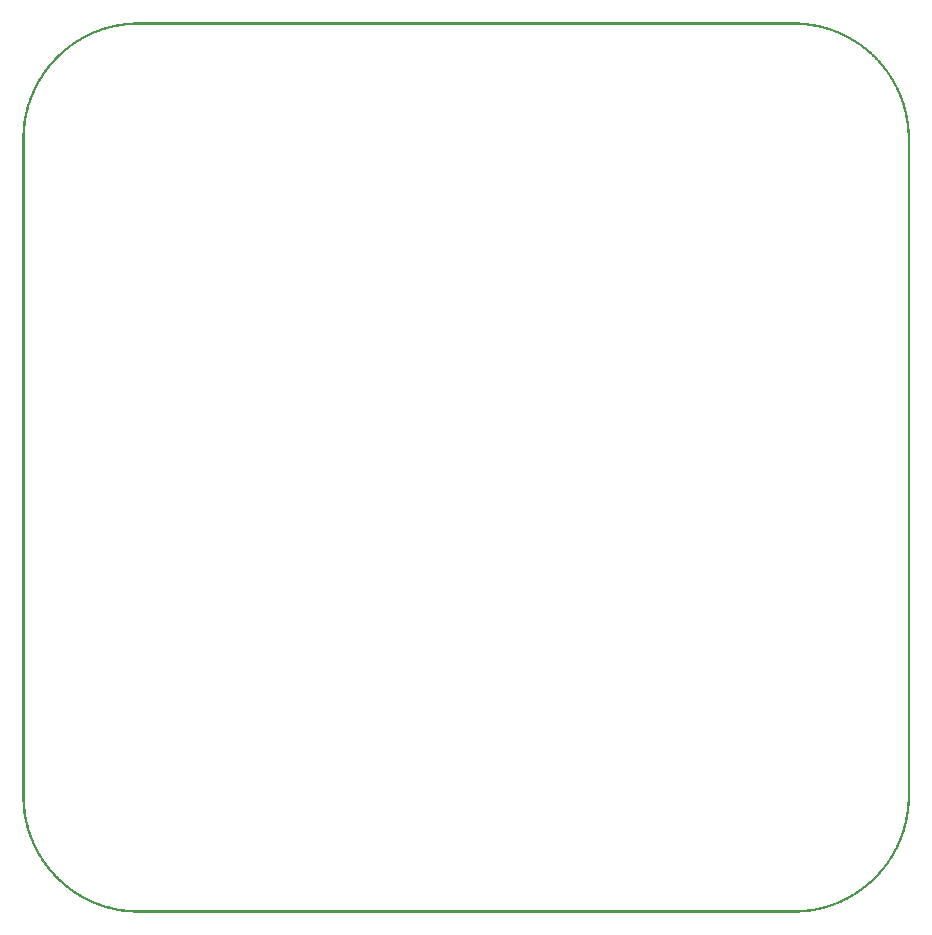
<source format=gbo>
G04 MADE WITH FRITZING*
G04 WWW.FRITZING.ORG*
G04 DOUBLE SIDED*
G04 HOLES PLATED*
G04 CONTOUR ON CENTER OF CONTOUR VECTOR*
%ASAXBY*%
%FSLAX23Y23*%
%MOIN*%
%OFA0B0*%
%SFA1.0B1.0*%
%ADD10R,0.001000X0.001000*%
%LNSILK0*%
G90*
G70*
G54D10*
X368Y2969D02*
X2590Y2969D01*
X354Y2968D02*
X2604Y2968D01*
X344Y2967D02*
X2614Y2967D01*
X336Y2966D02*
X2622Y2966D01*
X329Y2965D02*
X2629Y2965D01*
X323Y2964D02*
X2635Y2964D01*
X317Y2963D02*
X2641Y2963D01*
X312Y2962D02*
X2646Y2962D01*
X307Y2961D02*
X367Y2961D01*
X2591Y2961D02*
X2651Y2961D01*
X302Y2960D02*
X353Y2960D01*
X2605Y2960D02*
X2656Y2960D01*
X298Y2959D02*
X343Y2959D01*
X2615Y2959D02*
X2660Y2959D01*
X294Y2958D02*
X335Y2958D01*
X2623Y2958D02*
X2664Y2958D01*
X290Y2957D02*
X328Y2957D01*
X2630Y2957D02*
X2668Y2957D01*
X286Y2956D02*
X322Y2956D01*
X2636Y2956D02*
X2672Y2956D01*
X283Y2955D02*
X316Y2955D01*
X2642Y2955D02*
X2675Y2955D01*
X279Y2954D02*
X311Y2954D01*
X2647Y2954D02*
X2679Y2954D01*
X276Y2953D02*
X306Y2953D01*
X2652Y2953D02*
X2682Y2953D01*
X273Y2952D02*
X302Y2952D01*
X2656Y2952D02*
X2685Y2952D01*
X270Y2951D02*
X297Y2951D01*
X2661Y2951D02*
X2688Y2951D01*
X266Y2950D02*
X293Y2950D01*
X2665Y2950D02*
X2691Y2950D01*
X263Y2949D02*
X289Y2949D01*
X2669Y2949D02*
X2695Y2949D01*
X261Y2948D02*
X286Y2948D01*
X2672Y2948D02*
X2697Y2948D01*
X258Y2947D02*
X282Y2947D01*
X2676Y2947D02*
X2700Y2947D01*
X255Y2946D02*
X279Y2946D01*
X2679Y2946D02*
X2703Y2946D01*
X252Y2945D02*
X275Y2945D01*
X2683Y2945D02*
X2706Y2945D01*
X250Y2944D02*
X272Y2944D01*
X2686Y2944D02*
X2708Y2944D01*
X247Y2943D02*
X269Y2943D01*
X2689Y2943D02*
X2711Y2943D01*
X245Y2942D02*
X266Y2942D01*
X2692Y2942D02*
X2713Y2942D01*
X242Y2941D02*
X263Y2941D01*
X2695Y2941D02*
X2716Y2941D01*
X240Y2940D02*
X260Y2940D01*
X2698Y2940D02*
X2718Y2940D01*
X237Y2939D02*
X257Y2939D01*
X2701Y2939D02*
X2721Y2939D01*
X235Y2938D02*
X255Y2938D01*
X2703Y2938D02*
X2723Y2938D01*
X233Y2937D02*
X252Y2937D01*
X2706Y2937D02*
X2725Y2937D01*
X230Y2936D02*
X249Y2936D01*
X2709Y2936D02*
X2728Y2936D01*
X228Y2935D02*
X247Y2935D01*
X2711Y2935D02*
X2730Y2935D01*
X226Y2934D02*
X244Y2934D01*
X2714Y2934D02*
X2732Y2934D01*
X224Y2933D02*
X242Y2933D01*
X2716Y2933D02*
X2734Y2933D01*
X222Y2932D02*
X239Y2932D01*
X2719Y2932D02*
X2736Y2932D01*
X220Y2931D02*
X237Y2931D01*
X2721Y2931D02*
X2738Y2931D01*
X218Y2930D02*
X235Y2930D01*
X2723Y2930D02*
X2740Y2930D01*
X216Y2929D02*
X233Y2929D01*
X2725Y2929D02*
X2742Y2929D01*
X214Y2928D02*
X230Y2928D01*
X2728Y2928D02*
X2744Y2928D01*
X212Y2927D02*
X228Y2927D01*
X2730Y2927D02*
X2746Y2927D01*
X210Y2926D02*
X226Y2926D01*
X2732Y2926D02*
X2748Y2926D01*
X208Y2925D02*
X224Y2925D01*
X2734Y2925D02*
X2750Y2925D01*
X206Y2924D02*
X222Y2924D01*
X2736Y2924D02*
X2752Y2924D01*
X204Y2923D02*
X220Y2923D01*
X2738Y2923D02*
X2754Y2923D01*
X202Y2922D02*
X218Y2922D01*
X2740Y2922D02*
X2756Y2922D01*
X200Y2921D02*
X216Y2921D01*
X2742Y2921D02*
X2758Y2921D01*
X199Y2920D02*
X214Y2920D01*
X2744Y2920D02*
X2759Y2920D01*
X197Y2919D02*
X212Y2919D01*
X2746Y2919D02*
X2761Y2919D01*
X195Y2918D02*
X210Y2918D01*
X2748Y2918D02*
X2763Y2918D01*
X193Y2917D02*
X208Y2917D01*
X2750Y2917D02*
X2765Y2917D01*
X192Y2916D02*
X206Y2916D01*
X2752Y2916D02*
X2766Y2916D01*
X190Y2915D02*
X204Y2915D01*
X2754Y2915D02*
X2768Y2915D01*
X188Y2914D02*
X202Y2914D01*
X2756Y2914D02*
X2770Y2914D01*
X187Y2913D02*
X201Y2913D01*
X2757Y2913D02*
X2771Y2913D01*
X185Y2912D02*
X199Y2912D01*
X2759Y2912D02*
X2773Y2912D01*
X184Y2911D02*
X197Y2911D01*
X2761Y2911D02*
X2774Y2911D01*
X182Y2910D02*
X195Y2910D01*
X2763Y2910D02*
X2776Y2910D01*
X180Y2909D02*
X194Y2909D01*
X2764Y2909D02*
X2778Y2909D01*
X179Y2908D02*
X192Y2908D01*
X2766Y2908D02*
X2779Y2908D01*
X177Y2907D02*
X190Y2907D01*
X2768Y2907D02*
X2781Y2907D01*
X176Y2906D02*
X189Y2906D01*
X2769Y2906D02*
X2782Y2906D01*
X174Y2905D02*
X187Y2905D01*
X2771Y2905D02*
X2784Y2905D01*
X173Y2904D02*
X185Y2904D01*
X2772Y2904D02*
X2785Y2904D01*
X171Y2903D02*
X184Y2903D01*
X2774Y2903D02*
X2787Y2903D01*
X170Y2902D02*
X182Y2902D01*
X2776Y2902D02*
X2788Y2902D01*
X168Y2901D02*
X181Y2901D01*
X2777Y2901D02*
X2790Y2901D01*
X167Y2900D02*
X179Y2900D01*
X2779Y2900D02*
X2791Y2900D01*
X165Y2899D02*
X178Y2899D01*
X2780Y2899D02*
X2793Y2899D01*
X164Y2898D02*
X176Y2898D01*
X2782Y2898D02*
X2794Y2898D01*
X163Y2897D02*
X175Y2897D01*
X2783Y2897D02*
X2795Y2897D01*
X161Y2896D02*
X173Y2896D01*
X2785Y2896D02*
X2797Y2896D01*
X160Y2895D02*
X172Y2895D01*
X2786Y2895D02*
X2798Y2895D01*
X159Y2894D02*
X170Y2894D01*
X2788Y2894D02*
X2799Y2894D01*
X157Y2893D02*
X169Y2893D01*
X2789Y2893D02*
X2801Y2893D01*
X156Y2892D02*
X167Y2892D01*
X2791Y2892D02*
X2802Y2892D01*
X154Y2891D02*
X166Y2891D01*
X2792Y2891D02*
X2803Y2891D01*
X153Y2890D02*
X165Y2890D01*
X2793Y2890D02*
X2805Y2890D01*
X152Y2889D02*
X163Y2889D01*
X2795Y2889D02*
X2806Y2889D01*
X151Y2888D02*
X162Y2888D01*
X2796Y2888D02*
X2807Y2888D01*
X149Y2887D02*
X161Y2887D01*
X2797Y2887D02*
X2809Y2887D01*
X148Y2886D02*
X159Y2886D01*
X2799Y2886D02*
X2810Y2886D01*
X147Y2885D02*
X158Y2885D01*
X2800Y2885D02*
X2811Y2885D01*
X146Y2884D02*
X157Y2884D01*
X2801Y2884D02*
X2812Y2884D01*
X144Y2883D02*
X155Y2883D01*
X2803Y2883D02*
X2814Y2883D01*
X143Y2882D02*
X154Y2882D01*
X2804Y2882D02*
X2815Y2882D01*
X142Y2881D02*
X153Y2881D01*
X2805Y2881D02*
X2816Y2881D01*
X141Y2880D02*
X151Y2880D01*
X2807Y2880D02*
X2817Y2880D01*
X139Y2879D02*
X150Y2879D01*
X2808Y2879D02*
X2819Y2879D01*
X138Y2878D02*
X149Y2878D01*
X2809Y2878D02*
X2820Y2878D01*
X137Y2877D02*
X148Y2877D01*
X2810Y2877D02*
X2821Y2877D01*
X136Y2876D02*
X146Y2876D01*
X2812Y2876D02*
X2822Y2876D01*
X135Y2875D02*
X145Y2875D01*
X2813Y2875D02*
X2823Y2875D01*
X134Y2874D02*
X144Y2874D01*
X2814Y2874D02*
X2824Y2874D01*
X132Y2873D02*
X143Y2873D01*
X2815Y2873D02*
X2826Y2873D01*
X131Y2872D02*
X142Y2872D01*
X2816Y2872D02*
X2827Y2872D01*
X130Y2871D02*
X140Y2871D01*
X2817Y2871D02*
X2828Y2871D01*
X129Y2870D02*
X139Y2870D01*
X2819Y2870D02*
X2829Y2870D01*
X128Y2869D02*
X138Y2869D01*
X2820Y2869D02*
X2830Y2869D01*
X127Y2868D02*
X137Y2868D01*
X2821Y2868D02*
X2831Y2868D01*
X126Y2867D02*
X136Y2867D01*
X2822Y2867D02*
X2832Y2867D01*
X125Y2866D02*
X135Y2866D01*
X2823Y2866D02*
X2833Y2866D01*
X124Y2865D02*
X134Y2865D01*
X2824Y2865D02*
X2834Y2865D01*
X123Y2864D02*
X133Y2864D01*
X2825Y2864D02*
X2835Y2864D01*
X122Y2863D02*
X131Y2863D01*
X2827Y2863D02*
X2836Y2863D01*
X120Y2862D02*
X130Y2862D01*
X2828Y2862D02*
X2838Y2862D01*
X119Y2861D02*
X129Y2861D01*
X2829Y2861D02*
X2839Y2861D01*
X118Y2860D02*
X128Y2860D01*
X2830Y2860D02*
X2840Y2860D01*
X117Y2859D02*
X127Y2859D01*
X2831Y2859D02*
X2841Y2859D01*
X116Y2858D02*
X126Y2858D01*
X2832Y2858D02*
X2842Y2858D01*
X115Y2857D02*
X125Y2857D01*
X2833Y2857D02*
X2843Y2857D01*
X114Y2856D02*
X124Y2856D01*
X2834Y2856D02*
X2844Y2856D01*
X113Y2855D02*
X123Y2855D01*
X2835Y2855D02*
X2845Y2855D01*
X112Y2854D02*
X122Y2854D01*
X2836Y2854D02*
X2846Y2854D01*
X111Y2853D02*
X121Y2853D01*
X2837Y2853D02*
X2847Y2853D01*
X110Y2852D02*
X120Y2852D01*
X2838Y2852D02*
X2848Y2852D01*
X109Y2851D02*
X119Y2851D01*
X2839Y2851D02*
X2849Y2851D01*
X108Y2850D02*
X118Y2850D01*
X2840Y2850D02*
X2850Y2850D01*
X107Y2849D02*
X117Y2849D01*
X2841Y2849D02*
X2851Y2849D01*
X107Y2848D02*
X116Y2848D01*
X2842Y2848D02*
X2851Y2848D01*
X106Y2847D02*
X115Y2847D01*
X2843Y2847D02*
X2852Y2847D01*
X105Y2846D02*
X114Y2846D01*
X2844Y2846D02*
X2853Y2846D01*
X104Y2845D02*
X113Y2845D01*
X2845Y2845D02*
X2854Y2845D01*
X103Y2844D02*
X112Y2844D01*
X2846Y2844D02*
X2855Y2844D01*
X102Y2843D02*
X111Y2843D01*
X2847Y2843D02*
X2856Y2843D01*
X101Y2842D02*
X110Y2842D01*
X2848Y2842D02*
X2857Y2842D01*
X100Y2841D02*
X109Y2841D01*
X2849Y2841D02*
X2858Y2841D01*
X99Y2840D02*
X108Y2840D01*
X2850Y2840D02*
X2859Y2840D01*
X98Y2839D02*
X107Y2839D01*
X2851Y2839D02*
X2860Y2839D01*
X97Y2838D02*
X106Y2838D01*
X2852Y2838D02*
X2861Y2838D01*
X97Y2837D02*
X105Y2837D01*
X2853Y2837D02*
X2861Y2837D01*
X96Y2836D02*
X105Y2836D01*
X2853Y2836D02*
X2862Y2836D01*
X95Y2835D02*
X104Y2835D01*
X2854Y2835D02*
X2863Y2835D01*
X94Y2834D02*
X103Y2834D01*
X2855Y2834D02*
X2864Y2834D01*
X93Y2833D02*
X102Y2833D01*
X2856Y2833D02*
X2865Y2833D01*
X92Y2832D02*
X101Y2832D01*
X2857Y2832D02*
X2866Y2832D01*
X91Y2831D02*
X100Y2831D01*
X2858Y2831D02*
X2867Y2831D01*
X91Y2830D02*
X99Y2830D01*
X2859Y2830D02*
X2867Y2830D01*
X90Y2829D02*
X98Y2829D01*
X2860Y2829D02*
X2868Y2829D01*
X89Y2828D02*
X98Y2828D01*
X2860Y2828D02*
X2869Y2828D01*
X88Y2827D02*
X97Y2827D01*
X2861Y2827D02*
X2870Y2827D01*
X87Y2826D02*
X96Y2826D01*
X2862Y2826D02*
X2871Y2826D01*
X86Y2825D02*
X95Y2825D01*
X2863Y2825D02*
X2872Y2825D01*
X86Y2824D02*
X94Y2824D01*
X2864Y2824D02*
X2872Y2824D01*
X85Y2823D02*
X93Y2823D01*
X2865Y2823D02*
X2873Y2823D01*
X84Y2822D02*
X93Y2822D01*
X2865Y2822D02*
X2874Y2822D01*
X83Y2821D02*
X92Y2821D01*
X2866Y2821D02*
X2875Y2821D01*
X82Y2820D02*
X91Y2820D01*
X2867Y2820D02*
X2876Y2820D01*
X82Y2819D02*
X90Y2819D01*
X2868Y2819D02*
X2876Y2819D01*
X81Y2818D02*
X89Y2818D01*
X2869Y2818D02*
X2877Y2818D01*
X80Y2817D02*
X89Y2817D01*
X2869Y2817D02*
X2878Y2817D01*
X79Y2816D02*
X88Y2816D01*
X2870Y2816D02*
X2879Y2816D01*
X79Y2815D02*
X87Y2815D01*
X2871Y2815D02*
X2879Y2815D01*
X78Y2814D02*
X86Y2814D01*
X2872Y2814D02*
X2880Y2814D01*
X77Y2813D02*
X85Y2813D01*
X2873Y2813D02*
X2881Y2813D01*
X76Y2812D02*
X85Y2812D01*
X2873Y2812D02*
X2882Y2812D01*
X76Y2811D02*
X84Y2811D01*
X2874Y2811D02*
X2882Y2811D01*
X75Y2810D02*
X83Y2810D01*
X2875Y2810D02*
X2883Y2810D01*
X74Y2809D02*
X82Y2809D01*
X2876Y2809D02*
X2884Y2809D01*
X73Y2808D02*
X82Y2808D01*
X2876Y2808D02*
X2885Y2808D01*
X73Y2807D02*
X81Y2807D01*
X2877Y2807D02*
X2885Y2807D01*
X72Y2806D02*
X80Y2806D01*
X2878Y2806D02*
X2886Y2806D01*
X71Y2805D02*
X79Y2805D01*
X2878Y2805D02*
X2887Y2805D01*
X71Y2804D02*
X79Y2804D01*
X2879Y2804D02*
X2887Y2804D01*
X70Y2803D02*
X78Y2803D01*
X2880Y2803D02*
X2888Y2803D01*
X69Y2802D02*
X77Y2802D01*
X2881Y2802D02*
X2889Y2802D01*
X69Y2801D02*
X77Y2801D01*
X2881Y2801D02*
X2889Y2801D01*
X68Y2800D02*
X76Y2800D01*
X2882Y2800D02*
X2890Y2800D01*
X67Y2799D02*
X75Y2799D01*
X2883Y2799D02*
X2891Y2799D01*
X66Y2798D02*
X75Y2798D01*
X2883Y2798D02*
X2892Y2798D01*
X66Y2797D02*
X74Y2797D01*
X2884Y2797D02*
X2892Y2797D01*
X65Y2796D02*
X73Y2796D01*
X2885Y2796D02*
X2893Y2796D01*
X64Y2795D02*
X72Y2795D01*
X2886Y2795D02*
X2894Y2795D01*
X64Y2794D02*
X72Y2794D01*
X2886Y2794D02*
X2894Y2794D01*
X63Y2793D02*
X71Y2793D01*
X2887Y2793D02*
X2895Y2793D01*
X62Y2792D02*
X70Y2792D01*
X2888Y2792D02*
X2895Y2792D01*
X62Y2791D02*
X70Y2791D01*
X2888Y2791D02*
X2896Y2791D01*
X61Y2790D02*
X69Y2790D01*
X2889Y2790D02*
X2897Y2790D01*
X61Y2789D02*
X68Y2789D01*
X2889Y2789D02*
X2897Y2789D01*
X60Y2788D02*
X68Y2788D01*
X2890Y2788D02*
X2898Y2788D01*
X59Y2787D02*
X67Y2787D01*
X2891Y2787D02*
X2899Y2787D01*
X59Y2786D02*
X67Y2786D01*
X2891Y2786D02*
X2899Y2786D01*
X58Y2785D02*
X66Y2785D01*
X2892Y2785D02*
X2900Y2785D01*
X57Y2784D02*
X65Y2784D01*
X2893Y2784D02*
X2901Y2784D01*
X57Y2783D02*
X65Y2783D01*
X2893Y2783D02*
X2901Y2783D01*
X56Y2782D02*
X64Y2782D01*
X2894Y2782D02*
X2902Y2782D01*
X56Y2781D02*
X63Y2781D01*
X2895Y2781D02*
X2902Y2781D01*
X55Y2780D02*
X63Y2780D01*
X2895Y2780D02*
X2903Y2780D01*
X54Y2779D02*
X62Y2779D01*
X2896Y2779D02*
X2904Y2779D01*
X54Y2778D02*
X62Y2778D01*
X2896Y2778D02*
X2904Y2778D01*
X53Y2777D02*
X61Y2777D01*
X2897Y2777D02*
X2905Y2777D01*
X53Y2776D02*
X60Y2776D01*
X2898Y2776D02*
X2905Y2776D01*
X52Y2775D02*
X60Y2775D01*
X2898Y2775D02*
X2906Y2775D01*
X51Y2774D02*
X59Y2774D01*
X2899Y2774D02*
X2907Y2774D01*
X51Y2773D02*
X59Y2773D01*
X2899Y2773D02*
X2907Y2773D01*
X50Y2772D02*
X58Y2772D01*
X2900Y2772D02*
X2908Y2772D01*
X50Y2771D02*
X57Y2771D01*
X2901Y2771D02*
X2908Y2771D01*
X49Y2770D02*
X57Y2770D01*
X2901Y2770D02*
X2909Y2770D01*
X49Y2769D02*
X56Y2769D01*
X2902Y2769D02*
X2909Y2769D01*
X48Y2768D02*
X56Y2768D01*
X2902Y2768D02*
X2910Y2768D01*
X48Y2767D02*
X55Y2767D01*
X2903Y2767D02*
X2910Y2767D01*
X47Y2766D02*
X55Y2766D01*
X2903Y2766D02*
X2911Y2766D01*
X46Y2765D02*
X54Y2765D01*
X2904Y2765D02*
X2912Y2765D01*
X46Y2764D02*
X54Y2764D01*
X2904Y2764D02*
X2912Y2764D01*
X45Y2763D02*
X53Y2763D01*
X2905Y2763D02*
X2913Y2763D01*
X45Y2762D02*
X52Y2762D01*
X2906Y2762D02*
X2913Y2762D01*
X44Y2761D02*
X52Y2761D01*
X2906Y2761D02*
X2914Y2761D01*
X44Y2760D02*
X51Y2760D01*
X2907Y2760D02*
X2914Y2760D01*
X43Y2759D02*
X51Y2759D01*
X2907Y2759D02*
X2915Y2759D01*
X43Y2758D02*
X50Y2758D01*
X2908Y2758D02*
X2915Y2758D01*
X42Y2757D02*
X50Y2757D01*
X2908Y2757D02*
X2916Y2757D01*
X42Y2756D02*
X49Y2756D01*
X2909Y2756D02*
X2916Y2756D01*
X41Y2755D02*
X49Y2755D01*
X2909Y2755D02*
X2917Y2755D01*
X41Y2754D02*
X48Y2754D01*
X2910Y2754D02*
X2917Y2754D01*
X40Y2753D02*
X48Y2753D01*
X2910Y2753D02*
X2918Y2753D01*
X40Y2752D02*
X47Y2752D01*
X2911Y2752D02*
X2918Y2752D01*
X39Y2751D02*
X47Y2751D01*
X2911Y2751D02*
X2919Y2751D01*
X39Y2750D02*
X46Y2750D01*
X2912Y2750D02*
X2919Y2750D01*
X38Y2749D02*
X46Y2749D01*
X2912Y2749D02*
X2920Y2749D01*
X38Y2748D02*
X45Y2748D01*
X2913Y2748D02*
X2920Y2748D01*
X37Y2747D02*
X45Y2747D01*
X2913Y2747D02*
X2921Y2747D01*
X37Y2746D02*
X44Y2746D01*
X2914Y2746D02*
X2921Y2746D01*
X36Y2745D02*
X44Y2745D01*
X2914Y2745D02*
X2922Y2745D01*
X36Y2744D02*
X43Y2744D01*
X2915Y2744D02*
X2922Y2744D01*
X35Y2743D02*
X43Y2743D01*
X2915Y2743D02*
X2922Y2743D01*
X35Y2742D02*
X42Y2742D01*
X2916Y2742D02*
X2923Y2742D01*
X35Y2741D02*
X42Y2741D01*
X2916Y2741D02*
X2923Y2741D01*
X34Y2740D02*
X42Y2740D01*
X2916Y2740D02*
X2924Y2740D01*
X34Y2739D02*
X41Y2739D01*
X2917Y2739D02*
X2924Y2739D01*
X33Y2738D02*
X41Y2738D01*
X2917Y2738D02*
X2925Y2738D01*
X33Y2737D02*
X40Y2737D01*
X2918Y2737D02*
X2925Y2737D01*
X32Y2736D02*
X40Y2736D01*
X2918Y2736D02*
X2926Y2736D01*
X32Y2735D02*
X39Y2735D01*
X2919Y2735D02*
X2926Y2735D01*
X31Y2734D02*
X39Y2734D01*
X2919Y2734D02*
X2926Y2734D01*
X31Y2733D02*
X38Y2733D01*
X2920Y2733D02*
X2927Y2733D01*
X31Y2732D02*
X38Y2732D01*
X2920Y2732D02*
X2927Y2732D01*
X30Y2731D02*
X38Y2731D01*
X2920Y2731D02*
X2928Y2731D01*
X30Y2730D02*
X37Y2730D01*
X2921Y2730D02*
X2928Y2730D01*
X29Y2729D02*
X37Y2729D01*
X2921Y2729D02*
X2929Y2729D01*
X29Y2728D02*
X36Y2728D01*
X2922Y2728D02*
X2929Y2728D01*
X29Y2727D02*
X36Y2727D01*
X2922Y2727D02*
X2929Y2727D01*
X28Y2726D02*
X35Y2726D01*
X2923Y2726D02*
X2930Y2726D01*
X28Y2725D02*
X35Y2725D01*
X2923Y2725D02*
X2930Y2725D01*
X27Y2724D02*
X35Y2724D01*
X2923Y2724D02*
X2931Y2724D01*
X27Y2723D02*
X34Y2723D01*
X2924Y2723D02*
X2931Y2723D01*
X27Y2722D02*
X34Y2722D01*
X2924Y2722D02*
X2931Y2722D01*
X26Y2721D02*
X33Y2721D01*
X2925Y2721D02*
X2932Y2721D01*
X26Y2720D02*
X33Y2720D01*
X2925Y2720D02*
X2932Y2720D01*
X25Y2719D02*
X33Y2719D01*
X2925Y2719D02*
X2933Y2719D01*
X25Y2718D02*
X32Y2718D01*
X2926Y2718D02*
X2933Y2718D01*
X25Y2717D02*
X32Y2717D01*
X2926Y2717D02*
X2933Y2717D01*
X24Y2716D02*
X32Y2716D01*
X2926Y2716D02*
X2934Y2716D01*
X24Y2715D02*
X31Y2715D01*
X2927Y2715D02*
X2934Y2715D01*
X24Y2714D02*
X31Y2714D01*
X2927Y2714D02*
X2934Y2714D01*
X23Y2713D02*
X30Y2713D01*
X2928Y2713D02*
X2935Y2713D01*
X23Y2712D02*
X30Y2712D01*
X2928Y2712D02*
X2935Y2712D01*
X22Y2711D02*
X30Y2711D01*
X2928Y2711D02*
X2936Y2711D01*
X22Y2710D02*
X29Y2710D01*
X2929Y2710D02*
X2936Y2710D01*
X22Y2709D02*
X29Y2709D01*
X2929Y2709D02*
X2936Y2709D01*
X21Y2708D02*
X29Y2708D01*
X2929Y2708D02*
X2937Y2708D01*
X21Y2707D02*
X28Y2707D01*
X2930Y2707D02*
X2937Y2707D01*
X21Y2706D02*
X28Y2706D01*
X2930Y2706D02*
X2937Y2706D01*
X20Y2705D02*
X28Y2705D01*
X2930Y2705D02*
X2938Y2705D01*
X20Y2704D02*
X27Y2704D01*
X2931Y2704D02*
X2938Y2704D01*
X20Y2703D02*
X27Y2703D01*
X2931Y2703D02*
X2938Y2703D01*
X19Y2702D02*
X27Y2702D01*
X2931Y2702D02*
X2939Y2702D01*
X19Y2701D02*
X26Y2701D01*
X2932Y2701D02*
X2939Y2701D01*
X19Y2700D02*
X26Y2700D01*
X2932Y2700D02*
X2939Y2700D01*
X18Y2699D02*
X26Y2699D01*
X2932Y2699D02*
X2940Y2699D01*
X18Y2698D02*
X25Y2698D01*
X2933Y2698D02*
X2940Y2698D01*
X18Y2697D02*
X25Y2697D01*
X2933Y2697D02*
X2940Y2697D01*
X17Y2696D02*
X25Y2696D01*
X2933Y2696D02*
X2941Y2696D01*
X17Y2695D02*
X24Y2695D01*
X2934Y2695D02*
X2941Y2695D01*
X17Y2694D02*
X24Y2694D01*
X2934Y2694D02*
X2941Y2694D01*
X17Y2693D02*
X24Y2693D01*
X2934Y2693D02*
X2941Y2693D01*
X16Y2692D02*
X23Y2692D01*
X2935Y2692D02*
X2942Y2692D01*
X16Y2691D02*
X23Y2691D01*
X2935Y2691D02*
X2942Y2691D01*
X16Y2690D02*
X23Y2690D01*
X2935Y2690D02*
X2942Y2690D01*
X15Y2689D02*
X22Y2689D01*
X2935Y2689D02*
X2943Y2689D01*
X15Y2688D02*
X22Y2688D01*
X2936Y2688D02*
X2943Y2688D01*
X15Y2687D02*
X22Y2687D01*
X2936Y2687D02*
X2943Y2687D01*
X14Y2686D02*
X22Y2686D01*
X2936Y2686D02*
X2944Y2686D01*
X14Y2685D02*
X21Y2685D01*
X2937Y2685D02*
X2944Y2685D01*
X14Y2684D02*
X21Y2684D01*
X2937Y2684D02*
X2944Y2684D01*
X14Y2683D02*
X21Y2683D01*
X2937Y2683D02*
X2944Y2683D01*
X13Y2682D02*
X20Y2682D01*
X2937Y2682D02*
X2945Y2682D01*
X13Y2681D02*
X20Y2681D01*
X2938Y2681D02*
X2945Y2681D01*
X13Y2680D02*
X20Y2680D01*
X2938Y2680D02*
X2945Y2680D01*
X13Y2679D02*
X20Y2679D01*
X2938Y2679D02*
X2945Y2679D01*
X12Y2678D02*
X19Y2678D01*
X2939Y2678D02*
X2946Y2678D01*
X12Y2677D02*
X19Y2677D01*
X2939Y2677D02*
X2946Y2677D01*
X12Y2676D02*
X19Y2676D01*
X2939Y2676D02*
X2946Y2676D01*
X12Y2675D02*
X19Y2675D01*
X2939Y2675D02*
X2946Y2675D01*
X11Y2674D02*
X18Y2674D01*
X2940Y2674D02*
X2947Y2674D01*
X11Y2673D02*
X18Y2673D01*
X2940Y2673D02*
X2947Y2673D01*
X11Y2672D02*
X18Y2672D01*
X2940Y2672D02*
X2947Y2672D01*
X11Y2671D02*
X18Y2671D01*
X2940Y2671D02*
X2947Y2671D01*
X10Y2670D02*
X17Y2670D01*
X2941Y2670D02*
X2948Y2670D01*
X10Y2669D02*
X17Y2669D01*
X2941Y2669D02*
X2948Y2669D01*
X10Y2668D02*
X17Y2668D01*
X2941Y2668D02*
X2948Y2668D01*
X10Y2667D02*
X17Y2667D01*
X2941Y2667D02*
X2948Y2667D01*
X9Y2666D02*
X16Y2666D01*
X2941Y2666D02*
X2949Y2666D01*
X9Y2665D02*
X16Y2665D01*
X2942Y2665D02*
X2949Y2665D01*
X9Y2664D02*
X16Y2664D01*
X2942Y2664D02*
X2949Y2664D01*
X9Y2663D02*
X16Y2663D01*
X2942Y2663D02*
X2949Y2663D01*
X9Y2662D02*
X16Y2662D01*
X2942Y2662D02*
X2949Y2662D01*
X8Y2661D02*
X15Y2661D01*
X2943Y2661D02*
X2950Y2661D01*
X8Y2660D02*
X15Y2660D01*
X2943Y2660D02*
X2950Y2660D01*
X8Y2659D02*
X15Y2659D01*
X2943Y2659D02*
X2950Y2659D01*
X8Y2658D02*
X15Y2658D01*
X2943Y2658D02*
X2950Y2658D01*
X8Y2657D02*
X15Y2657D01*
X2943Y2657D02*
X2950Y2657D01*
X7Y2656D02*
X14Y2656D01*
X2944Y2656D02*
X2951Y2656D01*
X7Y2655D02*
X14Y2655D01*
X2944Y2655D02*
X2951Y2655D01*
X7Y2654D02*
X14Y2654D01*
X2944Y2654D02*
X2951Y2654D01*
X7Y2653D02*
X14Y2653D01*
X2944Y2653D02*
X2951Y2653D01*
X7Y2652D02*
X14Y2652D01*
X2944Y2652D02*
X2951Y2652D01*
X6Y2651D02*
X13Y2651D01*
X2945Y2651D02*
X2952Y2651D01*
X6Y2650D02*
X13Y2650D01*
X2945Y2650D02*
X2952Y2650D01*
X6Y2649D02*
X13Y2649D01*
X2945Y2649D02*
X2952Y2649D01*
X6Y2648D02*
X13Y2648D01*
X2945Y2648D02*
X2952Y2648D01*
X6Y2647D02*
X13Y2647D01*
X2945Y2647D02*
X2952Y2647D01*
X5Y2646D02*
X13Y2646D01*
X2945Y2646D02*
X2952Y2646D01*
X5Y2645D02*
X12Y2645D01*
X2946Y2645D02*
X2953Y2645D01*
X5Y2644D02*
X12Y2644D01*
X2946Y2644D02*
X2953Y2644D01*
X5Y2643D02*
X12Y2643D01*
X2946Y2643D02*
X2953Y2643D01*
X5Y2642D02*
X12Y2642D01*
X2946Y2642D02*
X2953Y2642D01*
X5Y2641D02*
X12Y2641D01*
X2946Y2641D02*
X2953Y2641D01*
X5Y2640D02*
X12Y2640D01*
X2946Y2640D02*
X2953Y2640D01*
X4Y2639D02*
X11Y2639D01*
X2947Y2639D02*
X2954Y2639D01*
X4Y2638D02*
X11Y2638D01*
X2947Y2638D02*
X2954Y2638D01*
X4Y2637D02*
X11Y2637D01*
X2947Y2637D02*
X2954Y2637D01*
X4Y2636D02*
X11Y2636D01*
X2947Y2636D02*
X2954Y2636D01*
X4Y2635D02*
X11Y2635D01*
X2947Y2635D02*
X2954Y2635D01*
X4Y2634D02*
X11Y2634D01*
X2947Y2634D02*
X2954Y2634D01*
X4Y2633D02*
X11Y2633D01*
X2947Y2633D02*
X2954Y2633D01*
X3Y2632D02*
X10Y2632D01*
X2948Y2632D02*
X2955Y2632D01*
X3Y2631D02*
X10Y2631D01*
X2948Y2631D02*
X2955Y2631D01*
X3Y2630D02*
X10Y2630D01*
X2948Y2630D02*
X2955Y2630D01*
X3Y2629D02*
X10Y2629D01*
X2948Y2629D02*
X2955Y2629D01*
X3Y2628D02*
X10Y2628D01*
X2948Y2628D02*
X2955Y2628D01*
X3Y2627D02*
X10Y2627D01*
X2948Y2627D02*
X2955Y2627D01*
X3Y2626D02*
X10Y2626D01*
X2948Y2626D02*
X2955Y2626D01*
X3Y2625D02*
X10Y2625D01*
X2948Y2625D02*
X2955Y2625D01*
X2Y2624D02*
X9Y2624D01*
X2949Y2624D02*
X2956Y2624D01*
X2Y2623D02*
X9Y2623D01*
X2949Y2623D02*
X2956Y2623D01*
X2Y2622D02*
X9Y2622D01*
X2949Y2622D02*
X2956Y2622D01*
X2Y2621D02*
X9Y2621D01*
X2949Y2621D02*
X2956Y2621D01*
X2Y2620D02*
X9Y2620D01*
X2949Y2620D02*
X2956Y2620D01*
X2Y2619D02*
X9Y2619D01*
X2949Y2619D02*
X2956Y2619D01*
X2Y2618D02*
X9Y2618D01*
X2949Y2618D02*
X2956Y2618D01*
X2Y2617D02*
X9Y2617D01*
X2949Y2617D02*
X2956Y2617D01*
X2Y2616D02*
X9Y2616D01*
X2949Y2616D02*
X2956Y2616D01*
X2Y2615D02*
X9Y2615D01*
X2949Y2615D02*
X2956Y2615D01*
X1Y2614D02*
X8Y2614D01*
X2950Y2614D02*
X2957Y2614D01*
X1Y2613D02*
X8Y2613D01*
X2950Y2613D02*
X2957Y2613D01*
X1Y2612D02*
X8Y2612D01*
X2950Y2612D02*
X2957Y2612D01*
X1Y2611D02*
X8Y2611D01*
X2950Y2611D02*
X2957Y2611D01*
X1Y2610D02*
X8Y2610D01*
X2950Y2610D02*
X2957Y2610D01*
X1Y2609D02*
X8Y2609D01*
X2950Y2609D02*
X2957Y2609D01*
X1Y2608D02*
X8Y2608D01*
X2950Y2608D02*
X2957Y2608D01*
X1Y2607D02*
X8Y2607D01*
X2950Y2607D02*
X2957Y2607D01*
X1Y2606D02*
X8Y2606D01*
X2950Y2606D02*
X2957Y2606D01*
X1Y2605D02*
X8Y2605D01*
X2950Y2605D02*
X2957Y2605D01*
X1Y2604D02*
X8Y2604D01*
X2950Y2604D02*
X2957Y2604D01*
X1Y2603D02*
X8Y2603D01*
X2950Y2603D02*
X2957Y2603D01*
X1Y2602D02*
X8Y2602D01*
X2950Y2602D02*
X2957Y2602D01*
X1Y2601D02*
X8Y2601D01*
X2950Y2601D02*
X2957Y2601D01*
X0Y2600D02*
X7Y2600D01*
X2951Y2600D02*
X2958Y2600D01*
X0Y2599D02*
X7Y2599D01*
X2951Y2599D02*
X2958Y2599D01*
X0Y2598D02*
X7Y2598D01*
X2951Y2598D02*
X2958Y2598D01*
X0Y2597D02*
X7Y2597D01*
X2951Y2597D02*
X2958Y2597D01*
X0Y2596D02*
X7Y2596D01*
X2951Y2596D02*
X2958Y2596D01*
X0Y2595D02*
X7Y2595D01*
X2951Y2595D02*
X2958Y2595D01*
X0Y2594D02*
X7Y2594D01*
X2951Y2594D02*
X2958Y2594D01*
X0Y2593D02*
X7Y2593D01*
X2951Y2593D02*
X2958Y2593D01*
X0Y2592D02*
X7Y2592D01*
X2951Y2592D02*
X2958Y2592D01*
X0Y2591D02*
X7Y2591D01*
X2951Y2591D02*
X2958Y2591D01*
X0Y2590D02*
X7Y2590D01*
X2951Y2590D02*
X2958Y2590D01*
X0Y2589D02*
X7Y2589D01*
X2951Y2589D02*
X2958Y2589D01*
X0Y2588D02*
X7Y2588D01*
X2951Y2588D02*
X2958Y2588D01*
X0Y2587D02*
X7Y2587D01*
X2951Y2587D02*
X2958Y2587D01*
X0Y2586D02*
X7Y2586D01*
X2951Y2586D02*
X2958Y2586D01*
X0Y2585D02*
X7Y2585D01*
X2951Y2585D02*
X2958Y2585D01*
X0Y2584D02*
X7Y2584D01*
X2951Y2584D02*
X2958Y2584D01*
X0Y2583D02*
X7Y2583D01*
X2951Y2583D02*
X2958Y2583D01*
X0Y2582D02*
X7Y2582D01*
X2951Y2582D02*
X2958Y2582D01*
X0Y2581D02*
X7Y2581D01*
X2951Y2581D02*
X2958Y2581D01*
X0Y2580D02*
X7Y2580D01*
X2951Y2580D02*
X2958Y2580D01*
X0Y2579D02*
X7Y2579D01*
X2951Y2579D02*
X2958Y2579D01*
X0Y2578D02*
X7Y2578D01*
X2951Y2578D02*
X2958Y2578D01*
X0Y2577D02*
X7Y2577D01*
X2951Y2577D02*
X2958Y2577D01*
X0Y2576D02*
X7Y2576D01*
X2951Y2576D02*
X2958Y2576D01*
X0Y2575D02*
X7Y2575D01*
X2951Y2575D02*
X2958Y2575D01*
X0Y2574D02*
X7Y2574D01*
X2951Y2574D02*
X2958Y2574D01*
X0Y2573D02*
X7Y2573D01*
X2951Y2573D02*
X2958Y2573D01*
X0Y2572D02*
X7Y2572D01*
X2951Y2572D02*
X2958Y2572D01*
X0Y2571D02*
X7Y2571D01*
X2951Y2571D02*
X2958Y2571D01*
X0Y2570D02*
X7Y2570D01*
X2951Y2570D02*
X2958Y2570D01*
X0Y2569D02*
X7Y2569D01*
X2951Y2569D02*
X2958Y2569D01*
X0Y2568D02*
X7Y2568D01*
X2951Y2568D02*
X2958Y2568D01*
X0Y2567D02*
X7Y2567D01*
X2951Y2567D02*
X2958Y2567D01*
X0Y2566D02*
X7Y2566D01*
X2951Y2566D02*
X2958Y2566D01*
X0Y2565D02*
X7Y2565D01*
X2951Y2565D02*
X2958Y2565D01*
X0Y2564D02*
X7Y2564D01*
X2951Y2564D02*
X2958Y2564D01*
X0Y2563D02*
X7Y2563D01*
X2951Y2563D02*
X2958Y2563D01*
X0Y2562D02*
X7Y2562D01*
X2951Y2562D02*
X2958Y2562D01*
X0Y2561D02*
X7Y2561D01*
X2951Y2561D02*
X2958Y2561D01*
X0Y2560D02*
X7Y2560D01*
X2951Y2560D02*
X2958Y2560D01*
X0Y2559D02*
X7Y2559D01*
X2951Y2559D02*
X2958Y2559D01*
X0Y2558D02*
X7Y2558D01*
X2951Y2558D02*
X2958Y2558D01*
X0Y2557D02*
X7Y2557D01*
X2951Y2557D02*
X2958Y2557D01*
X0Y2556D02*
X7Y2556D01*
X2951Y2556D02*
X2958Y2556D01*
X0Y2555D02*
X7Y2555D01*
X2951Y2555D02*
X2958Y2555D01*
X0Y2554D02*
X7Y2554D01*
X2951Y2554D02*
X2958Y2554D01*
X0Y2553D02*
X7Y2553D01*
X2951Y2553D02*
X2958Y2553D01*
X0Y2552D02*
X7Y2552D01*
X2951Y2552D02*
X2958Y2552D01*
X0Y2551D02*
X7Y2551D01*
X2951Y2551D02*
X2958Y2551D01*
X0Y2550D02*
X7Y2550D01*
X2951Y2550D02*
X2958Y2550D01*
X0Y2549D02*
X7Y2549D01*
X2951Y2549D02*
X2958Y2549D01*
X0Y2548D02*
X7Y2548D01*
X2951Y2548D02*
X2958Y2548D01*
X0Y2547D02*
X7Y2547D01*
X2951Y2547D02*
X2958Y2547D01*
X0Y2546D02*
X7Y2546D01*
X2951Y2546D02*
X2958Y2546D01*
X0Y2545D02*
X7Y2545D01*
X2951Y2545D02*
X2958Y2545D01*
X0Y2544D02*
X7Y2544D01*
X2951Y2544D02*
X2958Y2544D01*
X0Y2543D02*
X7Y2543D01*
X2951Y2543D02*
X2958Y2543D01*
X0Y2542D02*
X7Y2542D01*
X2951Y2542D02*
X2958Y2542D01*
X0Y2541D02*
X7Y2541D01*
X2951Y2541D02*
X2958Y2541D01*
X0Y2540D02*
X7Y2540D01*
X2951Y2540D02*
X2958Y2540D01*
X0Y2539D02*
X7Y2539D01*
X2951Y2539D02*
X2958Y2539D01*
X0Y2538D02*
X7Y2538D01*
X2951Y2538D02*
X2958Y2538D01*
X0Y2537D02*
X7Y2537D01*
X2951Y2537D02*
X2958Y2537D01*
X0Y2536D02*
X7Y2536D01*
X2951Y2536D02*
X2958Y2536D01*
X0Y2535D02*
X7Y2535D01*
X2951Y2535D02*
X2958Y2535D01*
X0Y2534D02*
X7Y2534D01*
X2951Y2534D02*
X2958Y2534D01*
X0Y2533D02*
X7Y2533D01*
X2951Y2533D02*
X2958Y2533D01*
X0Y2532D02*
X7Y2532D01*
X2951Y2532D02*
X2958Y2532D01*
X0Y2531D02*
X7Y2531D01*
X2951Y2531D02*
X2958Y2531D01*
X0Y2530D02*
X7Y2530D01*
X2951Y2530D02*
X2958Y2530D01*
X0Y2529D02*
X7Y2529D01*
X2951Y2529D02*
X2958Y2529D01*
X0Y2528D02*
X7Y2528D01*
X2951Y2528D02*
X2958Y2528D01*
X0Y2527D02*
X7Y2527D01*
X2951Y2527D02*
X2958Y2527D01*
X0Y2526D02*
X7Y2526D01*
X2951Y2526D02*
X2958Y2526D01*
X0Y2525D02*
X7Y2525D01*
X2951Y2525D02*
X2958Y2525D01*
X0Y2524D02*
X7Y2524D01*
X2951Y2524D02*
X2958Y2524D01*
X0Y2523D02*
X7Y2523D01*
X2951Y2523D02*
X2958Y2523D01*
X0Y2522D02*
X7Y2522D01*
X2951Y2522D02*
X2958Y2522D01*
X0Y2521D02*
X7Y2521D01*
X2951Y2521D02*
X2958Y2521D01*
X0Y2520D02*
X7Y2520D01*
X2951Y2520D02*
X2958Y2520D01*
X0Y2519D02*
X7Y2519D01*
X2951Y2519D02*
X2958Y2519D01*
X0Y2518D02*
X7Y2518D01*
X2951Y2518D02*
X2958Y2518D01*
X0Y2517D02*
X7Y2517D01*
X2951Y2517D02*
X2958Y2517D01*
X0Y2516D02*
X7Y2516D01*
X2951Y2516D02*
X2958Y2516D01*
X0Y2515D02*
X7Y2515D01*
X2951Y2515D02*
X2958Y2515D01*
X0Y2514D02*
X7Y2514D01*
X2951Y2514D02*
X2958Y2514D01*
X0Y2513D02*
X7Y2513D01*
X2951Y2513D02*
X2958Y2513D01*
X0Y2512D02*
X7Y2512D01*
X2951Y2512D02*
X2958Y2512D01*
X0Y2511D02*
X7Y2511D01*
X2951Y2511D02*
X2958Y2511D01*
X0Y2510D02*
X7Y2510D01*
X2951Y2510D02*
X2958Y2510D01*
X0Y2509D02*
X7Y2509D01*
X2951Y2509D02*
X2958Y2509D01*
X0Y2508D02*
X7Y2508D01*
X2951Y2508D02*
X2958Y2508D01*
X0Y2507D02*
X7Y2507D01*
X2951Y2507D02*
X2958Y2507D01*
X0Y2506D02*
X7Y2506D01*
X2951Y2506D02*
X2958Y2506D01*
X0Y2505D02*
X7Y2505D01*
X2951Y2505D02*
X2958Y2505D01*
X0Y2504D02*
X7Y2504D01*
X2951Y2504D02*
X2958Y2504D01*
X0Y2503D02*
X7Y2503D01*
X2951Y2503D02*
X2958Y2503D01*
X0Y2502D02*
X7Y2502D01*
X2951Y2502D02*
X2958Y2502D01*
X0Y2501D02*
X7Y2501D01*
X2951Y2501D02*
X2958Y2501D01*
X0Y2500D02*
X7Y2500D01*
X2951Y2500D02*
X2958Y2500D01*
X0Y2499D02*
X7Y2499D01*
X2951Y2499D02*
X2958Y2499D01*
X0Y2498D02*
X7Y2498D01*
X2951Y2498D02*
X2958Y2498D01*
X0Y2497D02*
X7Y2497D01*
X2951Y2497D02*
X2958Y2497D01*
X0Y2496D02*
X7Y2496D01*
X2951Y2496D02*
X2958Y2496D01*
X0Y2495D02*
X7Y2495D01*
X2951Y2495D02*
X2958Y2495D01*
X0Y2494D02*
X7Y2494D01*
X2951Y2494D02*
X2958Y2494D01*
X0Y2493D02*
X7Y2493D01*
X2951Y2493D02*
X2958Y2493D01*
X0Y2492D02*
X7Y2492D01*
X2951Y2492D02*
X2958Y2492D01*
X0Y2491D02*
X7Y2491D01*
X2951Y2491D02*
X2958Y2491D01*
X0Y2490D02*
X7Y2490D01*
X2951Y2490D02*
X2958Y2490D01*
X0Y2489D02*
X7Y2489D01*
X2951Y2489D02*
X2958Y2489D01*
X0Y2488D02*
X7Y2488D01*
X2951Y2488D02*
X2958Y2488D01*
X0Y2487D02*
X7Y2487D01*
X2951Y2487D02*
X2958Y2487D01*
X0Y2486D02*
X7Y2486D01*
X2951Y2486D02*
X2958Y2486D01*
X0Y2485D02*
X7Y2485D01*
X2951Y2485D02*
X2958Y2485D01*
X0Y2484D02*
X7Y2484D01*
X2951Y2484D02*
X2958Y2484D01*
X0Y2483D02*
X7Y2483D01*
X2951Y2483D02*
X2958Y2483D01*
X0Y2482D02*
X7Y2482D01*
X2951Y2482D02*
X2958Y2482D01*
X0Y2481D02*
X7Y2481D01*
X2951Y2481D02*
X2958Y2481D01*
X0Y2480D02*
X7Y2480D01*
X2951Y2480D02*
X2958Y2480D01*
X0Y2479D02*
X7Y2479D01*
X2951Y2479D02*
X2958Y2479D01*
X0Y2478D02*
X7Y2478D01*
X2951Y2478D02*
X2958Y2478D01*
X0Y2477D02*
X7Y2477D01*
X2951Y2477D02*
X2958Y2477D01*
X0Y2476D02*
X7Y2476D01*
X2951Y2476D02*
X2958Y2476D01*
X0Y2475D02*
X7Y2475D01*
X2951Y2475D02*
X2958Y2475D01*
X0Y2474D02*
X7Y2474D01*
X2951Y2474D02*
X2958Y2474D01*
X0Y2473D02*
X7Y2473D01*
X2951Y2473D02*
X2958Y2473D01*
X0Y2472D02*
X7Y2472D01*
X2951Y2472D02*
X2958Y2472D01*
X0Y2471D02*
X7Y2471D01*
X2951Y2471D02*
X2958Y2471D01*
X0Y2470D02*
X7Y2470D01*
X2951Y2470D02*
X2958Y2470D01*
X0Y2469D02*
X7Y2469D01*
X2951Y2469D02*
X2958Y2469D01*
X0Y2468D02*
X7Y2468D01*
X2951Y2468D02*
X2958Y2468D01*
X0Y2467D02*
X7Y2467D01*
X2951Y2467D02*
X2958Y2467D01*
X0Y2466D02*
X7Y2466D01*
X2951Y2466D02*
X2958Y2466D01*
X0Y2465D02*
X7Y2465D01*
X2951Y2465D02*
X2958Y2465D01*
X0Y2464D02*
X7Y2464D01*
X2951Y2464D02*
X2958Y2464D01*
X0Y2463D02*
X7Y2463D01*
X2951Y2463D02*
X2958Y2463D01*
X0Y2462D02*
X7Y2462D01*
X2951Y2462D02*
X2958Y2462D01*
X0Y2461D02*
X7Y2461D01*
X2951Y2461D02*
X2958Y2461D01*
X0Y2460D02*
X7Y2460D01*
X2951Y2460D02*
X2958Y2460D01*
X0Y2459D02*
X7Y2459D01*
X2951Y2459D02*
X2958Y2459D01*
X0Y2458D02*
X7Y2458D01*
X2951Y2458D02*
X2958Y2458D01*
X0Y2457D02*
X7Y2457D01*
X2951Y2457D02*
X2958Y2457D01*
X0Y2456D02*
X7Y2456D01*
X2951Y2456D02*
X2958Y2456D01*
X0Y2455D02*
X7Y2455D01*
X2951Y2455D02*
X2958Y2455D01*
X0Y2454D02*
X7Y2454D01*
X2951Y2454D02*
X2958Y2454D01*
X0Y2453D02*
X7Y2453D01*
X2951Y2453D02*
X2958Y2453D01*
X0Y2452D02*
X7Y2452D01*
X2951Y2452D02*
X2958Y2452D01*
X0Y2451D02*
X7Y2451D01*
X2951Y2451D02*
X2958Y2451D01*
X0Y2450D02*
X7Y2450D01*
X2951Y2450D02*
X2958Y2450D01*
X0Y2449D02*
X7Y2449D01*
X2951Y2449D02*
X2958Y2449D01*
X0Y2448D02*
X7Y2448D01*
X2951Y2448D02*
X2958Y2448D01*
X0Y2447D02*
X7Y2447D01*
X2951Y2447D02*
X2958Y2447D01*
X0Y2446D02*
X7Y2446D01*
X2951Y2446D02*
X2958Y2446D01*
X0Y2445D02*
X7Y2445D01*
X2951Y2445D02*
X2958Y2445D01*
X0Y2444D02*
X7Y2444D01*
X2951Y2444D02*
X2958Y2444D01*
X0Y2443D02*
X7Y2443D01*
X2951Y2443D02*
X2958Y2443D01*
X0Y2442D02*
X7Y2442D01*
X2951Y2442D02*
X2958Y2442D01*
X0Y2441D02*
X7Y2441D01*
X2951Y2441D02*
X2958Y2441D01*
X0Y2440D02*
X7Y2440D01*
X2951Y2440D02*
X2958Y2440D01*
X0Y2439D02*
X7Y2439D01*
X2951Y2439D02*
X2958Y2439D01*
X0Y2438D02*
X7Y2438D01*
X2951Y2438D02*
X2958Y2438D01*
X0Y2437D02*
X7Y2437D01*
X2951Y2437D02*
X2958Y2437D01*
X0Y2436D02*
X7Y2436D01*
X2951Y2436D02*
X2958Y2436D01*
X0Y2435D02*
X7Y2435D01*
X2951Y2435D02*
X2958Y2435D01*
X0Y2434D02*
X7Y2434D01*
X2951Y2434D02*
X2958Y2434D01*
X0Y2433D02*
X7Y2433D01*
X2951Y2433D02*
X2958Y2433D01*
X0Y2432D02*
X7Y2432D01*
X2951Y2432D02*
X2958Y2432D01*
X0Y2431D02*
X7Y2431D01*
X2951Y2431D02*
X2958Y2431D01*
X0Y2430D02*
X7Y2430D01*
X2951Y2430D02*
X2958Y2430D01*
X0Y2429D02*
X7Y2429D01*
X2951Y2429D02*
X2958Y2429D01*
X0Y2428D02*
X7Y2428D01*
X2951Y2428D02*
X2958Y2428D01*
X0Y2427D02*
X7Y2427D01*
X2951Y2427D02*
X2958Y2427D01*
X0Y2426D02*
X7Y2426D01*
X2951Y2426D02*
X2958Y2426D01*
X0Y2425D02*
X7Y2425D01*
X2951Y2425D02*
X2958Y2425D01*
X0Y2424D02*
X7Y2424D01*
X2951Y2424D02*
X2958Y2424D01*
X0Y2423D02*
X7Y2423D01*
X2951Y2423D02*
X2958Y2423D01*
X0Y2422D02*
X7Y2422D01*
X2951Y2422D02*
X2958Y2422D01*
X0Y2421D02*
X7Y2421D01*
X2951Y2421D02*
X2958Y2421D01*
X0Y2420D02*
X7Y2420D01*
X2951Y2420D02*
X2958Y2420D01*
X0Y2419D02*
X7Y2419D01*
X2951Y2419D02*
X2958Y2419D01*
X0Y2418D02*
X7Y2418D01*
X2951Y2418D02*
X2958Y2418D01*
X0Y2417D02*
X7Y2417D01*
X2951Y2417D02*
X2958Y2417D01*
X0Y2416D02*
X7Y2416D01*
X2951Y2416D02*
X2958Y2416D01*
X0Y2415D02*
X7Y2415D01*
X2951Y2415D02*
X2958Y2415D01*
X0Y2414D02*
X7Y2414D01*
X2951Y2414D02*
X2958Y2414D01*
X0Y2413D02*
X7Y2413D01*
X2951Y2413D02*
X2958Y2413D01*
X0Y2412D02*
X7Y2412D01*
X2951Y2412D02*
X2958Y2412D01*
X0Y2411D02*
X7Y2411D01*
X2951Y2411D02*
X2958Y2411D01*
X0Y2410D02*
X7Y2410D01*
X2951Y2410D02*
X2958Y2410D01*
X0Y2409D02*
X7Y2409D01*
X2951Y2409D02*
X2958Y2409D01*
X0Y2408D02*
X7Y2408D01*
X2951Y2408D02*
X2958Y2408D01*
X0Y2407D02*
X7Y2407D01*
X2951Y2407D02*
X2958Y2407D01*
X0Y2406D02*
X7Y2406D01*
X2951Y2406D02*
X2958Y2406D01*
X0Y2405D02*
X7Y2405D01*
X2951Y2405D02*
X2958Y2405D01*
X0Y2404D02*
X7Y2404D01*
X2951Y2404D02*
X2958Y2404D01*
X0Y2403D02*
X7Y2403D01*
X2951Y2403D02*
X2958Y2403D01*
X0Y2402D02*
X7Y2402D01*
X2951Y2402D02*
X2958Y2402D01*
X0Y2401D02*
X7Y2401D01*
X2951Y2401D02*
X2958Y2401D01*
X0Y2400D02*
X7Y2400D01*
X2951Y2400D02*
X2958Y2400D01*
X0Y2399D02*
X7Y2399D01*
X2951Y2399D02*
X2958Y2399D01*
X0Y2398D02*
X7Y2398D01*
X2951Y2398D02*
X2958Y2398D01*
X0Y2397D02*
X7Y2397D01*
X2951Y2397D02*
X2958Y2397D01*
X0Y2396D02*
X7Y2396D01*
X2951Y2396D02*
X2958Y2396D01*
X0Y2395D02*
X7Y2395D01*
X2951Y2395D02*
X2958Y2395D01*
X0Y2394D02*
X7Y2394D01*
X2951Y2394D02*
X2958Y2394D01*
X0Y2393D02*
X7Y2393D01*
X2951Y2393D02*
X2958Y2393D01*
X0Y2392D02*
X7Y2392D01*
X2951Y2392D02*
X2958Y2392D01*
X0Y2391D02*
X7Y2391D01*
X2951Y2391D02*
X2958Y2391D01*
X0Y2390D02*
X7Y2390D01*
X2951Y2390D02*
X2958Y2390D01*
X0Y2389D02*
X7Y2389D01*
X2951Y2389D02*
X2958Y2389D01*
X0Y2388D02*
X7Y2388D01*
X2951Y2388D02*
X2958Y2388D01*
X0Y2387D02*
X7Y2387D01*
X2951Y2387D02*
X2958Y2387D01*
X0Y2386D02*
X7Y2386D01*
X2951Y2386D02*
X2958Y2386D01*
X0Y2385D02*
X7Y2385D01*
X2951Y2385D02*
X2958Y2385D01*
X0Y2384D02*
X7Y2384D01*
X2951Y2384D02*
X2958Y2384D01*
X0Y2383D02*
X7Y2383D01*
X2951Y2383D02*
X2958Y2383D01*
X0Y2382D02*
X7Y2382D01*
X2951Y2382D02*
X2958Y2382D01*
X0Y2381D02*
X7Y2381D01*
X2951Y2381D02*
X2958Y2381D01*
X0Y2380D02*
X7Y2380D01*
X2951Y2380D02*
X2958Y2380D01*
X0Y2379D02*
X7Y2379D01*
X2951Y2379D02*
X2958Y2379D01*
X0Y2378D02*
X7Y2378D01*
X2951Y2378D02*
X2958Y2378D01*
X0Y2377D02*
X7Y2377D01*
X2951Y2377D02*
X2958Y2377D01*
X0Y2376D02*
X7Y2376D01*
X2951Y2376D02*
X2958Y2376D01*
X0Y2375D02*
X7Y2375D01*
X2951Y2375D02*
X2958Y2375D01*
X0Y2374D02*
X7Y2374D01*
X2951Y2374D02*
X2958Y2374D01*
X0Y2373D02*
X7Y2373D01*
X2951Y2373D02*
X2958Y2373D01*
X0Y2372D02*
X7Y2372D01*
X2951Y2372D02*
X2958Y2372D01*
X0Y2371D02*
X7Y2371D01*
X2951Y2371D02*
X2958Y2371D01*
X0Y2370D02*
X7Y2370D01*
X2951Y2370D02*
X2958Y2370D01*
X0Y2369D02*
X7Y2369D01*
X2951Y2369D02*
X2958Y2369D01*
X0Y2368D02*
X7Y2368D01*
X2951Y2368D02*
X2958Y2368D01*
X0Y2367D02*
X7Y2367D01*
X2951Y2367D02*
X2958Y2367D01*
X0Y2366D02*
X7Y2366D01*
X2951Y2366D02*
X2958Y2366D01*
X0Y2365D02*
X7Y2365D01*
X2951Y2365D02*
X2958Y2365D01*
X0Y2364D02*
X7Y2364D01*
X2951Y2364D02*
X2958Y2364D01*
X0Y2363D02*
X7Y2363D01*
X2951Y2363D02*
X2958Y2363D01*
X0Y2362D02*
X7Y2362D01*
X2951Y2362D02*
X2958Y2362D01*
X0Y2361D02*
X7Y2361D01*
X2951Y2361D02*
X2958Y2361D01*
X0Y2360D02*
X7Y2360D01*
X2951Y2360D02*
X2958Y2360D01*
X0Y2359D02*
X7Y2359D01*
X2951Y2359D02*
X2958Y2359D01*
X0Y2358D02*
X7Y2358D01*
X2951Y2358D02*
X2958Y2358D01*
X0Y2357D02*
X7Y2357D01*
X2951Y2357D02*
X2958Y2357D01*
X0Y2356D02*
X7Y2356D01*
X2951Y2356D02*
X2958Y2356D01*
X0Y2355D02*
X7Y2355D01*
X2951Y2355D02*
X2958Y2355D01*
X0Y2354D02*
X7Y2354D01*
X2951Y2354D02*
X2958Y2354D01*
X0Y2353D02*
X7Y2353D01*
X2951Y2353D02*
X2958Y2353D01*
X0Y2352D02*
X7Y2352D01*
X2951Y2352D02*
X2958Y2352D01*
X0Y2351D02*
X7Y2351D01*
X2951Y2351D02*
X2958Y2351D01*
X0Y2350D02*
X7Y2350D01*
X2951Y2350D02*
X2958Y2350D01*
X0Y2349D02*
X7Y2349D01*
X2951Y2349D02*
X2958Y2349D01*
X0Y2348D02*
X7Y2348D01*
X2951Y2348D02*
X2958Y2348D01*
X0Y2347D02*
X7Y2347D01*
X2951Y2347D02*
X2958Y2347D01*
X0Y2346D02*
X7Y2346D01*
X2951Y2346D02*
X2958Y2346D01*
X0Y2345D02*
X7Y2345D01*
X2951Y2345D02*
X2958Y2345D01*
X0Y2344D02*
X7Y2344D01*
X2951Y2344D02*
X2958Y2344D01*
X0Y2343D02*
X7Y2343D01*
X2951Y2343D02*
X2958Y2343D01*
X0Y2342D02*
X7Y2342D01*
X2951Y2342D02*
X2958Y2342D01*
X0Y2341D02*
X7Y2341D01*
X2951Y2341D02*
X2958Y2341D01*
X0Y2340D02*
X7Y2340D01*
X2951Y2340D02*
X2958Y2340D01*
X0Y2339D02*
X7Y2339D01*
X2951Y2339D02*
X2958Y2339D01*
X0Y2338D02*
X7Y2338D01*
X2951Y2338D02*
X2958Y2338D01*
X0Y2337D02*
X7Y2337D01*
X2951Y2337D02*
X2958Y2337D01*
X0Y2336D02*
X7Y2336D01*
X2951Y2336D02*
X2958Y2336D01*
X0Y2335D02*
X7Y2335D01*
X2951Y2335D02*
X2958Y2335D01*
X0Y2334D02*
X7Y2334D01*
X2951Y2334D02*
X2958Y2334D01*
X0Y2333D02*
X7Y2333D01*
X2951Y2333D02*
X2958Y2333D01*
X0Y2332D02*
X7Y2332D01*
X2951Y2332D02*
X2958Y2332D01*
X0Y2331D02*
X7Y2331D01*
X2951Y2331D02*
X2958Y2331D01*
X0Y2330D02*
X7Y2330D01*
X2951Y2330D02*
X2958Y2330D01*
X0Y2329D02*
X7Y2329D01*
X2951Y2329D02*
X2958Y2329D01*
X0Y2328D02*
X7Y2328D01*
X2951Y2328D02*
X2958Y2328D01*
X0Y2327D02*
X7Y2327D01*
X2951Y2327D02*
X2958Y2327D01*
X0Y2326D02*
X7Y2326D01*
X2951Y2326D02*
X2958Y2326D01*
X0Y2325D02*
X7Y2325D01*
X2951Y2325D02*
X2958Y2325D01*
X0Y2324D02*
X7Y2324D01*
X2951Y2324D02*
X2958Y2324D01*
X0Y2323D02*
X7Y2323D01*
X2951Y2323D02*
X2958Y2323D01*
X0Y2322D02*
X7Y2322D01*
X2951Y2322D02*
X2958Y2322D01*
X0Y2321D02*
X7Y2321D01*
X2951Y2321D02*
X2958Y2321D01*
X0Y2320D02*
X7Y2320D01*
X2951Y2320D02*
X2958Y2320D01*
X0Y2319D02*
X7Y2319D01*
X2951Y2319D02*
X2958Y2319D01*
X0Y2318D02*
X7Y2318D01*
X2951Y2318D02*
X2958Y2318D01*
X0Y2317D02*
X7Y2317D01*
X2951Y2317D02*
X2958Y2317D01*
X0Y2316D02*
X7Y2316D01*
X2951Y2316D02*
X2958Y2316D01*
X0Y2315D02*
X7Y2315D01*
X2951Y2315D02*
X2958Y2315D01*
X0Y2314D02*
X7Y2314D01*
X2951Y2314D02*
X2958Y2314D01*
X0Y2313D02*
X7Y2313D01*
X2951Y2313D02*
X2958Y2313D01*
X0Y2312D02*
X7Y2312D01*
X2951Y2312D02*
X2958Y2312D01*
X0Y2311D02*
X7Y2311D01*
X2951Y2311D02*
X2958Y2311D01*
X0Y2310D02*
X7Y2310D01*
X2951Y2310D02*
X2958Y2310D01*
X0Y2309D02*
X7Y2309D01*
X2951Y2309D02*
X2958Y2309D01*
X0Y2308D02*
X7Y2308D01*
X2951Y2308D02*
X2958Y2308D01*
X0Y2307D02*
X7Y2307D01*
X2951Y2307D02*
X2958Y2307D01*
X0Y2306D02*
X7Y2306D01*
X2951Y2306D02*
X2958Y2306D01*
X0Y2305D02*
X7Y2305D01*
X2951Y2305D02*
X2958Y2305D01*
X0Y2304D02*
X7Y2304D01*
X2951Y2304D02*
X2958Y2304D01*
X0Y2303D02*
X7Y2303D01*
X2951Y2303D02*
X2958Y2303D01*
X0Y2302D02*
X7Y2302D01*
X2951Y2302D02*
X2958Y2302D01*
X0Y2301D02*
X7Y2301D01*
X2951Y2301D02*
X2958Y2301D01*
X0Y2300D02*
X7Y2300D01*
X2951Y2300D02*
X2958Y2300D01*
X0Y2299D02*
X7Y2299D01*
X2951Y2299D02*
X2958Y2299D01*
X0Y2298D02*
X7Y2298D01*
X2951Y2298D02*
X2958Y2298D01*
X0Y2297D02*
X7Y2297D01*
X2951Y2297D02*
X2958Y2297D01*
X0Y2296D02*
X7Y2296D01*
X2951Y2296D02*
X2958Y2296D01*
X0Y2295D02*
X7Y2295D01*
X2951Y2295D02*
X2958Y2295D01*
X0Y2294D02*
X7Y2294D01*
X2951Y2294D02*
X2958Y2294D01*
X0Y2293D02*
X7Y2293D01*
X2951Y2293D02*
X2958Y2293D01*
X0Y2292D02*
X7Y2292D01*
X2951Y2292D02*
X2958Y2292D01*
X0Y2291D02*
X7Y2291D01*
X2951Y2291D02*
X2958Y2291D01*
X0Y2290D02*
X7Y2290D01*
X2951Y2290D02*
X2958Y2290D01*
X0Y2289D02*
X7Y2289D01*
X2951Y2289D02*
X2958Y2289D01*
X0Y2288D02*
X7Y2288D01*
X2951Y2288D02*
X2958Y2288D01*
X0Y2287D02*
X7Y2287D01*
X2951Y2287D02*
X2958Y2287D01*
X0Y2286D02*
X7Y2286D01*
X2951Y2286D02*
X2958Y2286D01*
X0Y2285D02*
X7Y2285D01*
X2951Y2285D02*
X2958Y2285D01*
X0Y2284D02*
X7Y2284D01*
X2951Y2284D02*
X2958Y2284D01*
X0Y2283D02*
X7Y2283D01*
X2951Y2283D02*
X2958Y2283D01*
X0Y2282D02*
X7Y2282D01*
X2951Y2282D02*
X2958Y2282D01*
X0Y2281D02*
X7Y2281D01*
X2951Y2281D02*
X2958Y2281D01*
X0Y2280D02*
X7Y2280D01*
X2951Y2280D02*
X2958Y2280D01*
X0Y2279D02*
X7Y2279D01*
X2951Y2279D02*
X2958Y2279D01*
X0Y2278D02*
X7Y2278D01*
X2951Y2278D02*
X2958Y2278D01*
X0Y2277D02*
X7Y2277D01*
X2951Y2277D02*
X2958Y2277D01*
X0Y2276D02*
X7Y2276D01*
X2951Y2276D02*
X2958Y2276D01*
X0Y2275D02*
X7Y2275D01*
X2951Y2275D02*
X2958Y2275D01*
X0Y2274D02*
X7Y2274D01*
X2951Y2274D02*
X2958Y2274D01*
X0Y2273D02*
X7Y2273D01*
X2951Y2273D02*
X2958Y2273D01*
X0Y2272D02*
X7Y2272D01*
X2951Y2272D02*
X2958Y2272D01*
X0Y2271D02*
X7Y2271D01*
X2951Y2271D02*
X2958Y2271D01*
X0Y2270D02*
X7Y2270D01*
X2951Y2270D02*
X2958Y2270D01*
X0Y2269D02*
X7Y2269D01*
X2951Y2269D02*
X2958Y2269D01*
X0Y2268D02*
X7Y2268D01*
X2951Y2268D02*
X2958Y2268D01*
X0Y2267D02*
X7Y2267D01*
X2951Y2267D02*
X2958Y2267D01*
X0Y2266D02*
X7Y2266D01*
X2951Y2266D02*
X2958Y2266D01*
X0Y2265D02*
X7Y2265D01*
X2951Y2265D02*
X2958Y2265D01*
X0Y2264D02*
X7Y2264D01*
X2951Y2264D02*
X2958Y2264D01*
X0Y2263D02*
X7Y2263D01*
X2951Y2263D02*
X2958Y2263D01*
X0Y2262D02*
X7Y2262D01*
X2951Y2262D02*
X2958Y2262D01*
X0Y2261D02*
X7Y2261D01*
X2951Y2261D02*
X2958Y2261D01*
X0Y2260D02*
X7Y2260D01*
X2951Y2260D02*
X2958Y2260D01*
X0Y2259D02*
X7Y2259D01*
X2951Y2259D02*
X2958Y2259D01*
X0Y2258D02*
X7Y2258D01*
X2951Y2258D02*
X2958Y2258D01*
X0Y2257D02*
X7Y2257D01*
X2951Y2257D02*
X2958Y2257D01*
X0Y2256D02*
X7Y2256D01*
X2951Y2256D02*
X2958Y2256D01*
X0Y2255D02*
X7Y2255D01*
X2951Y2255D02*
X2958Y2255D01*
X0Y2254D02*
X7Y2254D01*
X2951Y2254D02*
X2958Y2254D01*
X0Y2253D02*
X7Y2253D01*
X2951Y2253D02*
X2958Y2253D01*
X0Y2252D02*
X7Y2252D01*
X2951Y2252D02*
X2958Y2252D01*
X0Y2251D02*
X7Y2251D01*
X2951Y2251D02*
X2958Y2251D01*
X0Y2250D02*
X7Y2250D01*
X2951Y2250D02*
X2958Y2250D01*
X0Y2249D02*
X7Y2249D01*
X2951Y2249D02*
X2958Y2249D01*
X0Y2248D02*
X7Y2248D01*
X2951Y2248D02*
X2958Y2248D01*
X0Y2247D02*
X7Y2247D01*
X2951Y2247D02*
X2958Y2247D01*
X0Y2246D02*
X7Y2246D01*
X2951Y2246D02*
X2958Y2246D01*
X0Y2245D02*
X7Y2245D01*
X2951Y2245D02*
X2958Y2245D01*
X0Y2244D02*
X7Y2244D01*
X2951Y2244D02*
X2958Y2244D01*
X0Y2243D02*
X7Y2243D01*
X2951Y2243D02*
X2958Y2243D01*
X0Y2242D02*
X7Y2242D01*
X2951Y2242D02*
X2958Y2242D01*
X0Y2241D02*
X7Y2241D01*
X2951Y2241D02*
X2958Y2241D01*
X0Y2240D02*
X7Y2240D01*
X2951Y2240D02*
X2958Y2240D01*
X0Y2239D02*
X7Y2239D01*
X2951Y2239D02*
X2958Y2239D01*
X0Y2238D02*
X7Y2238D01*
X2951Y2238D02*
X2958Y2238D01*
X0Y2237D02*
X7Y2237D01*
X2951Y2237D02*
X2958Y2237D01*
X0Y2236D02*
X7Y2236D01*
X2951Y2236D02*
X2958Y2236D01*
X0Y2235D02*
X7Y2235D01*
X2951Y2235D02*
X2958Y2235D01*
X0Y2234D02*
X7Y2234D01*
X2951Y2234D02*
X2958Y2234D01*
X0Y2233D02*
X7Y2233D01*
X2951Y2233D02*
X2958Y2233D01*
X0Y2232D02*
X7Y2232D01*
X2951Y2232D02*
X2958Y2232D01*
X0Y2231D02*
X7Y2231D01*
X2951Y2231D02*
X2958Y2231D01*
X0Y2230D02*
X7Y2230D01*
X2951Y2230D02*
X2958Y2230D01*
X0Y2229D02*
X7Y2229D01*
X2951Y2229D02*
X2958Y2229D01*
X0Y2228D02*
X7Y2228D01*
X2951Y2228D02*
X2958Y2228D01*
X0Y2227D02*
X7Y2227D01*
X2951Y2227D02*
X2958Y2227D01*
X0Y2226D02*
X7Y2226D01*
X2951Y2226D02*
X2958Y2226D01*
X0Y2225D02*
X7Y2225D01*
X2951Y2225D02*
X2958Y2225D01*
X0Y2224D02*
X7Y2224D01*
X2951Y2224D02*
X2958Y2224D01*
X0Y2223D02*
X7Y2223D01*
X2951Y2223D02*
X2958Y2223D01*
X0Y2222D02*
X7Y2222D01*
X2951Y2222D02*
X2958Y2222D01*
X0Y2221D02*
X7Y2221D01*
X2951Y2221D02*
X2958Y2221D01*
X0Y2220D02*
X7Y2220D01*
X2951Y2220D02*
X2958Y2220D01*
X0Y2219D02*
X7Y2219D01*
X2951Y2219D02*
X2958Y2219D01*
X0Y2218D02*
X7Y2218D01*
X2951Y2218D02*
X2958Y2218D01*
X0Y2217D02*
X7Y2217D01*
X2951Y2217D02*
X2958Y2217D01*
X0Y2216D02*
X7Y2216D01*
X2951Y2216D02*
X2958Y2216D01*
X0Y2215D02*
X7Y2215D01*
X2951Y2215D02*
X2958Y2215D01*
X0Y2214D02*
X7Y2214D01*
X2951Y2214D02*
X2958Y2214D01*
X0Y2213D02*
X7Y2213D01*
X2951Y2213D02*
X2958Y2213D01*
X0Y2212D02*
X7Y2212D01*
X2951Y2212D02*
X2958Y2212D01*
X0Y2211D02*
X7Y2211D01*
X2951Y2211D02*
X2958Y2211D01*
X0Y2210D02*
X7Y2210D01*
X2951Y2210D02*
X2958Y2210D01*
X0Y2209D02*
X7Y2209D01*
X2951Y2209D02*
X2958Y2209D01*
X0Y2208D02*
X7Y2208D01*
X2951Y2208D02*
X2958Y2208D01*
X0Y2207D02*
X7Y2207D01*
X2951Y2207D02*
X2958Y2207D01*
X0Y2206D02*
X7Y2206D01*
X2951Y2206D02*
X2958Y2206D01*
X0Y2205D02*
X7Y2205D01*
X2951Y2205D02*
X2958Y2205D01*
X0Y2204D02*
X7Y2204D01*
X2951Y2204D02*
X2958Y2204D01*
X0Y2203D02*
X7Y2203D01*
X2951Y2203D02*
X2958Y2203D01*
X0Y2202D02*
X7Y2202D01*
X2951Y2202D02*
X2958Y2202D01*
X0Y2201D02*
X7Y2201D01*
X2951Y2201D02*
X2958Y2201D01*
X0Y2200D02*
X7Y2200D01*
X2951Y2200D02*
X2958Y2200D01*
X0Y2199D02*
X7Y2199D01*
X2951Y2199D02*
X2958Y2199D01*
X0Y2198D02*
X7Y2198D01*
X2951Y2198D02*
X2958Y2198D01*
X0Y2197D02*
X7Y2197D01*
X2951Y2197D02*
X2958Y2197D01*
X0Y2196D02*
X7Y2196D01*
X2951Y2196D02*
X2958Y2196D01*
X0Y2195D02*
X7Y2195D01*
X2951Y2195D02*
X2958Y2195D01*
X0Y2194D02*
X7Y2194D01*
X2951Y2194D02*
X2958Y2194D01*
X0Y2193D02*
X7Y2193D01*
X2951Y2193D02*
X2958Y2193D01*
X0Y2192D02*
X7Y2192D01*
X2951Y2192D02*
X2958Y2192D01*
X0Y2191D02*
X7Y2191D01*
X2951Y2191D02*
X2958Y2191D01*
X0Y2190D02*
X7Y2190D01*
X2951Y2190D02*
X2958Y2190D01*
X0Y2189D02*
X7Y2189D01*
X2951Y2189D02*
X2958Y2189D01*
X0Y2188D02*
X7Y2188D01*
X2951Y2188D02*
X2958Y2188D01*
X0Y2187D02*
X7Y2187D01*
X2951Y2187D02*
X2958Y2187D01*
X0Y2186D02*
X7Y2186D01*
X2951Y2186D02*
X2958Y2186D01*
X0Y2185D02*
X7Y2185D01*
X2951Y2185D02*
X2958Y2185D01*
X0Y2184D02*
X7Y2184D01*
X2951Y2184D02*
X2958Y2184D01*
X0Y2183D02*
X7Y2183D01*
X2951Y2183D02*
X2958Y2183D01*
X0Y2182D02*
X7Y2182D01*
X2951Y2182D02*
X2958Y2182D01*
X0Y2181D02*
X7Y2181D01*
X2951Y2181D02*
X2958Y2181D01*
X0Y2180D02*
X7Y2180D01*
X2951Y2180D02*
X2958Y2180D01*
X0Y2179D02*
X7Y2179D01*
X2951Y2179D02*
X2958Y2179D01*
X0Y2178D02*
X7Y2178D01*
X2951Y2178D02*
X2958Y2178D01*
X0Y2177D02*
X7Y2177D01*
X2951Y2177D02*
X2958Y2177D01*
X0Y2176D02*
X7Y2176D01*
X2951Y2176D02*
X2958Y2176D01*
X0Y2175D02*
X7Y2175D01*
X2951Y2175D02*
X2958Y2175D01*
X0Y2174D02*
X7Y2174D01*
X2951Y2174D02*
X2958Y2174D01*
X0Y2173D02*
X7Y2173D01*
X2951Y2173D02*
X2958Y2173D01*
X0Y2172D02*
X7Y2172D01*
X2951Y2172D02*
X2958Y2172D01*
X0Y2171D02*
X7Y2171D01*
X2951Y2171D02*
X2958Y2171D01*
X0Y2170D02*
X7Y2170D01*
X2951Y2170D02*
X2958Y2170D01*
X0Y2169D02*
X7Y2169D01*
X2951Y2169D02*
X2958Y2169D01*
X0Y2168D02*
X7Y2168D01*
X2951Y2168D02*
X2958Y2168D01*
X0Y2167D02*
X7Y2167D01*
X2951Y2167D02*
X2958Y2167D01*
X0Y2166D02*
X7Y2166D01*
X2951Y2166D02*
X2958Y2166D01*
X0Y2165D02*
X7Y2165D01*
X2951Y2165D02*
X2958Y2165D01*
X0Y2164D02*
X7Y2164D01*
X2951Y2164D02*
X2958Y2164D01*
X0Y2163D02*
X7Y2163D01*
X2951Y2163D02*
X2958Y2163D01*
X0Y2162D02*
X7Y2162D01*
X2951Y2162D02*
X2958Y2162D01*
X0Y2161D02*
X7Y2161D01*
X2951Y2161D02*
X2958Y2161D01*
X0Y2160D02*
X7Y2160D01*
X2951Y2160D02*
X2958Y2160D01*
X0Y2159D02*
X7Y2159D01*
X2951Y2159D02*
X2958Y2159D01*
X0Y2158D02*
X7Y2158D01*
X2951Y2158D02*
X2958Y2158D01*
X0Y2157D02*
X7Y2157D01*
X2951Y2157D02*
X2958Y2157D01*
X0Y2156D02*
X7Y2156D01*
X2951Y2156D02*
X2958Y2156D01*
X0Y2155D02*
X7Y2155D01*
X2951Y2155D02*
X2958Y2155D01*
X0Y2154D02*
X7Y2154D01*
X2951Y2154D02*
X2958Y2154D01*
X0Y2153D02*
X7Y2153D01*
X2951Y2153D02*
X2958Y2153D01*
X0Y2152D02*
X7Y2152D01*
X2951Y2152D02*
X2958Y2152D01*
X0Y2151D02*
X7Y2151D01*
X2951Y2151D02*
X2958Y2151D01*
X0Y2150D02*
X7Y2150D01*
X2951Y2150D02*
X2958Y2150D01*
X0Y2149D02*
X7Y2149D01*
X2951Y2149D02*
X2958Y2149D01*
X0Y2148D02*
X7Y2148D01*
X2951Y2148D02*
X2958Y2148D01*
X0Y2147D02*
X7Y2147D01*
X2951Y2147D02*
X2958Y2147D01*
X0Y2146D02*
X7Y2146D01*
X2951Y2146D02*
X2958Y2146D01*
X0Y2145D02*
X7Y2145D01*
X2951Y2145D02*
X2958Y2145D01*
X0Y2144D02*
X7Y2144D01*
X2951Y2144D02*
X2958Y2144D01*
X0Y2143D02*
X7Y2143D01*
X2951Y2143D02*
X2958Y2143D01*
X0Y2142D02*
X7Y2142D01*
X2951Y2142D02*
X2958Y2142D01*
X0Y2141D02*
X7Y2141D01*
X2951Y2141D02*
X2958Y2141D01*
X0Y2140D02*
X7Y2140D01*
X2951Y2140D02*
X2958Y2140D01*
X0Y2139D02*
X7Y2139D01*
X2951Y2139D02*
X2958Y2139D01*
X0Y2138D02*
X7Y2138D01*
X2951Y2138D02*
X2958Y2138D01*
X0Y2137D02*
X7Y2137D01*
X2951Y2137D02*
X2958Y2137D01*
X0Y2136D02*
X7Y2136D01*
X2951Y2136D02*
X2958Y2136D01*
X0Y2135D02*
X7Y2135D01*
X2951Y2135D02*
X2958Y2135D01*
X0Y2134D02*
X7Y2134D01*
X2951Y2134D02*
X2958Y2134D01*
X0Y2133D02*
X7Y2133D01*
X2951Y2133D02*
X2958Y2133D01*
X0Y2132D02*
X7Y2132D01*
X2951Y2132D02*
X2958Y2132D01*
X0Y2131D02*
X7Y2131D01*
X2951Y2131D02*
X2958Y2131D01*
X0Y2130D02*
X7Y2130D01*
X2951Y2130D02*
X2958Y2130D01*
X0Y2129D02*
X7Y2129D01*
X2951Y2129D02*
X2958Y2129D01*
X0Y2128D02*
X7Y2128D01*
X2951Y2128D02*
X2958Y2128D01*
X0Y2127D02*
X7Y2127D01*
X2951Y2127D02*
X2958Y2127D01*
X0Y2126D02*
X7Y2126D01*
X2951Y2126D02*
X2958Y2126D01*
X0Y2125D02*
X7Y2125D01*
X2951Y2125D02*
X2958Y2125D01*
X0Y2124D02*
X7Y2124D01*
X2951Y2124D02*
X2958Y2124D01*
X0Y2123D02*
X7Y2123D01*
X2951Y2123D02*
X2958Y2123D01*
X0Y2122D02*
X7Y2122D01*
X2951Y2122D02*
X2958Y2122D01*
X0Y2121D02*
X7Y2121D01*
X2951Y2121D02*
X2958Y2121D01*
X0Y2120D02*
X7Y2120D01*
X2951Y2120D02*
X2958Y2120D01*
X0Y2119D02*
X7Y2119D01*
X2951Y2119D02*
X2958Y2119D01*
X0Y2118D02*
X7Y2118D01*
X2951Y2118D02*
X2958Y2118D01*
X0Y2117D02*
X7Y2117D01*
X2951Y2117D02*
X2958Y2117D01*
X0Y2116D02*
X7Y2116D01*
X2951Y2116D02*
X2958Y2116D01*
X0Y2115D02*
X7Y2115D01*
X2951Y2115D02*
X2958Y2115D01*
X0Y2114D02*
X7Y2114D01*
X2951Y2114D02*
X2958Y2114D01*
X0Y2113D02*
X7Y2113D01*
X2951Y2113D02*
X2958Y2113D01*
X0Y2112D02*
X7Y2112D01*
X2951Y2112D02*
X2958Y2112D01*
X0Y2111D02*
X7Y2111D01*
X2951Y2111D02*
X2958Y2111D01*
X0Y2110D02*
X7Y2110D01*
X2951Y2110D02*
X2958Y2110D01*
X0Y2109D02*
X7Y2109D01*
X2951Y2109D02*
X2958Y2109D01*
X0Y2108D02*
X7Y2108D01*
X2951Y2108D02*
X2958Y2108D01*
X0Y2107D02*
X7Y2107D01*
X2951Y2107D02*
X2958Y2107D01*
X0Y2106D02*
X7Y2106D01*
X2951Y2106D02*
X2958Y2106D01*
X0Y2105D02*
X7Y2105D01*
X2951Y2105D02*
X2958Y2105D01*
X0Y2104D02*
X7Y2104D01*
X2951Y2104D02*
X2958Y2104D01*
X0Y2103D02*
X7Y2103D01*
X2951Y2103D02*
X2958Y2103D01*
X0Y2102D02*
X7Y2102D01*
X2951Y2102D02*
X2958Y2102D01*
X0Y2101D02*
X7Y2101D01*
X2951Y2101D02*
X2958Y2101D01*
X0Y2100D02*
X7Y2100D01*
X2951Y2100D02*
X2958Y2100D01*
X0Y2099D02*
X7Y2099D01*
X2951Y2099D02*
X2958Y2099D01*
X0Y2098D02*
X7Y2098D01*
X2951Y2098D02*
X2958Y2098D01*
X0Y2097D02*
X7Y2097D01*
X2951Y2097D02*
X2958Y2097D01*
X0Y2096D02*
X7Y2096D01*
X2951Y2096D02*
X2958Y2096D01*
X0Y2095D02*
X7Y2095D01*
X2951Y2095D02*
X2958Y2095D01*
X0Y2094D02*
X7Y2094D01*
X2951Y2094D02*
X2958Y2094D01*
X0Y2093D02*
X7Y2093D01*
X2951Y2093D02*
X2958Y2093D01*
X0Y2092D02*
X7Y2092D01*
X2951Y2092D02*
X2958Y2092D01*
X0Y2091D02*
X7Y2091D01*
X2951Y2091D02*
X2958Y2091D01*
X0Y2090D02*
X7Y2090D01*
X2951Y2090D02*
X2958Y2090D01*
X0Y2089D02*
X7Y2089D01*
X2951Y2089D02*
X2958Y2089D01*
X0Y2088D02*
X7Y2088D01*
X2951Y2088D02*
X2958Y2088D01*
X0Y2087D02*
X7Y2087D01*
X2951Y2087D02*
X2958Y2087D01*
X0Y2086D02*
X7Y2086D01*
X2951Y2086D02*
X2958Y2086D01*
X0Y2085D02*
X7Y2085D01*
X2951Y2085D02*
X2958Y2085D01*
X0Y2084D02*
X7Y2084D01*
X2951Y2084D02*
X2958Y2084D01*
X0Y2083D02*
X7Y2083D01*
X2951Y2083D02*
X2958Y2083D01*
X0Y2082D02*
X7Y2082D01*
X2951Y2082D02*
X2958Y2082D01*
X0Y2081D02*
X7Y2081D01*
X2951Y2081D02*
X2958Y2081D01*
X0Y2080D02*
X7Y2080D01*
X2951Y2080D02*
X2958Y2080D01*
X0Y2079D02*
X7Y2079D01*
X2951Y2079D02*
X2958Y2079D01*
X0Y2078D02*
X7Y2078D01*
X2951Y2078D02*
X2958Y2078D01*
X0Y2077D02*
X7Y2077D01*
X2951Y2077D02*
X2958Y2077D01*
X0Y2076D02*
X7Y2076D01*
X2951Y2076D02*
X2958Y2076D01*
X0Y2075D02*
X7Y2075D01*
X2951Y2075D02*
X2958Y2075D01*
X0Y2074D02*
X7Y2074D01*
X2951Y2074D02*
X2958Y2074D01*
X0Y2073D02*
X7Y2073D01*
X2951Y2073D02*
X2958Y2073D01*
X0Y2072D02*
X7Y2072D01*
X2951Y2072D02*
X2958Y2072D01*
X0Y2071D02*
X7Y2071D01*
X2951Y2071D02*
X2958Y2071D01*
X0Y2070D02*
X7Y2070D01*
X2951Y2070D02*
X2958Y2070D01*
X0Y2069D02*
X7Y2069D01*
X2951Y2069D02*
X2958Y2069D01*
X0Y2068D02*
X7Y2068D01*
X2951Y2068D02*
X2958Y2068D01*
X0Y2067D02*
X7Y2067D01*
X2951Y2067D02*
X2958Y2067D01*
X0Y2066D02*
X7Y2066D01*
X2951Y2066D02*
X2958Y2066D01*
X0Y2065D02*
X7Y2065D01*
X2951Y2065D02*
X2958Y2065D01*
X0Y2064D02*
X7Y2064D01*
X2951Y2064D02*
X2958Y2064D01*
X0Y2063D02*
X7Y2063D01*
X2951Y2063D02*
X2958Y2063D01*
X0Y2062D02*
X7Y2062D01*
X2951Y2062D02*
X2958Y2062D01*
X0Y2061D02*
X7Y2061D01*
X2951Y2061D02*
X2958Y2061D01*
X0Y2060D02*
X7Y2060D01*
X2951Y2060D02*
X2958Y2060D01*
X0Y2059D02*
X7Y2059D01*
X2951Y2059D02*
X2958Y2059D01*
X0Y2058D02*
X7Y2058D01*
X2951Y2058D02*
X2958Y2058D01*
X0Y2057D02*
X7Y2057D01*
X2951Y2057D02*
X2958Y2057D01*
X0Y2056D02*
X7Y2056D01*
X2951Y2056D02*
X2958Y2056D01*
X0Y2055D02*
X7Y2055D01*
X2951Y2055D02*
X2958Y2055D01*
X0Y2054D02*
X7Y2054D01*
X2951Y2054D02*
X2958Y2054D01*
X0Y2053D02*
X7Y2053D01*
X2951Y2053D02*
X2958Y2053D01*
X0Y2052D02*
X7Y2052D01*
X2951Y2052D02*
X2958Y2052D01*
X0Y2051D02*
X7Y2051D01*
X2951Y2051D02*
X2958Y2051D01*
X0Y2050D02*
X7Y2050D01*
X2951Y2050D02*
X2958Y2050D01*
X0Y2049D02*
X7Y2049D01*
X2951Y2049D02*
X2958Y2049D01*
X0Y2048D02*
X7Y2048D01*
X2951Y2048D02*
X2958Y2048D01*
X0Y2047D02*
X7Y2047D01*
X2951Y2047D02*
X2958Y2047D01*
X0Y2046D02*
X7Y2046D01*
X2951Y2046D02*
X2958Y2046D01*
X0Y2045D02*
X7Y2045D01*
X2951Y2045D02*
X2958Y2045D01*
X0Y2044D02*
X7Y2044D01*
X2951Y2044D02*
X2958Y2044D01*
X0Y2043D02*
X7Y2043D01*
X2951Y2043D02*
X2958Y2043D01*
X0Y2042D02*
X7Y2042D01*
X2951Y2042D02*
X2958Y2042D01*
X0Y2041D02*
X7Y2041D01*
X2951Y2041D02*
X2958Y2041D01*
X0Y2040D02*
X7Y2040D01*
X2951Y2040D02*
X2958Y2040D01*
X0Y2039D02*
X7Y2039D01*
X2951Y2039D02*
X2958Y2039D01*
X0Y2038D02*
X7Y2038D01*
X2951Y2038D02*
X2958Y2038D01*
X0Y2037D02*
X7Y2037D01*
X2951Y2037D02*
X2958Y2037D01*
X0Y2036D02*
X7Y2036D01*
X2951Y2036D02*
X2958Y2036D01*
X0Y2035D02*
X7Y2035D01*
X2951Y2035D02*
X2958Y2035D01*
X0Y2034D02*
X7Y2034D01*
X2951Y2034D02*
X2958Y2034D01*
X0Y2033D02*
X7Y2033D01*
X2951Y2033D02*
X2958Y2033D01*
X0Y2032D02*
X7Y2032D01*
X2951Y2032D02*
X2958Y2032D01*
X0Y2031D02*
X7Y2031D01*
X2951Y2031D02*
X2958Y2031D01*
X0Y2030D02*
X7Y2030D01*
X2951Y2030D02*
X2958Y2030D01*
X0Y2029D02*
X7Y2029D01*
X2951Y2029D02*
X2958Y2029D01*
X0Y2028D02*
X7Y2028D01*
X2951Y2028D02*
X2958Y2028D01*
X0Y2027D02*
X7Y2027D01*
X2951Y2027D02*
X2958Y2027D01*
X0Y2026D02*
X7Y2026D01*
X2951Y2026D02*
X2958Y2026D01*
X0Y2025D02*
X7Y2025D01*
X2951Y2025D02*
X2958Y2025D01*
X0Y2024D02*
X7Y2024D01*
X2951Y2024D02*
X2958Y2024D01*
X0Y2023D02*
X7Y2023D01*
X2951Y2023D02*
X2958Y2023D01*
X0Y2022D02*
X7Y2022D01*
X2951Y2022D02*
X2958Y2022D01*
X0Y2021D02*
X7Y2021D01*
X2951Y2021D02*
X2958Y2021D01*
X0Y2020D02*
X7Y2020D01*
X2951Y2020D02*
X2958Y2020D01*
X0Y2019D02*
X7Y2019D01*
X2951Y2019D02*
X2958Y2019D01*
X0Y2018D02*
X7Y2018D01*
X2951Y2018D02*
X2958Y2018D01*
X0Y2017D02*
X7Y2017D01*
X2951Y2017D02*
X2958Y2017D01*
X0Y2016D02*
X7Y2016D01*
X2951Y2016D02*
X2958Y2016D01*
X0Y2015D02*
X7Y2015D01*
X2951Y2015D02*
X2958Y2015D01*
X0Y2014D02*
X7Y2014D01*
X2951Y2014D02*
X2958Y2014D01*
X0Y2013D02*
X7Y2013D01*
X2951Y2013D02*
X2958Y2013D01*
X0Y2012D02*
X7Y2012D01*
X2951Y2012D02*
X2958Y2012D01*
X0Y2011D02*
X7Y2011D01*
X2951Y2011D02*
X2958Y2011D01*
X0Y2010D02*
X7Y2010D01*
X2951Y2010D02*
X2958Y2010D01*
X0Y2009D02*
X7Y2009D01*
X2951Y2009D02*
X2958Y2009D01*
X0Y2008D02*
X7Y2008D01*
X2951Y2008D02*
X2958Y2008D01*
X0Y2007D02*
X7Y2007D01*
X2951Y2007D02*
X2958Y2007D01*
X0Y2006D02*
X7Y2006D01*
X2951Y2006D02*
X2958Y2006D01*
X0Y2005D02*
X7Y2005D01*
X2951Y2005D02*
X2958Y2005D01*
X0Y2004D02*
X7Y2004D01*
X2951Y2004D02*
X2958Y2004D01*
X0Y2003D02*
X7Y2003D01*
X2951Y2003D02*
X2958Y2003D01*
X0Y2002D02*
X7Y2002D01*
X2951Y2002D02*
X2958Y2002D01*
X0Y2001D02*
X7Y2001D01*
X2951Y2001D02*
X2958Y2001D01*
X0Y2000D02*
X7Y2000D01*
X2951Y2000D02*
X2958Y2000D01*
X0Y1999D02*
X7Y1999D01*
X2951Y1999D02*
X2958Y1999D01*
X0Y1998D02*
X7Y1998D01*
X2951Y1998D02*
X2958Y1998D01*
X0Y1997D02*
X7Y1997D01*
X2951Y1997D02*
X2958Y1997D01*
X0Y1996D02*
X7Y1996D01*
X2951Y1996D02*
X2958Y1996D01*
X0Y1995D02*
X7Y1995D01*
X2951Y1995D02*
X2958Y1995D01*
X0Y1994D02*
X7Y1994D01*
X2951Y1994D02*
X2958Y1994D01*
X0Y1993D02*
X7Y1993D01*
X2951Y1993D02*
X2958Y1993D01*
X0Y1992D02*
X7Y1992D01*
X2951Y1992D02*
X2958Y1992D01*
X0Y1991D02*
X7Y1991D01*
X2951Y1991D02*
X2958Y1991D01*
X0Y1990D02*
X7Y1990D01*
X2951Y1990D02*
X2958Y1990D01*
X0Y1989D02*
X7Y1989D01*
X2951Y1989D02*
X2958Y1989D01*
X0Y1988D02*
X7Y1988D01*
X2951Y1988D02*
X2958Y1988D01*
X0Y1987D02*
X7Y1987D01*
X2951Y1987D02*
X2958Y1987D01*
X0Y1986D02*
X7Y1986D01*
X2951Y1986D02*
X2958Y1986D01*
X0Y1985D02*
X7Y1985D01*
X2951Y1985D02*
X2958Y1985D01*
X0Y1984D02*
X7Y1984D01*
X2951Y1984D02*
X2958Y1984D01*
X0Y1983D02*
X7Y1983D01*
X2951Y1983D02*
X2958Y1983D01*
X0Y1982D02*
X7Y1982D01*
X2951Y1982D02*
X2958Y1982D01*
X0Y1981D02*
X7Y1981D01*
X2951Y1981D02*
X2958Y1981D01*
X0Y1980D02*
X7Y1980D01*
X2951Y1980D02*
X2958Y1980D01*
X0Y1979D02*
X7Y1979D01*
X2951Y1979D02*
X2958Y1979D01*
X0Y1978D02*
X7Y1978D01*
X2951Y1978D02*
X2958Y1978D01*
X0Y1977D02*
X7Y1977D01*
X2951Y1977D02*
X2958Y1977D01*
X0Y1976D02*
X7Y1976D01*
X2951Y1976D02*
X2958Y1976D01*
X0Y1975D02*
X7Y1975D01*
X2951Y1975D02*
X2958Y1975D01*
X0Y1974D02*
X7Y1974D01*
X2951Y1974D02*
X2958Y1974D01*
X0Y1973D02*
X7Y1973D01*
X2951Y1973D02*
X2958Y1973D01*
X0Y1972D02*
X7Y1972D01*
X2951Y1972D02*
X2958Y1972D01*
X0Y1971D02*
X7Y1971D01*
X2951Y1971D02*
X2958Y1971D01*
X0Y1970D02*
X7Y1970D01*
X2951Y1970D02*
X2958Y1970D01*
X0Y1969D02*
X7Y1969D01*
X2951Y1969D02*
X2958Y1969D01*
X0Y1968D02*
X7Y1968D01*
X2951Y1968D02*
X2958Y1968D01*
X0Y1967D02*
X7Y1967D01*
X2951Y1967D02*
X2958Y1967D01*
X0Y1966D02*
X7Y1966D01*
X2951Y1966D02*
X2958Y1966D01*
X0Y1965D02*
X7Y1965D01*
X2951Y1965D02*
X2958Y1965D01*
X0Y1964D02*
X7Y1964D01*
X2951Y1964D02*
X2958Y1964D01*
X0Y1963D02*
X7Y1963D01*
X2951Y1963D02*
X2958Y1963D01*
X0Y1962D02*
X7Y1962D01*
X2951Y1962D02*
X2958Y1962D01*
X0Y1961D02*
X7Y1961D01*
X2951Y1961D02*
X2958Y1961D01*
X0Y1960D02*
X7Y1960D01*
X2951Y1960D02*
X2958Y1960D01*
X0Y1959D02*
X7Y1959D01*
X2951Y1959D02*
X2958Y1959D01*
X0Y1958D02*
X7Y1958D01*
X2951Y1958D02*
X2958Y1958D01*
X0Y1957D02*
X7Y1957D01*
X2951Y1957D02*
X2958Y1957D01*
X0Y1956D02*
X7Y1956D01*
X2951Y1956D02*
X2958Y1956D01*
X0Y1955D02*
X7Y1955D01*
X2951Y1955D02*
X2958Y1955D01*
X0Y1954D02*
X7Y1954D01*
X2951Y1954D02*
X2958Y1954D01*
X0Y1953D02*
X7Y1953D01*
X2951Y1953D02*
X2958Y1953D01*
X0Y1952D02*
X7Y1952D01*
X2951Y1952D02*
X2958Y1952D01*
X0Y1951D02*
X7Y1951D01*
X2951Y1951D02*
X2958Y1951D01*
X0Y1950D02*
X7Y1950D01*
X2951Y1950D02*
X2958Y1950D01*
X0Y1949D02*
X7Y1949D01*
X2951Y1949D02*
X2958Y1949D01*
X0Y1948D02*
X7Y1948D01*
X2951Y1948D02*
X2958Y1948D01*
X0Y1947D02*
X7Y1947D01*
X2951Y1947D02*
X2958Y1947D01*
X0Y1946D02*
X7Y1946D01*
X2951Y1946D02*
X2958Y1946D01*
X0Y1945D02*
X7Y1945D01*
X2951Y1945D02*
X2958Y1945D01*
X0Y1944D02*
X7Y1944D01*
X2951Y1944D02*
X2958Y1944D01*
X0Y1943D02*
X7Y1943D01*
X2951Y1943D02*
X2958Y1943D01*
X0Y1942D02*
X7Y1942D01*
X2951Y1942D02*
X2958Y1942D01*
X0Y1941D02*
X7Y1941D01*
X2951Y1941D02*
X2958Y1941D01*
X0Y1940D02*
X7Y1940D01*
X2951Y1940D02*
X2958Y1940D01*
X0Y1939D02*
X7Y1939D01*
X2951Y1939D02*
X2958Y1939D01*
X0Y1938D02*
X7Y1938D01*
X2951Y1938D02*
X2958Y1938D01*
X0Y1937D02*
X7Y1937D01*
X2951Y1937D02*
X2958Y1937D01*
X0Y1936D02*
X7Y1936D01*
X2951Y1936D02*
X2958Y1936D01*
X0Y1935D02*
X7Y1935D01*
X2951Y1935D02*
X2958Y1935D01*
X0Y1934D02*
X7Y1934D01*
X2951Y1934D02*
X2958Y1934D01*
X0Y1933D02*
X7Y1933D01*
X2951Y1933D02*
X2958Y1933D01*
X0Y1932D02*
X7Y1932D01*
X2951Y1932D02*
X2958Y1932D01*
X0Y1931D02*
X7Y1931D01*
X2951Y1931D02*
X2958Y1931D01*
X0Y1930D02*
X7Y1930D01*
X2951Y1930D02*
X2958Y1930D01*
X0Y1929D02*
X7Y1929D01*
X2951Y1929D02*
X2958Y1929D01*
X0Y1928D02*
X7Y1928D01*
X2951Y1928D02*
X2958Y1928D01*
X0Y1927D02*
X7Y1927D01*
X2951Y1927D02*
X2958Y1927D01*
X0Y1926D02*
X7Y1926D01*
X2951Y1926D02*
X2958Y1926D01*
X0Y1925D02*
X7Y1925D01*
X2951Y1925D02*
X2958Y1925D01*
X0Y1924D02*
X7Y1924D01*
X2951Y1924D02*
X2958Y1924D01*
X0Y1923D02*
X7Y1923D01*
X2951Y1923D02*
X2958Y1923D01*
X0Y1922D02*
X7Y1922D01*
X2951Y1922D02*
X2958Y1922D01*
X0Y1921D02*
X7Y1921D01*
X2951Y1921D02*
X2958Y1921D01*
X0Y1920D02*
X7Y1920D01*
X2951Y1920D02*
X2958Y1920D01*
X0Y1919D02*
X7Y1919D01*
X2951Y1919D02*
X2958Y1919D01*
X0Y1918D02*
X7Y1918D01*
X2951Y1918D02*
X2958Y1918D01*
X0Y1917D02*
X7Y1917D01*
X2951Y1917D02*
X2958Y1917D01*
X0Y1916D02*
X7Y1916D01*
X2951Y1916D02*
X2958Y1916D01*
X0Y1915D02*
X7Y1915D01*
X2951Y1915D02*
X2958Y1915D01*
X0Y1914D02*
X7Y1914D01*
X2951Y1914D02*
X2958Y1914D01*
X0Y1913D02*
X7Y1913D01*
X2951Y1913D02*
X2958Y1913D01*
X0Y1912D02*
X7Y1912D01*
X2951Y1912D02*
X2958Y1912D01*
X0Y1911D02*
X7Y1911D01*
X2951Y1911D02*
X2958Y1911D01*
X0Y1910D02*
X7Y1910D01*
X2951Y1910D02*
X2958Y1910D01*
X0Y1909D02*
X7Y1909D01*
X2951Y1909D02*
X2958Y1909D01*
X0Y1908D02*
X7Y1908D01*
X2951Y1908D02*
X2958Y1908D01*
X0Y1907D02*
X7Y1907D01*
X2951Y1907D02*
X2958Y1907D01*
X0Y1906D02*
X7Y1906D01*
X2951Y1906D02*
X2958Y1906D01*
X0Y1905D02*
X7Y1905D01*
X2951Y1905D02*
X2958Y1905D01*
X0Y1904D02*
X7Y1904D01*
X2951Y1904D02*
X2958Y1904D01*
X0Y1903D02*
X7Y1903D01*
X2951Y1903D02*
X2958Y1903D01*
X0Y1902D02*
X7Y1902D01*
X2951Y1902D02*
X2958Y1902D01*
X0Y1901D02*
X7Y1901D01*
X2951Y1901D02*
X2958Y1901D01*
X0Y1900D02*
X7Y1900D01*
X2951Y1900D02*
X2958Y1900D01*
X0Y1899D02*
X7Y1899D01*
X2951Y1899D02*
X2958Y1899D01*
X0Y1898D02*
X7Y1898D01*
X2951Y1898D02*
X2958Y1898D01*
X0Y1897D02*
X7Y1897D01*
X2951Y1897D02*
X2958Y1897D01*
X0Y1896D02*
X7Y1896D01*
X2951Y1896D02*
X2958Y1896D01*
X0Y1895D02*
X7Y1895D01*
X2951Y1895D02*
X2958Y1895D01*
X0Y1894D02*
X7Y1894D01*
X2951Y1894D02*
X2958Y1894D01*
X0Y1893D02*
X7Y1893D01*
X2951Y1893D02*
X2958Y1893D01*
X0Y1892D02*
X7Y1892D01*
X2951Y1892D02*
X2958Y1892D01*
X0Y1891D02*
X7Y1891D01*
X2951Y1891D02*
X2958Y1891D01*
X0Y1890D02*
X7Y1890D01*
X2951Y1890D02*
X2958Y1890D01*
X0Y1889D02*
X7Y1889D01*
X2951Y1889D02*
X2958Y1889D01*
X0Y1888D02*
X7Y1888D01*
X2951Y1888D02*
X2958Y1888D01*
X0Y1887D02*
X7Y1887D01*
X2951Y1887D02*
X2958Y1887D01*
X0Y1886D02*
X7Y1886D01*
X2951Y1886D02*
X2958Y1886D01*
X0Y1885D02*
X7Y1885D01*
X2951Y1885D02*
X2958Y1885D01*
X0Y1884D02*
X7Y1884D01*
X2951Y1884D02*
X2958Y1884D01*
X0Y1883D02*
X7Y1883D01*
X2951Y1883D02*
X2958Y1883D01*
X0Y1882D02*
X7Y1882D01*
X2951Y1882D02*
X2958Y1882D01*
X0Y1881D02*
X7Y1881D01*
X2951Y1881D02*
X2958Y1881D01*
X0Y1880D02*
X7Y1880D01*
X2951Y1880D02*
X2958Y1880D01*
X0Y1879D02*
X7Y1879D01*
X2951Y1879D02*
X2958Y1879D01*
X0Y1878D02*
X7Y1878D01*
X2951Y1878D02*
X2958Y1878D01*
X0Y1877D02*
X7Y1877D01*
X2951Y1877D02*
X2958Y1877D01*
X0Y1876D02*
X7Y1876D01*
X2951Y1876D02*
X2958Y1876D01*
X0Y1875D02*
X7Y1875D01*
X2951Y1875D02*
X2958Y1875D01*
X0Y1874D02*
X7Y1874D01*
X2951Y1874D02*
X2958Y1874D01*
X0Y1873D02*
X7Y1873D01*
X2951Y1873D02*
X2958Y1873D01*
X0Y1872D02*
X7Y1872D01*
X2951Y1872D02*
X2958Y1872D01*
X0Y1871D02*
X7Y1871D01*
X2951Y1871D02*
X2958Y1871D01*
X0Y1870D02*
X7Y1870D01*
X2951Y1870D02*
X2958Y1870D01*
X0Y1869D02*
X7Y1869D01*
X2951Y1869D02*
X2958Y1869D01*
X0Y1868D02*
X7Y1868D01*
X2951Y1868D02*
X2958Y1868D01*
X0Y1867D02*
X7Y1867D01*
X2951Y1867D02*
X2958Y1867D01*
X0Y1866D02*
X7Y1866D01*
X2951Y1866D02*
X2958Y1866D01*
X0Y1865D02*
X7Y1865D01*
X2951Y1865D02*
X2958Y1865D01*
X0Y1864D02*
X7Y1864D01*
X2951Y1864D02*
X2958Y1864D01*
X0Y1863D02*
X7Y1863D01*
X2951Y1863D02*
X2958Y1863D01*
X0Y1862D02*
X7Y1862D01*
X2951Y1862D02*
X2958Y1862D01*
X0Y1861D02*
X7Y1861D01*
X2951Y1861D02*
X2958Y1861D01*
X0Y1860D02*
X7Y1860D01*
X2951Y1860D02*
X2958Y1860D01*
X0Y1859D02*
X7Y1859D01*
X2951Y1859D02*
X2958Y1859D01*
X0Y1858D02*
X7Y1858D01*
X2951Y1858D02*
X2958Y1858D01*
X0Y1857D02*
X7Y1857D01*
X2951Y1857D02*
X2958Y1857D01*
X0Y1856D02*
X7Y1856D01*
X2951Y1856D02*
X2958Y1856D01*
X0Y1855D02*
X7Y1855D01*
X2951Y1855D02*
X2958Y1855D01*
X0Y1854D02*
X7Y1854D01*
X2951Y1854D02*
X2958Y1854D01*
X0Y1853D02*
X7Y1853D01*
X2951Y1853D02*
X2958Y1853D01*
X0Y1852D02*
X7Y1852D01*
X2951Y1852D02*
X2958Y1852D01*
X0Y1851D02*
X7Y1851D01*
X2951Y1851D02*
X2958Y1851D01*
X0Y1850D02*
X7Y1850D01*
X2951Y1850D02*
X2958Y1850D01*
X0Y1849D02*
X7Y1849D01*
X2951Y1849D02*
X2958Y1849D01*
X0Y1848D02*
X7Y1848D01*
X2951Y1848D02*
X2958Y1848D01*
X0Y1847D02*
X7Y1847D01*
X2951Y1847D02*
X2958Y1847D01*
X0Y1846D02*
X7Y1846D01*
X2951Y1846D02*
X2958Y1846D01*
X0Y1845D02*
X7Y1845D01*
X2951Y1845D02*
X2958Y1845D01*
X0Y1844D02*
X7Y1844D01*
X2951Y1844D02*
X2958Y1844D01*
X0Y1843D02*
X7Y1843D01*
X2951Y1843D02*
X2958Y1843D01*
X0Y1842D02*
X7Y1842D01*
X2951Y1842D02*
X2958Y1842D01*
X0Y1841D02*
X7Y1841D01*
X2951Y1841D02*
X2958Y1841D01*
X0Y1840D02*
X7Y1840D01*
X2951Y1840D02*
X2958Y1840D01*
X0Y1839D02*
X7Y1839D01*
X2951Y1839D02*
X2958Y1839D01*
X0Y1838D02*
X7Y1838D01*
X2951Y1838D02*
X2958Y1838D01*
X0Y1837D02*
X7Y1837D01*
X2951Y1837D02*
X2958Y1837D01*
X0Y1836D02*
X7Y1836D01*
X2951Y1836D02*
X2958Y1836D01*
X0Y1835D02*
X7Y1835D01*
X2951Y1835D02*
X2958Y1835D01*
X0Y1834D02*
X7Y1834D01*
X2951Y1834D02*
X2958Y1834D01*
X0Y1833D02*
X7Y1833D01*
X2951Y1833D02*
X2958Y1833D01*
X0Y1832D02*
X7Y1832D01*
X2951Y1832D02*
X2958Y1832D01*
X0Y1831D02*
X7Y1831D01*
X2951Y1831D02*
X2958Y1831D01*
X0Y1830D02*
X7Y1830D01*
X2951Y1830D02*
X2958Y1830D01*
X0Y1829D02*
X7Y1829D01*
X2951Y1829D02*
X2958Y1829D01*
X0Y1828D02*
X7Y1828D01*
X2951Y1828D02*
X2958Y1828D01*
X0Y1827D02*
X7Y1827D01*
X2951Y1827D02*
X2958Y1827D01*
X0Y1826D02*
X7Y1826D01*
X2951Y1826D02*
X2958Y1826D01*
X0Y1825D02*
X7Y1825D01*
X2951Y1825D02*
X2958Y1825D01*
X0Y1824D02*
X7Y1824D01*
X2951Y1824D02*
X2958Y1824D01*
X0Y1823D02*
X7Y1823D01*
X2951Y1823D02*
X2958Y1823D01*
X0Y1822D02*
X7Y1822D01*
X2951Y1822D02*
X2958Y1822D01*
X0Y1821D02*
X7Y1821D01*
X2951Y1821D02*
X2958Y1821D01*
X0Y1820D02*
X7Y1820D01*
X2951Y1820D02*
X2958Y1820D01*
X0Y1819D02*
X7Y1819D01*
X2951Y1819D02*
X2958Y1819D01*
X0Y1818D02*
X7Y1818D01*
X2951Y1818D02*
X2958Y1818D01*
X0Y1817D02*
X7Y1817D01*
X2951Y1817D02*
X2958Y1817D01*
X0Y1816D02*
X7Y1816D01*
X2951Y1816D02*
X2958Y1816D01*
X0Y1815D02*
X7Y1815D01*
X2951Y1815D02*
X2958Y1815D01*
X0Y1814D02*
X7Y1814D01*
X2951Y1814D02*
X2958Y1814D01*
X0Y1813D02*
X7Y1813D01*
X2951Y1813D02*
X2958Y1813D01*
X0Y1812D02*
X7Y1812D01*
X2951Y1812D02*
X2958Y1812D01*
X0Y1811D02*
X7Y1811D01*
X2951Y1811D02*
X2958Y1811D01*
X0Y1810D02*
X7Y1810D01*
X2951Y1810D02*
X2958Y1810D01*
X0Y1809D02*
X7Y1809D01*
X2951Y1809D02*
X2958Y1809D01*
X0Y1808D02*
X7Y1808D01*
X2951Y1808D02*
X2958Y1808D01*
X0Y1807D02*
X7Y1807D01*
X2951Y1807D02*
X2958Y1807D01*
X0Y1806D02*
X7Y1806D01*
X2951Y1806D02*
X2958Y1806D01*
X0Y1805D02*
X7Y1805D01*
X2951Y1805D02*
X2958Y1805D01*
X0Y1804D02*
X7Y1804D01*
X2951Y1804D02*
X2958Y1804D01*
X0Y1803D02*
X7Y1803D01*
X2951Y1803D02*
X2958Y1803D01*
X0Y1802D02*
X7Y1802D01*
X2951Y1802D02*
X2958Y1802D01*
X0Y1801D02*
X7Y1801D01*
X2951Y1801D02*
X2958Y1801D01*
X0Y1800D02*
X7Y1800D01*
X2951Y1800D02*
X2958Y1800D01*
X0Y1799D02*
X7Y1799D01*
X2951Y1799D02*
X2958Y1799D01*
X0Y1798D02*
X7Y1798D01*
X2951Y1798D02*
X2958Y1798D01*
X0Y1797D02*
X7Y1797D01*
X2951Y1797D02*
X2958Y1797D01*
X0Y1796D02*
X7Y1796D01*
X2951Y1796D02*
X2958Y1796D01*
X0Y1795D02*
X7Y1795D01*
X2951Y1795D02*
X2958Y1795D01*
X0Y1794D02*
X7Y1794D01*
X2951Y1794D02*
X2958Y1794D01*
X0Y1793D02*
X7Y1793D01*
X2951Y1793D02*
X2958Y1793D01*
X0Y1792D02*
X7Y1792D01*
X2951Y1792D02*
X2958Y1792D01*
X0Y1791D02*
X7Y1791D01*
X2951Y1791D02*
X2958Y1791D01*
X0Y1790D02*
X7Y1790D01*
X2951Y1790D02*
X2958Y1790D01*
X0Y1789D02*
X7Y1789D01*
X2951Y1789D02*
X2958Y1789D01*
X0Y1788D02*
X7Y1788D01*
X2951Y1788D02*
X2958Y1788D01*
X0Y1787D02*
X7Y1787D01*
X2951Y1787D02*
X2958Y1787D01*
X0Y1786D02*
X7Y1786D01*
X2951Y1786D02*
X2958Y1786D01*
X0Y1785D02*
X7Y1785D01*
X2951Y1785D02*
X2958Y1785D01*
X0Y1784D02*
X7Y1784D01*
X2951Y1784D02*
X2958Y1784D01*
X0Y1783D02*
X7Y1783D01*
X2951Y1783D02*
X2958Y1783D01*
X0Y1782D02*
X7Y1782D01*
X2951Y1782D02*
X2958Y1782D01*
X0Y1781D02*
X7Y1781D01*
X2951Y1781D02*
X2958Y1781D01*
X0Y1780D02*
X7Y1780D01*
X2951Y1780D02*
X2958Y1780D01*
X0Y1779D02*
X7Y1779D01*
X2951Y1779D02*
X2958Y1779D01*
X0Y1778D02*
X7Y1778D01*
X2951Y1778D02*
X2958Y1778D01*
X0Y1777D02*
X7Y1777D01*
X2951Y1777D02*
X2958Y1777D01*
X0Y1776D02*
X7Y1776D01*
X2951Y1776D02*
X2958Y1776D01*
X0Y1775D02*
X7Y1775D01*
X2951Y1775D02*
X2958Y1775D01*
X0Y1774D02*
X7Y1774D01*
X2951Y1774D02*
X2958Y1774D01*
X0Y1773D02*
X7Y1773D01*
X2951Y1773D02*
X2958Y1773D01*
X0Y1772D02*
X7Y1772D01*
X2951Y1772D02*
X2958Y1772D01*
X0Y1771D02*
X7Y1771D01*
X2951Y1771D02*
X2958Y1771D01*
X0Y1770D02*
X7Y1770D01*
X2951Y1770D02*
X2958Y1770D01*
X0Y1769D02*
X7Y1769D01*
X2951Y1769D02*
X2958Y1769D01*
X0Y1768D02*
X7Y1768D01*
X2951Y1768D02*
X2958Y1768D01*
X0Y1767D02*
X7Y1767D01*
X2951Y1767D02*
X2958Y1767D01*
X0Y1766D02*
X7Y1766D01*
X2951Y1766D02*
X2958Y1766D01*
X0Y1765D02*
X7Y1765D01*
X2951Y1765D02*
X2958Y1765D01*
X0Y1764D02*
X7Y1764D01*
X2951Y1764D02*
X2958Y1764D01*
X0Y1763D02*
X7Y1763D01*
X2951Y1763D02*
X2958Y1763D01*
X0Y1762D02*
X7Y1762D01*
X2951Y1762D02*
X2958Y1762D01*
X0Y1761D02*
X7Y1761D01*
X2951Y1761D02*
X2958Y1761D01*
X0Y1760D02*
X7Y1760D01*
X2951Y1760D02*
X2958Y1760D01*
X0Y1759D02*
X7Y1759D01*
X2951Y1759D02*
X2958Y1759D01*
X0Y1758D02*
X7Y1758D01*
X2951Y1758D02*
X2958Y1758D01*
X0Y1757D02*
X7Y1757D01*
X2951Y1757D02*
X2958Y1757D01*
X0Y1756D02*
X7Y1756D01*
X2951Y1756D02*
X2958Y1756D01*
X0Y1755D02*
X7Y1755D01*
X2951Y1755D02*
X2958Y1755D01*
X0Y1754D02*
X7Y1754D01*
X2951Y1754D02*
X2958Y1754D01*
X0Y1753D02*
X7Y1753D01*
X2951Y1753D02*
X2958Y1753D01*
X0Y1752D02*
X7Y1752D01*
X2951Y1752D02*
X2958Y1752D01*
X0Y1751D02*
X7Y1751D01*
X2951Y1751D02*
X2958Y1751D01*
X0Y1750D02*
X7Y1750D01*
X2951Y1750D02*
X2958Y1750D01*
X0Y1749D02*
X7Y1749D01*
X2951Y1749D02*
X2958Y1749D01*
X0Y1748D02*
X7Y1748D01*
X2951Y1748D02*
X2958Y1748D01*
X0Y1747D02*
X7Y1747D01*
X2951Y1747D02*
X2958Y1747D01*
X0Y1746D02*
X7Y1746D01*
X2951Y1746D02*
X2958Y1746D01*
X0Y1745D02*
X7Y1745D01*
X2951Y1745D02*
X2958Y1745D01*
X0Y1744D02*
X7Y1744D01*
X2951Y1744D02*
X2958Y1744D01*
X0Y1743D02*
X7Y1743D01*
X2951Y1743D02*
X2958Y1743D01*
X0Y1742D02*
X7Y1742D01*
X2951Y1742D02*
X2958Y1742D01*
X0Y1741D02*
X7Y1741D01*
X2951Y1741D02*
X2958Y1741D01*
X0Y1740D02*
X7Y1740D01*
X2951Y1740D02*
X2958Y1740D01*
X0Y1739D02*
X7Y1739D01*
X2951Y1739D02*
X2958Y1739D01*
X0Y1738D02*
X7Y1738D01*
X2951Y1738D02*
X2958Y1738D01*
X0Y1737D02*
X7Y1737D01*
X2951Y1737D02*
X2958Y1737D01*
X0Y1736D02*
X7Y1736D01*
X2951Y1736D02*
X2958Y1736D01*
X0Y1735D02*
X7Y1735D01*
X2951Y1735D02*
X2958Y1735D01*
X0Y1734D02*
X7Y1734D01*
X2951Y1734D02*
X2958Y1734D01*
X0Y1733D02*
X7Y1733D01*
X2951Y1733D02*
X2958Y1733D01*
X0Y1732D02*
X7Y1732D01*
X2951Y1732D02*
X2958Y1732D01*
X0Y1731D02*
X7Y1731D01*
X2951Y1731D02*
X2958Y1731D01*
X0Y1730D02*
X7Y1730D01*
X2951Y1730D02*
X2958Y1730D01*
X0Y1729D02*
X7Y1729D01*
X2951Y1729D02*
X2958Y1729D01*
X0Y1728D02*
X7Y1728D01*
X2951Y1728D02*
X2958Y1728D01*
X0Y1727D02*
X7Y1727D01*
X2951Y1727D02*
X2958Y1727D01*
X0Y1726D02*
X7Y1726D01*
X2951Y1726D02*
X2958Y1726D01*
X0Y1725D02*
X7Y1725D01*
X2951Y1725D02*
X2958Y1725D01*
X0Y1724D02*
X7Y1724D01*
X2951Y1724D02*
X2958Y1724D01*
X0Y1723D02*
X7Y1723D01*
X2951Y1723D02*
X2958Y1723D01*
X0Y1722D02*
X7Y1722D01*
X2951Y1722D02*
X2958Y1722D01*
X0Y1721D02*
X7Y1721D01*
X2951Y1721D02*
X2958Y1721D01*
X0Y1720D02*
X7Y1720D01*
X2951Y1720D02*
X2958Y1720D01*
X0Y1719D02*
X7Y1719D01*
X2951Y1719D02*
X2958Y1719D01*
X0Y1718D02*
X7Y1718D01*
X2951Y1718D02*
X2958Y1718D01*
X0Y1717D02*
X7Y1717D01*
X2951Y1717D02*
X2958Y1717D01*
X0Y1716D02*
X7Y1716D01*
X2951Y1716D02*
X2958Y1716D01*
X0Y1715D02*
X7Y1715D01*
X2951Y1715D02*
X2958Y1715D01*
X0Y1714D02*
X7Y1714D01*
X2951Y1714D02*
X2958Y1714D01*
X0Y1713D02*
X7Y1713D01*
X2951Y1713D02*
X2958Y1713D01*
X0Y1712D02*
X7Y1712D01*
X2951Y1712D02*
X2958Y1712D01*
X0Y1711D02*
X7Y1711D01*
X2951Y1711D02*
X2958Y1711D01*
X0Y1710D02*
X7Y1710D01*
X2951Y1710D02*
X2958Y1710D01*
X0Y1709D02*
X7Y1709D01*
X2951Y1709D02*
X2958Y1709D01*
X0Y1708D02*
X7Y1708D01*
X2951Y1708D02*
X2958Y1708D01*
X0Y1707D02*
X7Y1707D01*
X2951Y1707D02*
X2958Y1707D01*
X0Y1706D02*
X7Y1706D01*
X2951Y1706D02*
X2958Y1706D01*
X0Y1705D02*
X7Y1705D01*
X2951Y1705D02*
X2958Y1705D01*
X0Y1704D02*
X7Y1704D01*
X2951Y1704D02*
X2958Y1704D01*
X0Y1703D02*
X7Y1703D01*
X2951Y1703D02*
X2958Y1703D01*
X0Y1702D02*
X7Y1702D01*
X2951Y1702D02*
X2958Y1702D01*
X0Y1701D02*
X7Y1701D01*
X2951Y1701D02*
X2958Y1701D01*
X0Y1700D02*
X7Y1700D01*
X2951Y1700D02*
X2958Y1700D01*
X0Y1699D02*
X7Y1699D01*
X2951Y1699D02*
X2958Y1699D01*
X0Y1698D02*
X7Y1698D01*
X2951Y1698D02*
X2958Y1698D01*
X0Y1697D02*
X7Y1697D01*
X2951Y1697D02*
X2958Y1697D01*
X0Y1696D02*
X7Y1696D01*
X2951Y1696D02*
X2958Y1696D01*
X0Y1695D02*
X7Y1695D01*
X2951Y1695D02*
X2958Y1695D01*
X0Y1694D02*
X7Y1694D01*
X2951Y1694D02*
X2958Y1694D01*
X0Y1693D02*
X7Y1693D01*
X2951Y1693D02*
X2958Y1693D01*
X0Y1692D02*
X7Y1692D01*
X2951Y1692D02*
X2958Y1692D01*
X0Y1691D02*
X7Y1691D01*
X2951Y1691D02*
X2958Y1691D01*
X0Y1690D02*
X7Y1690D01*
X2951Y1690D02*
X2958Y1690D01*
X0Y1689D02*
X7Y1689D01*
X2951Y1689D02*
X2958Y1689D01*
X0Y1688D02*
X7Y1688D01*
X2951Y1688D02*
X2958Y1688D01*
X0Y1687D02*
X7Y1687D01*
X2951Y1687D02*
X2958Y1687D01*
X0Y1686D02*
X7Y1686D01*
X2951Y1686D02*
X2958Y1686D01*
X0Y1685D02*
X7Y1685D01*
X2951Y1685D02*
X2958Y1685D01*
X0Y1684D02*
X7Y1684D01*
X2951Y1684D02*
X2958Y1684D01*
X0Y1683D02*
X7Y1683D01*
X2951Y1683D02*
X2958Y1683D01*
X0Y1682D02*
X7Y1682D01*
X2951Y1682D02*
X2958Y1682D01*
X0Y1681D02*
X7Y1681D01*
X2951Y1681D02*
X2958Y1681D01*
X0Y1680D02*
X7Y1680D01*
X2951Y1680D02*
X2958Y1680D01*
X0Y1679D02*
X7Y1679D01*
X2951Y1679D02*
X2958Y1679D01*
X0Y1678D02*
X7Y1678D01*
X2951Y1678D02*
X2958Y1678D01*
X0Y1677D02*
X7Y1677D01*
X2951Y1677D02*
X2958Y1677D01*
X0Y1676D02*
X7Y1676D01*
X2951Y1676D02*
X2958Y1676D01*
X0Y1675D02*
X7Y1675D01*
X2951Y1675D02*
X2958Y1675D01*
X0Y1674D02*
X7Y1674D01*
X2951Y1674D02*
X2958Y1674D01*
X0Y1673D02*
X7Y1673D01*
X2951Y1673D02*
X2958Y1673D01*
X0Y1672D02*
X7Y1672D01*
X2951Y1672D02*
X2958Y1672D01*
X0Y1671D02*
X7Y1671D01*
X2951Y1671D02*
X2958Y1671D01*
X0Y1670D02*
X7Y1670D01*
X2951Y1670D02*
X2958Y1670D01*
X0Y1669D02*
X7Y1669D01*
X2951Y1669D02*
X2958Y1669D01*
X0Y1668D02*
X7Y1668D01*
X2951Y1668D02*
X2958Y1668D01*
X0Y1667D02*
X7Y1667D01*
X2951Y1667D02*
X2958Y1667D01*
X0Y1666D02*
X7Y1666D01*
X2951Y1666D02*
X2958Y1666D01*
X0Y1665D02*
X7Y1665D01*
X2951Y1665D02*
X2958Y1665D01*
X0Y1664D02*
X7Y1664D01*
X2951Y1664D02*
X2958Y1664D01*
X0Y1663D02*
X7Y1663D01*
X2951Y1663D02*
X2958Y1663D01*
X0Y1662D02*
X7Y1662D01*
X2951Y1662D02*
X2958Y1662D01*
X0Y1661D02*
X7Y1661D01*
X2951Y1661D02*
X2958Y1661D01*
X0Y1660D02*
X7Y1660D01*
X2951Y1660D02*
X2958Y1660D01*
X0Y1659D02*
X7Y1659D01*
X2951Y1659D02*
X2958Y1659D01*
X0Y1658D02*
X7Y1658D01*
X2951Y1658D02*
X2958Y1658D01*
X0Y1657D02*
X7Y1657D01*
X2951Y1657D02*
X2958Y1657D01*
X0Y1656D02*
X7Y1656D01*
X2951Y1656D02*
X2958Y1656D01*
X0Y1655D02*
X7Y1655D01*
X2951Y1655D02*
X2958Y1655D01*
X0Y1654D02*
X7Y1654D01*
X2951Y1654D02*
X2958Y1654D01*
X0Y1653D02*
X7Y1653D01*
X2951Y1653D02*
X2958Y1653D01*
X0Y1652D02*
X7Y1652D01*
X2951Y1652D02*
X2958Y1652D01*
X0Y1651D02*
X7Y1651D01*
X2951Y1651D02*
X2958Y1651D01*
X0Y1650D02*
X7Y1650D01*
X2951Y1650D02*
X2958Y1650D01*
X0Y1649D02*
X7Y1649D01*
X2951Y1649D02*
X2958Y1649D01*
X0Y1648D02*
X7Y1648D01*
X2951Y1648D02*
X2958Y1648D01*
X0Y1647D02*
X7Y1647D01*
X2951Y1647D02*
X2958Y1647D01*
X0Y1646D02*
X7Y1646D01*
X2951Y1646D02*
X2958Y1646D01*
X0Y1645D02*
X7Y1645D01*
X2951Y1645D02*
X2958Y1645D01*
X0Y1644D02*
X7Y1644D01*
X2951Y1644D02*
X2958Y1644D01*
X0Y1643D02*
X7Y1643D01*
X2951Y1643D02*
X2958Y1643D01*
X0Y1642D02*
X7Y1642D01*
X2951Y1642D02*
X2958Y1642D01*
X0Y1641D02*
X7Y1641D01*
X2951Y1641D02*
X2958Y1641D01*
X0Y1640D02*
X7Y1640D01*
X2951Y1640D02*
X2958Y1640D01*
X0Y1639D02*
X7Y1639D01*
X2951Y1639D02*
X2958Y1639D01*
X0Y1638D02*
X7Y1638D01*
X2951Y1638D02*
X2958Y1638D01*
X0Y1637D02*
X7Y1637D01*
X2951Y1637D02*
X2958Y1637D01*
X0Y1636D02*
X7Y1636D01*
X2951Y1636D02*
X2958Y1636D01*
X0Y1635D02*
X7Y1635D01*
X2951Y1635D02*
X2958Y1635D01*
X0Y1634D02*
X7Y1634D01*
X2951Y1634D02*
X2958Y1634D01*
X0Y1633D02*
X7Y1633D01*
X2951Y1633D02*
X2958Y1633D01*
X0Y1632D02*
X7Y1632D01*
X2951Y1632D02*
X2958Y1632D01*
X0Y1631D02*
X7Y1631D01*
X2951Y1631D02*
X2958Y1631D01*
X0Y1630D02*
X7Y1630D01*
X2951Y1630D02*
X2958Y1630D01*
X0Y1629D02*
X7Y1629D01*
X2951Y1629D02*
X2958Y1629D01*
X0Y1628D02*
X7Y1628D01*
X2951Y1628D02*
X2958Y1628D01*
X0Y1627D02*
X7Y1627D01*
X2951Y1627D02*
X2958Y1627D01*
X0Y1626D02*
X7Y1626D01*
X2951Y1626D02*
X2958Y1626D01*
X0Y1625D02*
X7Y1625D01*
X2951Y1625D02*
X2958Y1625D01*
X0Y1624D02*
X7Y1624D01*
X2951Y1624D02*
X2958Y1624D01*
X0Y1623D02*
X7Y1623D01*
X2951Y1623D02*
X2958Y1623D01*
X0Y1622D02*
X7Y1622D01*
X2951Y1622D02*
X2958Y1622D01*
X0Y1621D02*
X7Y1621D01*
X2951Y1621D02*
X2958Y1621D01*
X0Y1620D02*
X7Y1620D01*
X2951Y1620D02*
X2958Y1620D01*
X0Y1619D02*
X7Y1619D01*
X2951Y1619D02*
X2958Y1619D01*
X0Y1618D02*
X7Y1618D01*
X2951Y1618D02*
X2958Y1618D01*
X0Y1617D02*
X7Y1617D01*
X2951Y1617D02*
X2958Y1617D01*
X0Y1616D02*
X7Y1616D01*
X2951Y1616D02*
X2958Y1616D01*
X0Y1615D02*
X7Y1615D01*
X2951Y1615D02*
X2958Y1615D01*
X0Y1614D02*
X7Y1614D01*
X2951Y1614D02*
X2958Y1614D01*
X0Y1613D02*
X7Y1613D01*
X2951Y1613D02*
X2958Y1613D01*
X0Y1612D02*
X7Y1612D01*
X2951Y1612D02*
X2958Y1612D01*
X0Y1611D02*
X7Y1611D01*
X2951Y1611D02*
X2958Y1611D01*
X0Y1610D02*
X7Y1610D01*
X2951Y1610D02*
X2958Y1610D01*
X0Y1609D02*
X7Y1609D01*
X2951Y1609D02*
X2958Y1609D01*
X0Y1608D02*
X7Y1608D01*
X2951Y1608D02*
X2958Y1608D01*
X0Y1607D02*
X7Y1607D01*
X2951Y1607D02*
X2958Y1607D01*
X0Y1606D02*
X7Y1606D01*
X2951Y1606D02*
X2958Y1606D01*
X0Y1605D02*
X7Y1605D01*
X2951Y1605D02*
X2958Y1605D01*
X0Y1604D02*
X7Y1604D01*
X2951Y1604D02*
X2958Y1604D01*
X0Y1603D02*
X7Y1603D01*
X2951Y1603D02*
X2958Y1603D01*
X0Y1602D02*
X7Y1602D01*
X2951Y1602D02*
X2958Y1602D01*
X0Y1601D02*
X7Y1601D01*
X2951Y1601D02*
X2958Y1601D01*
X0Y1600D02*
X7Y1600D01*
X2951Y1600D02*
X2958Y1600D01*
X0Y1599D02*
X7Y1599D01*
X2951Y1599D02*
X2958Y1599D01*
X0Y1598D02*
X7Y1598D01*
X2951Y1598D02*
X2958Y1598D01*
X0Y1597D02*
X7Y1597D01*
X2951Y1597D02*
X2958Y1597D01*
X0Y1596D02*
X7Y1596D01*
X2951Y1596D02*
X2958Y1596D01*
X0Y1595D02*
X7Y1595D01*
X2951Y1595D02*
X2958Y1595D01*
X0Y1594D02*
X7Y1594D01*
X2951Y1594D02*
X2958Y1594D01*
X0Y1593D02*
X7Y1593D01*
X2951Y1593D02*
X2958Y1593D01*
X0Y1592D02*
X7Y1592D01*
X2951Y1592D02*
X2958Y1592D01*
X0Y1591D02*
X7Y1591D01*
X2951Y1591D02*
X2958Y1591D01*
X0Y1590D02*
X7Y1590D01*
X2951Y1590D02*
X2958Y1590D01*
X0Y1589D02*
X7Y1589D01*
X2951Y1589D02*
X2958Y1589D01*
X0Y1588D02*
X7Y1588D01*
X2951Y1588D02*
X2958Y1588D01*
X0Y1587D02*
X7Y1587D01*
X2951Y1587D02*
X2958Y1587D01*
X0Y1586D02*
X7Y1586D01*
X2951Y1586D02*
X2958Y1586D01*
X0Y1585D02*
X7Y1585D01*
X2951Y1585D02*
X2958Y1585D01*
X0Y1584D02*
X7Y1584D01*
X2951Y1584D02*
X2958Y1584D01*
X0Y1583D02*
X7Y1583D01*
X2951Y1583D02*
X2958Y1583D01*
X0Y1582D02*
X7Y1582D01*
X2951Y1582D02*
X2958Y1582D01*
X0Y1581D02*
X7Y1581D01*
X2951Y1581D02*
X2958Y1581D01*
X0Y1580D02*
X7Y1580D01*
X2951Y1580D02*
X2958Y1580D01*
X0Y1579D02*
X7Y1579D01*
X2951Y1579D02*
X2958Y1579D01*
X0Y1578D02*
X7Y1578D01*
X2951Y1578D02*
X2958Y1578D01*
X0Y1577D02*
X7Y1577D01*
X2951Y1577D02*
X2958Y1577D01*
X0Y1576D02*
X7Y1576D01*
X2951Y1576D02*
X2958Y1576D01*
X0Y1575D02*
X7Y1575D01*
X2951Y1575D02*
X2958Y1575D01*
X0Y1574D02*
X7Y1574D01*
X2951Y1574D02*
X2958Y1574D01*
X0Y1573D02*
X7Y1573D01*
X2951Y1573D02*
X2958Y1573D01*
X0Y1572D02*
X7Y1572D01*
X2951Y1572D02*
X2958Y1572D01*
X0Y1571D02*
X7Y1571D01*
X2951Y1571D02*
X2958Y1571D01*
X0Y1570D02*
X7Y1570D01*
X2951Y1570D02*
X2958Y1570D01*
X0Y1569D02*
X7Y1569D01*
X2951Y1569D02*
X2958Y1569D01*
X0Y1568D02*
X7Y1568D01*
X2951Y1568D02*
X2958Y1568D01*
X0Y1567D02*
X7Y1567D01*
X2951Y1567D02*
X2958Y1567D01*
X0Y1566D02*
X7Y1566D01*
X2951Y1566D02*
X2958Y1566D01*
X0Y1565D02*
X7Y1565D01*
X2951Y1565D02*
X2958Y1565D01*
X0Y1564D02*
X7Y1564D01*
X2951Y1564D02*
X2958Y1564D01*
X0Y1563D02*
X7Y1563D01*
X2951Y1563D02*
X2958Y1563D01*
X0Y1562D02*
X7Y1562D01*
X2951Y1562D02*
X2958Y1562D01*
X0Y1561D02*
X7Y1561D01*
X2951Y1561D02*
X2958Y1561D01*
X0Y1560D02*
X7Y1560D01*
X2951Y1560D02*
X2958Y1560D01*
X0Y1559D02*
X7Y1559D01*
X2951Y1559D02*
X2958Y1559D01*
X0Y1558D02*
X7Y1558D01*
X2951Y1558D02*
X2958Y1558D01*
X0Y1557D02*
X7Y1557D01*
X2951Y1557D02*
X2958Y1557D01*
X0Y1556D02*
X7Y1556D01*
X2951Y1556D02*
X2958Y1556D01*
X0Y1555D02*
X7Y1555D01*
X2951Y1555D02*
X2958Y1555D01*
X0Y1554D02*
X7Y1554D01*
X2951Y1554D02*
X2958Y1554D01*
X0Y1553D02*
X7Y1553D01*
X2951Y1553D02*
X2958Y1553D01*
X0Y1552D02*
X7Y1552D01*
X2951Y1552D02*
X2958Y1552D01*
X0Y1551D02*
X7Y1551D01*
X2951Y1551D02*
X2958Y1551D01*
X0Y1550D02*
X7Y1550D01*
X2951Y1550D02*
X2958Y1550D01*
X0Y1549D02*
X7Y1549D01*
X2951Y1549D02*
X2958Y1549D01*
X0Y1548D02*
X7Y1548D01*
X2951Y1548D02*
X2958Y1548D01*
X0Y1547D02*
X7Y1547D01*
X2951Y1547D02*
X2958Y1547D01*
X0Y1546D02*
X7Y1546D01*
X2951Y1546D02*
X2958Y1546D01*
X0Y1545D02*
X7Y1545D01*
X2951Y1545D02*
X2958Y1545D01*
X0Y1544D02*
X7Y1544D01*
X2951Y1544D02*
X2958Y1544D01*
X0Y1543D02*
X7Y1543D01*
X2951Y1543D02*
X2958Y1543D01*
X0Y1542D02*
X7Y1542D01*
X2951Y1542D02*
X2958Y1542D01*
X0Y1541D02*
X7Y1541D01*
X2951Y1541D02*
X2958Y1541D01*
X0Y1540D02*
X7Y1540D01*
X2951Y1540D02*
X2958Y1540D01*
X0Y1539D02*
X7Y1539D01*
X2951Y1539D02*
X2958Y1539D01*
X0Y1538D02*
X7Y1538D01*
X2951Y1538D02*
X2958Y1538D01*
X0Y1537D02*
X7Y1537D01*
X2951Y1537D02*
X2958Y1537D01*
X0Y1536D02*
X7Y1536D01*
X2951Y1536D02*
X2958Y1536D01*
X0Y1535D02*
X7Y1535D01*
X2951Y1535D02*
X2958Y1535D01*
X0Y1534D02*
X7Y1534D01*
X2951Y1534D02*
X2958Y1534D01*
X0Y1533D02*
X7Y1533D01*
X2951Y1533D02*
X2958Y1533D01*
X0Y1532D02*
X7Y1532D01*
X2951Y1532D02*
X2958Y1532D01*
X0Y1531D02*
X7Y1531D01*
X2951Y1531D02*
X2958Y1531D01*
X0Y1530D02*
X7Y1530D01*
X2951Y1530D02*
X2958Y1530D01*
X0Y1529D02*
X7Y1529D01*
X2951Y1529D02*
X2958Y1529D01*
X0Y1528D02*
X7Y1528D01*
X2951Y1528D02*
X2958Y1528D01*
X0Y1527D02*
X7Y1527D01*
X2951Y1527D02*
X2958Y1527D01*
X0Y1526D02*
X7Y1526D01*
X2951Y1526D02*
X2958Y1526D01*
X0Y1525D02*
X7Y1525D01*
X2951Y1525D02*
X2958Y1525D01*
X0Y1524D02*
X7Y1524D01*
X2951Y1524D02*
X2958Y1524D01*
X0Y1523D02*
X7Y1523D01*
X2951Y1523D02*
X2958Y1523D01*
X0Y1522D02*
X7Y1522D01*
X2951Y1522D02*
X2958Y1522D01*
X0Y1521D02*
X7Y1521D01*
X2951Y1521D02*
X2958Y1521D01*
X0Y1520D02*
X7Y1520D01*
X2951Y1520D02*
X2958Y1520D01*
X0Y1519D02*
X7Y1519D01*
X2951Y1519D02*
X2958Y1519D01*
X0Y1518D02*
X7Y1518D01*
X2951Y1518D02*
X2958Y1518D01*
X0Y1517D02*
X7Y1517D01*
X2951Y1517D02*
X2958Y1517D01*
X0Y1516D02*
X7Y1516D01*
X2951Y1516D02*
X2958Y1516D01*
X0Y1515D02*
X7Y1515D01*
X2951Y1515D02*
X2958Y1515D01*
X0Y1514D02*
X7Y1514D01*
X2951Y1514D02*
X2958Y1514D01*
X0Y1513D02*
X7Y1513D01*
X2951Y1513D02*
X2958Y1513D01*
X0Y1512D02*
X7Y1512D01*
X2951Y1512D02*
X2958Y1512D01*
X0Y1511D02*
X7Y1511D01*
X2951Y1511D02*
X2958Y1511D01*
X0Y1510D02*
X7Y1510D01*
X2951Y1510D02*
X2958Y1510D01*
X0Y1509D02*
X7Y1509D01*
X2951Y1509D02*
X2958Y1509D01*
X0Y1508D02*
X7Y1508D01*
X2951Y1508D02*
X2958Y1508D01*
X0Y1507D02*
X7Y1507D01*
X2951Y1507D02*
X2958Y1507D01*
X0Y1506D02*
X7Y1506D01*
X2951Y1506D02*
X2958Y1506D01*
X0Y1505D02*
X7Y1505D01*
X2951Y1505D02*
X2958Y1505D01*
X0Y1504D02*
X7Y1504D01*
X2951Y1504D02*
X2958Y1504D01*
X0Y1503D02*
X7Y1503D01*
X2951Y1503D02*
X2958Y1503D01*
X0Y1502D02*
X7Y1502D01*
X2951Y1502D02*
X2958Y1502D01*
X0Y1501D02*
X7Y1501D01*
X2951Y1501D02*
X2958Y1501D01*
X0Y1500D02*
X7Y1500D01*
X2951Y1500D02*
X2958Y1500D01*
X0Y1499D02*
X7Y1499D01*
X2951Y1499D02*
X2958Y1499D01*
X0Y1498D02*
X7Y1498D01*
X2951Y1498D02*
X2958Y1498D01*
X0Y1497D02*
X7Y1497D01*
X2951Y1497D02*
X2958Y1497D01*
X0Y1496D02*
X7Y1496D01*
X2951Y1496D02*
X2958Y1496D01*
X0Y1495D02*
X7Y1495D01*
X2951Y1495D02*
X2958Y1495D01*
X0Y1494D02*
X7Y1494D01*
X2951Y1494D02*
X2958Y1494D01*
X0Y1493D02*
X7Y1493D01*
X2951Y1493D02*
X2958Y1493D01*
X0Y1492D02*
X7Y1492D01*
X2951Y1492D02*
X2958Y1492D01*
X0Y1491D02*
X7Y1491D01*
X2951Y1491D02*
X2958Y1491D01*
X0Y1490D02*
X7Y1490D01*
X2951Y1490D02*
X2958Y1490D01*
X0Y1489D02*
X7Y1489D01*
X2951Y1489D02*
X2958Y1489D01*
X0Y1488D02*
X7Y1488D01*
X2951Y1488D02*
X2958Y1488D01*
X0Y1487D02*
X7Y1487D01*
X2951Y1487D02*
X2958Y1487D01*
X0Y1486D02*
X7Y1486D01*
X2951Y1486D02*
X2958Y1486D01*
X0Y1485D02*
X7Y1485D01*
X2951Y1485D02*
X2958Y1485D01*
X0Y1484D02*
X7Y1484D01*
X2951Y1484D02*
X2958Y1484D01*
X0Y1483D02*
X7Y1483D01*
X2951Y1483D02*
X2958Y1483D01*
X0Y1482D02*
X7Y1482D01*
X2951Y1482D02*
X2958Y1482D01*
X0Y1481D02*
X7Y1481D01*
X2951Y1481D02*
X2958Y1481D01*
X0Y1480D02*
X7Y1480D01*
X2951Y1480D02*
X2958Y1480D01*
X0Y1479D02*
X7Y1479D01*
X2951Y1479D02*
X2958Y1479D01*
X0Y1478D02*
X7Y1478D01*
X2951Y1478D02*
X2958Y1478D01*
X0Y1477D02*
X7Y1477D01*
X2951Y1477D02*
X2958Y1477D01*
X0Y1476D02*
X7Y1476D01*
X2951Y1476D02*
X2958Y1476D01*
X0Y1475D02*
X7Y1475D01*
X2951Y1475D02*
X2958Y1475D01*
X0Y1474D02*
X7Y1474D01*
X2951Y1474D02*
X2958Y1474D01*
X0Y1473D02*
X7Y1473D01*
X2951Y1473D02*
X2958Y1473D01*
X0Y1472D02*
X7Y1472D01*
X2951Y1472D02*
X2958Y1472D01*
X0Y1471D02*
X7Y1471D01*
X2951Y1471D02*
X2958Y1471D01*
X0Y1470D02*
X7Y1470D01*
X2951Y1470D02*
X2958Y1470D01*
X0Y1469D02*
X7Y1469D01*
X2951Y1469D02*
X2958Y1469D01*
X0Y1468D02*
X7Y1468D01*
X2951Y1468D02*
X2958Y1468D01*
X0Y1467D02*
X7Y1467D01*
X2951Y1467D02*
X2958Y1467D01*
X0Y1466D02*
X7Y1466D01*
X2951Y1466D02*
X2958Y1466D01*
X0Y1465D02*
X7Y1465D01*
X2951Y1465D02*
X2958Y1465D01*
X0Y1464D02*
X7Y1464D01*
X2951Y1464D02*
X2958Y1464D01*
X0Y1463D02*
X7Y1463D01*
X2951Y1463D02*
X2958Y1463D01*
X0Y1462D02*
X7Y1462D01*
X2951Y1462D02*
X2958Y1462D01*
X0Y1461D02*
X7Y1461D01*
X2951Y1461D02*
X2958Y1461D01*
X0Y1460D02*
X7Y1460D01*
X2951Y1460D02*
X2958Y1460D01*
X0Y1459D02*
X7Y1459D01*
X2951Y1459D02*
X2958Y1459D01*
X0Y1458D02*
X7Y1458D01*
X2951Y1458D02*
X2958Y1458D01*
X0Y1457D02*
X7Y1457D01*
X2951Y1457D02*
X2958Y1457D01*
X0Y1456D02*
X7Y1456D01*
X2951Y1456D02*
X2958Y1456D01*
X0Y1455D02*
X7Y1455D01*
X2951Y1455D02*
X2958Y1455D01*
X0Y1454D02*
X7Y1454D01*
X2951Y1454D02*
X2958Y1454D01*
X0Y1453D02*
X7Y1453D01*
X2951Y1453D02*
X2958Y1453D01*
X0Y1452D02*
X7Y1452D01*
X2951Y1452D02*
X2958Y1452D01*
X0Y1451D02*
X7Y1451D01*
X2951Y1451D02*
X2958Y1451D01*
X0Y1450D02*
X7Y1450D01*
X2951Y1450D02*
X2958Y1450D01*
X0Y1449D02*
X7Y1449D01*
X2951Y1449D02*
X2958Y1449D01*
X0Y1448D02*
X7Y1448D01*
X2951Y1448D02*
X2958Y1448D01*
X0Y1447D02*
X7Y1447D01*
X2951Y1447D02*
X2958Y1447D01*
X0Y1446D02*
X7Y1446D01*
X2951Y1446D02*
X2958Y1446D01*
X0Y1445D02*
X7Y1445D01*
X2951Y1445D02*
X2958Y1445D01*
X0Y1444D02*
X7Y1444D01*
X2951Y1444D02*
X2958Y1444D01*
X0Y1443D02*
X7Y1443D01*
X2951Y1443D02*
X2958Y1443D01*
X0Y1442D02*
X7Y1442D01*
X2951Y1442D02*
X2958Y1442D01*
X0Y1441D02*
X7Y1441D01*
X2951Y1441D02*
X2958Y1441D01*
X0Y1440D02*
X7Y1440D01*
X2951Y1440D02*
X2958Y1440D01*
X0Y1439D02*
X7Y1439D01*
X2951Y1439D02*
X2958Y1439D01*
X0Y1438D02*
X7Y1438D01*
X2951Y1438D02*
X2958Y1438D01*
X0Y1437D02*
X7Y1437D01*
X2951Y1437D02*
X2958Y1437D01*
X0Y1436D02*
X7Y1436D01*
X2951Y1436D02*
X2958Y1436D01*
X0Y1435D02*
X7Y1435D01*
X2951Y1435D02*
X2958Y1435D01*
X0Y1434D02*
X7Y1434D01*
X2951Y1434D02*
X2958Y1434D01*
X0Y1433D02*
X7Y1433D01*
X2951Y1433D02*
X2958Y1433D01*
X0Y1432D02*
X7Y1432D01*
X2951Y1432D02*
X2958Y1432D01*
X0Y1431D02*
X7Y1431D01*
X2951Y1431D02*
X2958Y1431D01*
X0Y1430D02*
X7Y1430D01*
X2951Y1430D02*
X2958Y1430D01*
X0Y1429D02*
X7Y1429D01*
X2951Y1429D02*
X2958Y1429D01*
X0Y1428D02*
X7Y1428D01*
X2951Y1428D02*
X2958Y1428D01*
X0Y1427D02*
X7Y1427D01*
X2951Y1427D02*
X2958Y1427D01*
X0Y1426D02*
X7Y1426D01*
X2951Y1426D02*
X2958Y1426D01*
X0Y1425D02*
X7Y1425D01*
X2951Y1425D02*
X2958Y1425D01*
X0Y1424D02*
X7Y1424D01*
X2951Y1424D02*
X2958Y1424D01*
X0Y1423D02*
X7Y1423D01*
X2951Y1423D02*
X2958Y1423D01*
X0Y1422D02*
X7Y1422D01*
X2951Y1422D02*
X2958Y1422D01*
X0Y1421D02*
X7Y1421D01*
X2951Y1421D02*
X2958Y1421D01*
X0Y1420D02*
X7Y1420D01*
X2951Y1420D02*
X2958Y1420D01*
X0Y1419D02*
X7Y1419D01*
X2951Y1419D02*
X2958Y1419D01*
X0Y1418D02*
X7Y1418D01*
X2951Y1418D02*
X2958Y1418D01*
X0Y1417D02*
X7Y1417D01*
X2951Y1417D02*
X2958Y1417D01*
X0Y1416D02*
X7Y1416D01*
X2951Y1416D02*
X2958Y1416D01*
X0Y1415D02*
X7Y1415D01*
X2951Y1415D02*
X2958Y1415D01*
X0Y1414D02*
X7Y1414D01*
X2951Y1414D02*
X2958Y1414D01*
X0Y1413D02*
X7Y1413D01*
X2951Y1413D02*
X2958Y1413D01*
X0Y1412D02*
X7Y1412D01*
X2951Y1412D02*
X2958Y1412D01*
X0Y1411D02*
X7Y1411D01*
X2951Y1411D02*
X2958Y1411D01*
X0Y1410D02*
X7Y1410D01*
X2951Y1410D02*
X2958Y1410D01*
X0Y1409D02*
X7Y1409D01*
X2951Y1409D02*
X2958Y1409D01*
X0Y1408D02*
X7Y1408D01*
X2951Y1408D02*
X2958Y1408D01*
X0Y1407D02*
X7Y1407D01*
X2951Y1407D02*
X2958Y1407D01*
X0Y1406D02*
X7Y1406D01*
X2951Y1406D02*
X2958Y1406D01*
X0Y1405D02*
X7Y1405D01*
X2951Y1405D02*
X2958Y1405D01*
X0Y1404D02*
X7Y1404D01*
X2951Y1404D02*
X2958Y1404D01*
X0Y1403D02*
X7Y1403D01*
X2951Y1403D02*
X2958Y1403D01*
X0Y1402D02*
X7Y1402D01*
X2951Y1402D02*
X2958Y1402D01*
X0Y1401D02*
X7Y1401D01*
X2951Y1401D02*
X2958Y1401D01*
X0Y1400D02*
X7Y1400D01*
X2951Y1400D02*
X2958Y1400D01*
X0Y1399D02*
X7Y1399D01*
X2951Y1399D02*
X2958Y1399D01*
X0Y1398D02*
X7Y1398D01*
X2951Y1398D02*
X2958Y1398D01*
X0Y1397D02*
X7Y1397D01*
X2951Y1397D02*
X2958Y1397D01*
X0Y1396D02*
X7Y1396D01*
X2951Y1396D02*
X2958Y1396D01*
X0Y1395D02*
X7Y1395D01*
X2951Y1395D02*
X2958Y1395D01*
X0Y1394D02*
X7Y1394D01*
X2951Y1394D02*
X2958Y1394D01*
X0Y1393D02*
X7Y1393D01*
X2951Y1393D02*
X2958Y1393D01*
X0Y1392D02*
X7Y1392D01*
X2951Y1392D02*
X2958Y1392D01*
X0Y1391D02*
X7Y1391D01*
X2951Y1391D02*
X2958Y1391D01*
X0Y1390D02*
X7Y1390D01*
X2951Y1390D02*
X2958Y1390D01*
X0Y1389D02*
X7Y1389D01*
X2951Y1389D02*
X2958Y1389D01*
X0Y1388D02*
X7Y1388D01*
X2951Y1388D02*
X2958Y1388D01*
X0Y1387D02*
X7Y1387D01*
X2951Y1387D02*
X2958Y1387D01*
X0Y1386D02*
X7Y1386D01*
X2951Y1386D02*
X2958Y1386D01*
X0Y1385D02*
X7Y1385D01*
X2951Y1385D02*
X2958Y1385D01*
X0Y1384D02*
X7Y1384D01*
X2951Y1384D02*
X2958Y1384D01*
X0Y1383D02*
X7Y1383D01*
X2951Y1383D02*
X2958Y1383D01*
X0Y1382D02*
X7Y1382D01*
X2951Y1382D02*
X2958Y1382D01*
X0Y1381D02*
X7Y1381D01*
X2951Y1381D02*
X2958Y1381D01*
X0Y1380D02*
X7Y1380D01*
X2951Y1380D02*
X2958Y1380D01*
X0Y1379D02*
X7Y1379D01*
X2951Y1379D02*
X2958Y1379D01*
X0Y1378D02*
X7Y1378D01*
X2951Y1378D02*
X2958Y1378D01*
X0Y1377D02*
X7Y1377D01*
X2951Y1377D02*
X2958Y1377D01*
X0Y1376D02*
X7Y1376D01*
X2951Y1376D02*
X2958Y1376D01*
X0Y1375D02*
X7Y1375D01*
X2951Y1375D02*
X2958Y1375D01*
X0Y1374D02*
X7Y1374D01*
X2951Y1374D02*
X2958Y1374D01*
X0Y1373D02*
X7Y1373D01*
X2951Y1373D02*
X2958Y1373D01*
X0Y1372D02*
X7Y1372D01*
X2951Y1372D02*
X2958Y1372D01*
X0Y1371D02*
X7Y1371D01*
X2951Y1371D02*
X2958Y1371D01*
X0Y1370D02*
X7Y1370D01*
X2951Y1370D02*
X2958Y1370D01*
X0Y1369D02*
X7Y1369D01*
X2951Y1369D02*
X2958Y1369D01*
X0Y1368D02*
X7Y1368D01*
X2951Y1368D02*
X2958Y1368D01*
X0Y1367D02*
X7Y1367D01*
X2951Y1367D02*
X2958Y1367D01*
X0Y1366D02*
X7Y1366D01*
X2951Y1366D02*
X2958Y1366D01*
X0Y1365D02*
X7Y1365D01*
X2951Y1365D02*
X2958Y1365D01*
X0Y1364D02*
X7Y1364D01*
X2951Y1364D02*
X2958Y1364D01*
X0Y1363D02*
X7Y1363D01*
X2951Y1363D02*
X2958Y1363D01*
X0Y1362D02*
X7Y1362D01*
X2951Y1362D02*
X2958Y1362D01*
X0Y1361D02*
X7Y1361D01*
X2951Y1361D02*
X2958Y1361D01*
X0Y1360D02*
X7Y1360D01*
X2951Y1360D02*
X2958Y1360D01*
X0Y1359D02*
X7Y1359D01*
X2951Y1359D02*
X2958Y1359D01*
X0Y1358D02*
X7Y1358D01*
X2951Y1358D02*
X2958Y1358D01*
X0Y1357D02*
X7Y1357D01*
X2951Y1357D02*
X2958Y1357D01*
X0Y1356D02*
X7Y1356D01*
X2951Y1356D02*
X2958Y1356D01*
X0Y1355D02*
X7Y1355D01*
X2951Y1355D02*
X2958Y1355D01*
X0Y1354D02*
X7Y1354D01*
X2951Y1354D02*
X2958Y1354D01*
X0Y1353D02*
X7Y1353D01*
X2951Y1353D02*
X2958Y1353D01*
X0Y1352D02*
X7Y1352D01*
X2951Y1352D02*
X2958Y1352D01*
X0Y1351D02*
X7Y1351D01*
X2951Y1351D02*
X2958Y1351D01*
X0Y1350D02*
X7Y1350D01*
X2951Y1350D02*
X2958Y1350D01*
X0Y1349D02*
X7Y1349D01*
X2951Y1349D02*
X2958Y1349D01*
X0Y1348D02*
X7Y1348D01*
X2951Y1348D02*
X2958Y1348D01*
X0Y1347D02*
X7Y1347D01*
X2951Y1347D02*
X2958Y1347D01*
X0Y1346D02*
X7Y1346D01*
X2951Y1346D02*
X2958Y1346D01*
X0Y1345D02*
X7Y1345D01*
X2951Y1345D02*
X2958Y1345D01*
X0Y1344D02*
X7Y1344D01*
X2951Y1344D02*
X2958Y1344D01*
X0Y1343D02*
X7Y1343D01*
X2951Y1343D02*
X2958Y1343D01*
X0Y1342D02*
X7Y1342D01*
X2951Y1342D02*
X2958Y1342D01*
X0Y1341D02*
X7Y1341D01*
X2951Y1341D02*
X2958Y1341D01*
X0Y1340D02*
X7Y1340D01*
X2951Y1340D02*
X2958Y1340D01*
X0Y1339D02*
X7Y1339D01*
X2951Y1339D02*
X2958Y1339D01*
X0Y1338D02*
X7Y1338D01*
X2951Y1338D02*
X2958Y1338D01*
X0Y1337D02*
X7Y1337D01*
X2951Y1337D02*
X2958Y1337D01*
X0Y1336D02*
X7Y1336D01*
X2951Y1336D02*
X2958Y1336D01*
X0Y1335D02*
X7Y1335D01*
X2951Y1335D02*
X2958Y1335D01*
X0Y1334D02*
X7Y1334D01*
X2951Y1334D02*
X2958Y1334D01*
X0Y1333D02*
X7Y1333D01*
X2951Y1333D02*
X2958Y1333D01*
X0Y1332D02*
X7Y1332D01*
X2951Y1332D02*
X2958Y1332D01*
X0Y1331D02*
X7Y1331D01*
X2951Y1331D02*
X2958Y1331D01*
X0Y1330D02*
X7Y1330D01*
X2951Y1330D02*
X2958Y1330D01*
X0Y1329D02*
X7Y1329D01*
X2951Y1329D02*
X2958Y1329D01*
X0Y1328D02*
X7Y1328D01*
X2951Y1328D02*
X2958Y1328D01*
X0Y1327D02*
X7Y1327D01*
X2951Y1327D02*
X2958Y1327D01*
X0Y1326D02*
X7Y1326D01*
X2951Y1326D02*
X2958Y1326D01*
X0Y1325D02*
X7Y1325D01*
X2951Y1325D02*
X2958Y1325D01*
X0Y1324D02*
X7Y1324D01*
X2951Y1324D02*
X2958Y1324D01*
X0Y1323D02*
X7Y1323D01*
X2951Y1323D02*
X2958Y1323D01*
X0Y1322D02*
X7Y1322D01*
X2951Y1322D02*
X2958Y1322D01*
X0Y1321D02*
X7Y1321D01*
X2951Y1321D02*
X2958Y1321D01*
X0Y1320D02*
X7Y1320D01*
X2951Y1320D02*
X2958Y1320D01*
X0Y1319D02*
X7Y1319D01*
X2951Y1319D02*
X2958Y1319D01*
X0Y1318D02*
X7Y1318D01*
X2951Y1318D02*
X2958Y1318D01*
X0Y1317D02*
X7Y1317D01*
X2951Y1317D02*
X2958Y1317D01*
X0Y1316D02*
X7Y1316D01*
X2951Y1316D02*
X2958Y1316D01*
X0Y1315D02*
X7Y1315D01*
X2951Y1315D02*
X2958Y1315D01*
X0Y1314D02*
X7Y1314D01*
X2951Y1314D02*
X2958Y1314D01*
X0Y1313D02*
X7Y1313D01*
X2951Y1313D02*
X2958Y1313D01*
X0Y1312D02*
X7Y1312D01*
X2951Y1312D02*
X2958Y1312D01*
X0Y1311D02*
X7Y1311D01*
X2951Y1311D02*
X2958Y1311D01*
X0Y1310D02*
X7Y1310D01*
X2951Y1310D02*
X2958Y1310D01*
X0Y1309D02*
X7Y1309D01*
X2951Y1309D02*
X2958Y1309D01*
X0Y1308D02*
X7Y1308D01*
X2951Y1308D02*
X2958Y1308D01*
X0Y1307D02*
X7Y1307D01*
X2951Y1307D02*
X2958Y1307D01*
X0Y1306D02*
X7Y1306D01*
X2951Y1306D02*
X2958Y1306D01*
X0Y1305D02*
X7Y1305D01*
X2951Y1305D02*
X2958Y1305D01*
X0Y1304D02*
X7Y1304D01*
X2951Y1304D02*
X2958Y1304D01*
X0Y1303D02*
X7Y1303D01*
X2951Y1303D02*
X2958Y1303D01*
X0Y1302D02*
X7Y1302D01*
X2951Y1302D02*
X2958Y1302D01*
X0Y1301D02*
X7Y1301D01*
X2951Y1301D02*
X2958Y1301D01*
X0Y1300D02*
X7Y1300D01*
X2951Y1300D02*
X2958Y1300D01*
X0Y1299D02*
X7Y1299D01*
X2951Y1299D02*
X2958Y1299D01*
X0Y1298D02*
X7Y1298D01*
X2951Y1298D02*
X2958Y1298D01*
X0Y1297D02*
X7Y1297D01*
X2951Y1297D02*
X2958Y1297D01*
X0Y1296D02*
X7Y1296D01*
X2951Y1296D02*
X2958Y1296D01*
X0Y1295D02*
X7Y1295D01*
X2951Y1295D02*
X2958Y1295D01*
X0Y1294D02*
X7Y1294D01*
X2951Y1294D02*
X2958Y1294D01*
X0Y1293D02*
X7Y1293D01*
X2951Y1293D02*
X2958Y1293D01*
X0Y1292D02*
X7Y1292D01*
X2951Y1292D02*
X2958Y1292D01*
X0Y1291D02*
X7Y1291D01*
X2951Y1291D02*
X2958Y1291D01*
X0Y1290D02*
X7Y1290D01*
X2951Y1290D02*
X2958Y1290D01*
X0Y1289D02*
X7Y1289D01*
X2951Y1289D02*
X2958Y1289D01*
X0Y1288D02*
X7Y1288D01*
X2951Y1288D02*
X2958Y1288D01*
X0Y1287D02*
X7Y1287D01*
X2951Y1287D02*
X2958Y1287D01*
X0Y1286D02*
X7Y1286D01*
X2951Y1286D02*
X2958Y1286D01*
X0Y1285D02*
X7Y1285D01*
X2951Y1285D02*
X2958Y1285D01*
X0Y1284D02*
X7Y1284D01*
X2951Y1284D02*
X2958Y1284D01*
X0Y1283D02*
X7Y1283D01*
X2951Y1283D02*
X2958Y1283D01*
X0Y1282D02*
X7Y1282D01*
X2951Y1282D02*
X2958Y1282D01*
X0Y1281D02*
X7Y1281D01*
X2951Y1281D02*
X2958Y1281D01*
X0Y1280D02*
X7Y1280D01*
X2951Y1280D02*
X2958Y1280D01*
X0Y1279D02*
X7Y1279D01*
X2951Y1279D02*
X2958Y1279D01*
X0Y1278D02*
X7Y1278D01*
X2951Y1278D02*
X2958Y1278D01*
X0Y1277D02*
X7Y1277D01*
X2951Y1277D02*
X2958Y1277D01*
X0Y1276D02*
X7Y1276D01*
X2951Y1276D02*
X2958Y1276D01*
X0Y1275D02*
X7Y1275D01*
X2951Y1275D02*
X2958Y1275D01*
X0Y1274D02*
X7Y1274D01*
X2951Y1274D02*
X2958Y1274D01*
X0Y1273D02*
X7Y1273D01*
X2951Y1273D02*
X2958Y1273D01*
X0Y1272D02*
X7Y1272D01*
X2951Y1272D02*
X2958Y1272D01*
X0Y1271D02*
X7Y1271D01*
X2951Y1271D02*
X2958Y1271D01*
X0Y1270D02*
X7Y1270D01*
X2951Y1270D02*
X2958Y1270D01*
X0Y1269D02*
X7Y1269D01*
X2951Y1269D02*
X2958Y1269D01*
X0Y1268D02*
X7Y1268D01*
X2951Y1268D02*
X2958Y1268D01*
X0Y1267D02*
X7Y1267D01*
X2951Y1267D02*
X2958Y1267D01*
X0Y1266D02*
X7Y1266D01*
X2951Y1266D02*
X2958Y1266D01*
X0Y1265D02*
X7Y1265D01*
X2951Y1265D02*
X2958Y1265D01*
X0Y1264D02*
X7Y1264D01*
X2951Y1264D02*
X2958Y1264D01*
X0Y1263D02*
X7Y1263D01*
X2951Y1263D02*
X2958Y1263D01*
X0Y1262D02*
X7Y1262D01*
X2951Y1262D02*
X2958Y1262D01*
X0Y1261D02*
X7Y1261D01*
X2951Y1261D02*
X2958Y1261D01*
X0Y1260D02*
X7Y1260D01*
X2951Y1260D02*
X2958Y1260D01*
X0Y1259D02*
X7Y1259D01*
X2951Y1259D02*
X2958Y1259D01*
X0Y1258D02*
X7Y1258D01*
X2951Y1258D02*
X2958Y1258D01*
X0Y1257D02*
X7Y1257D01*
X2951Y1257D02*
X2958Y1257D01*
X0Y1256D02*
X7Y1256D01*
X2951Y1256D02*
X2958Y1256D01*
X0Y1255D02*
X7Y1255D01*
X2951Y1255D02*
X2958Y1255D01*
X0Y1254D02*
X7Y1254D01*
X2951Y1254D02*
X2958Y1254D01*
X0Y1253D02*
X7Y1253D01*
X2951Y1253D02*
X2958Y1253D01*
X0Y1252D02*
X7Y1252D01*
X2951Y1252D02*
X2958Y1252D01*
X0Y1251D02*
X7Y1251D01*
X2951Y1251D02*
X2958Y1251D01*
X0Y1250D02*
X7Y1250D01*
X2951Y1250D02*
X2958Y1250D01*
X0Y1249D02*
X7Y1249D01*
X2951Y1249D02*
X2958Y1249D01*
X0Y1248D02*
X7Y1248D01*
X2951Y1248D02*
X2958Y1248D01*
X0Y1247D02*
X7Y1247D01*
X2951Y1247D02*
X2958Y1247D01*
X0Y1246D02*
X7Y1246D01*
X2951Y1246D02*
X2958Y1246D01*
X0Y1245D02*
X7Y1245D01*
X2951Y1245D02*
X2958Y1245D01*
X0Y1244D02*
X7Y1244D01*
X2951Y1244D02*
X2958Y1244D01*
X0Y1243D02*
X7Y1243D01*
X2951Y1243D02*
X2958Y1243D01*
X0Y1242D02*
X7Y1242D01*
X2951Y1242D02*
X2958Y1242D01*
X0Y1241D02*
X7Y1241D01*
X2951Y1241D02*
X2958Y1241D01*
X0Y1240D02*
X7Y1240D01*
X2951Y1240D02*
X2958Y1240D01*
X0Y1239D02*
X7Y1239D01*
X2951Y1239D02*
X2958Y1239D01*
X0Y1238D02*
X7Y1238D01*
X2951Y1238D02*
X2958Y1238D01*
X0Y1237D02*
X7Y1237D01*
X2951Y1237D02*
X2958Y1237D01*
X0Y1236D02*
X7Y1236D01*
X2951Y1236D02*
X2958Y1236D01*
X0Y1235D02*
X7Y1235D01*
X2951Y1235D02*
X2958Y1235D01*
X0Y1234D02*
X7Y1234D01*
X2951Y1234D02*
X2958Y1234D01*
X0Y1233D02*
X7Y1233D01*
X2951Y1233D02*
X2958Y1233D01*
X0Y1232D02*
X7Y1232D01*
X2951Y1232D02*
X2958Y1232D01*
X0Y1231D02*
X7Y1231D01*
X2951Y1231D02*
X2958Y1231D01*
X0Y1230D02*
X7Y1230D01*
X2951Y1230D02*
X2958Y1230D01*
X0Y1229D02*
X7Y1229D01*
X2951Y1229D02*
X2958Y1229D01*
X0Y1228D02*
X7Y1228D01*
X2951Y1228D02*
X2958Y1228D01*
X0Y1227D02*
X7Y1227D01*
X2951Y1227D02*
X2958Y1227D01*
X0Y1226D02*
X7Y1226D01*
X2951Y1226D02*
X2958Y1226D01*
X0Y1225D02*
X7Y1225D01*
X2951Y1225D02*
X2958Y1225D01*
X0Y1224D02*
X7Y1224D01*
X2951Y1224D02*
X2958Y1224D01*
X0Y1223D02*
X7Y1223D01*
X2951Y1223D02*
X2958Y1223D01*
X0Y1222D02*
X7Y1222D01*
X2951Y1222D02*
X2958Y1222D01*
X0Y1221D02*
X7Y1221D01*
X2951Y1221D02*
X2958Y1221D01*
X0Y1220D02*
X7Y1220D01*
X2951Y1220D02*
X2958Y1220D01*
X0Y1219D02*
X7Y1219D01*
X2951Y1219D02*
X2958Y1219D01*
X0Y1218D02*
X7Y1218D01*
X2951Y1218D02*
X2958Y1218D01*
X0Y1217D02*
X7Y1217D01*
X2951Y1217D02*
X2958Y1217D01*
X0Y1216D02*
X7Y1216D01*
X2951Y1216D02*
X2958Y1216D01*
X0Y1215D02*
X7Y1215D01*
X2951Y1215D02*
X2958Y1215D01*
X0Y1214D02*
X7Y1214D01*
X2951Y1214D02*
X2958Y1214D01*
X0Y1213D02*
X7Y1213D01*
X2951Y1213D02*
X2958Y1213D01*
X0Y1212D02*
X7Y1212D01*
X2951Y1212D02*
X2958Y1212D01*
X0Y1211D02*
X7Y1211D01*
X2951Y1211D02*
X2958Y1211D01*
X0Y1210D02*
X7Y1210D01*
X2951Y1210D02*
X2958Y1210D01*
X0Y1209D02*
X7Y1209D01*
X2951Y1209D02*
X2958Y1209D01*
X0Y1208D02*
X7Y1208D01*
X2951Y1208D02*
X2958Y1208D01*
X0Y1207D02*
X7Y1207D01*
X2951Y1207D02*
X2958Y1207D01*
X0Y1206D02*
X7Y1206D01*
X2951Y1206D02*
X2958Y1206D01*
X0Y1205D02*
X7Y1205D01*
X2951Y1205D02*
X2958Y1205D01*
X0Y1204D02*
X7Y1204D01*
X2951Y1204D02*
X2958Y1204D01*
X0Y1203D02*
X7Y1203D01*
X2951Y1203D02*
X2958Y1203D01*
X0Y1202D02*
X7Y1202D01*
X2951Y1202D02*
X2958Y1202D01*
X0Y1201D02*
X7Y1201D01*
X2951Y1201D02*
X2958Y1201D01*
X0Y1200D02*
X7Y1200D01*
X2951Y1200D02*
X2958Y1200D01*
X0Y1199D02*
X7Y1199D01*
X2951Y1199D02*
X2958Y1199D01*
X0Y1198D02*
X7Y1198D01*
X2951Y1198D02*
X2958Y1198D01*
X0Y1197D02*
X7Y1197D01*
X2951Y1197D02*
X2958Y1197D01*
X0Y1196D02*
X7Y1196D01*
X2951Y1196D02*
X2958Y1196D01*
X0Y1195D02*
X7Y1195D01*
X2951Y1195D02*
X2958Y1195D01*
X0Y1194D02*
X7Y1194D01*
X2951Y1194D02*
X2958Y1194D01*
X0Y1193D02*
X7Y1193D01*
X2951Y1193D02*
X2958Y1193D01*
X0Y1192D02*
X7Y1192D01*
X2951Y1192D02*
X2958Y1192D01*
X0Y1191D02*
X7Y1191D01*
X2951Y1191D02*
X2958Y1191D01*
X0Y1190D02*
X7Y1190D01*
X2951Y1190D02*
X2958Y1190D01*
X0Y1189D02*
X7Y1189D01*
X2951Y1189D02*
X2958Y1189D01*
X0Y1188D02*
X7Y1188D01*
X2951Y1188D02*
X2958Y1188D01*
X0Y1187D02*
X7Y1187D01*
X2951Y1187D02*
X2958Y1187D01*
X0Y1186D02*
X7Y1186D01*
X2951Y1186D02*
X2958Y1186D01*
X0Y1185D02*
X7Y1185D01*
X2951Y1185D02*
X2958Y1185D01*
X0Y1184D02*
X7Y1184D01*
X2951Y1184D02*
X2958Y1184D01*
X0Y1183D02*
X7Y1183D01*
X2951Y1183D02*
X2958Y1183D01*
X0Y1182D02*
X7Y1182D01*
X2951Y1182D02*
X2958Y1182D01*
X0Y1181D02*
X7Y1181D01*
X2951Y1181D02*
X2958Y1181D01*
X0Y1180D02*
X7Y1180D01*
X2951Y1180D02*
X2958Y1180D01*
X0Y1179D02*
X7Y1179D01*
X2951Y1179D02*
X2958Y1179D01*
X0Y1178D02*
X7Y1178D01*
X2951Y1178D02*
X2958Y1178D01*
X0Y1177D02*
X7Y1177D01*
X2951Y1177D02*
X2958Y1177D01*
X0Y1176D02*
X7Y1176D01*
X2951Y1176D02*
X2958Y1176D01*
X0Y1175D02*
X7Y1175D01*
X2951Y1175D02*
X2958Y1175D01*
X0Y1174D02*
X7Y1174D01*
X2951Y1174D02*
X2958Y1174D01*
X0Y1173D02*
X7Y1173D01*
X2951Y1173D02*
X2958Y1173D01*
X0Y1172D02*
X7Y1172D01*
X2951Y1172D02*
X2958Y1172D01*
X0Y1171D02*
X7Y1171D01*
X2951Y1171D02*
X2958Y1171D01*
X0Y1170D02*
X7Y1170D01*
X2951Y1170D02*
X2958Y1170D01*
X0Y1169D02*
X7Y1169D01*
X2951Y1169D02*
X2958Y1169D01*
X0Y1168D02*
X7Y1168D01*
X2951Y1168D02*
X2958Y1168D01*
X0Y1167D02*
X7Y1167D01*
X2951Y1167D02*
X2958Y1167D01*
X0Y1166D02*
X7Y1166D01*
X2951Y1166D02*
X2958Y1166D01*
X0Y1165D02*
X7Y1165D01*
X2951Y1165D02*
X2958Y1165D01*
X0Y1164D02*
X7Y1164D01*
X2951Y1164D02*
X2958Y1164D01*
X0Y1163D02*
X7Y1163D01*
X2951Y1163D02*
X2958Y1163D01*
X0Y1162D02*
X7Y1162D01*
X2951Y1162D02*
X2958Y1162D01*
X0Y1161D02*
X7Y1161D01*
X2951Y1161D02*
X2958Y1161D01*
X0Y1160D02*
X7Y1160D01*
X2951Y1160D02*
X2958Y1160D01*
X0Y1159D02*
X7Y1159D01*
X2951Y1159D02*
X2958Y1159D01*
X0Y1158D02*
X7Y1158D01*
X2951Y1158D02*
X2958Y1158D01*
X0Y1157D02*
X7Y1157D01*
X2951Y1157D02*
X2958Y1157D01*
X0Y1156D02*
X7Y1156D01*
X2951Y1156D02*
X2958Y1156D01*
X0Y1155D02*
X7Y1155D01*
X2951Y1155D02*
X2958Y1155D01*
X0Y1154D02*
X7Y1154D01*
X2951Y1154D02*
X2958Y1154D01*
X0Y1153D02*
X7Y1153D01*
X2951Y1153D02*
X2958Y1153D01*
X0Y1152D02*
X7Y1152D01*
X2951Y1152D02*
X2958Y1152D01*
X0Y1151D02*
X7Y1151D01*
X2951Y1151D02*
X2958Y1151D01*
X0Y1150D02*
X7Y1150D01*
X2951Y1150D02*
X2958Y1150D01*
X0Y1149D02*
X7Y1149D01*
X2951Y1149D02*
X2958Y1149D01*
X0Y1148D02*
X7Y1148D01*
X2951Y1148D02*
X2958Y1148D01*
X0Y1147D02*
X7Y1147D01*
X2951Y1147D02*
X2958Y1147D01*
X0Y1146D02*
X7Y1146D01*
X2951Y1146D02*
X2958Y1146D01*
X0Y1145D02*
X7Y1145D01*
X2951Y1145D02*
X2958Y1145D01*
X0Y1144D02*
X7Y1144D01*
X2951Y1144D02*
X2958Y1144D01*
X0Y1143D02*
X7Y1143D01*
X2951Y1143D02*
X2958Y1143D01*
X0Y1142D02*
X7Y1142D01*
X2951Y1142D02*
X2958Y1142D01*
X0Y1141D02*
X7Y1141D01*
X2951Y1141D02*
X2958Y1141D01*
X0Y1140D02*
X7Y1140D01*
X2951Y1140D02*
X2958Y1140D01*
X0Y1139D02*
X7Y1139D01*
X2951Y1139D02*
X2958Y1139D01*
X0Y1138D02*
X7Y1138D01*
X2951Y1138D02*
X2958Y1138D01*
X0Y1137D02*
X7Y1137D01*
X2951Y1137D02*
X2958Y1137D01*
X0Y1136D02*
X7Y1136D01*
X2951Y1136D02*
X2958Y1136D01*
X0Y1135D02*
X7Y1135D01*
X2951Y1135D02*
X2958Y1135D01*
X0Y1134D02*
X7Y1134D01*
X2951Y1134D02*
X2958Y1134D01*
X0Y1133D02*
X7Y1133D01*
X2951Y1133D02*
X2958Y1133D01*
X0Y1132D02*
X7Y1132D01*
X2951Y1132D02*
X2958Y1132D01*
X0Y1131D02*
X7Y1131D01*
X2951Y1131D02*
X2958Y1131D01*
X0Y1130D02*
X7Y1130D01*
X2951Y1130D02*
X2958Y1130D01*
X0Y1129D02*
X7Y1129D01*
X2951Y1129D02*
X2958Y1129D01*
X0Y1128D02*
X7Y1128D01*
X2951Y1128D02*
X2958Y1128D01*
X0Y1127D02*
X7Y1127D01*
X2951Y1127D02*
X2958Y1127D01*
X0Y1126D02*
X7Y1126D01*
X2951Y1126D02*
X2958Y1126D01*
X0Y1125D02*
X7Y1125D01*
X2951Y1125D02*
X2958Y1125D01*
X0Y1124D02*
X7Y1124D01*
X2951Y1124D02*
X2958Y1124D01*
X0Y1123D02*
X7Y1123D01*
X2951Y1123D02*
X2958Y1123D01*
X0Y1122D02*
X7Y1122D01*
X2951Y1122D02*
X2958Y1122D01*
X0Y1121D02*
X7Y1121D01*
X2951Y1121D02*
X2958Y1121D01*
X0Y1120D02*
X7Y1120D01*
X2951Y1120D02*
X2958Y1120D01*
X0Y1119D02*
X7Y1119D01*
X2951Y1119D02*
X2958Y1119D01*
X0Y1118D02*
X7Y1118D01*
X2951Y1118D02*
X2958Y1118D01*
X0Y1117D02*
X7Y1117D01*
X2951Y1117D02*
X2958Y1117D01*
X0Y1116D02*
X7Y1116D01*
X2951Y1116D02*
X2958Y1116D01*
X0Y1115D02*
X7Y1115D01*
X2951Y1115D02*
X2958Y1115D01*
X0Y1114D02*
X7Y1114D01*
X2951Y1114D02*
X2958Y1114D01*
X0Y1113D02*
X7Y1113D01*
X2951Y1113D02*
X2958Y1113D01*
X0Y1112D02*
X7Y1112D01*
X2951Y1112D02*
X2958Y1112D01*
X0Y1111D02*
X7Y1111D01*
X2951Y1111D02*
X2958Y1111D01*
X0Y1110D02*
X7Y1110D01*
X2951Y1110D02*
X2958Y1110D01*
X0Y1109D02*
X7Y1109D01*
X2951Y1109D02*
X2958Y1109D01*
X0Y1108D02*
X7Y1108D01*
X2951Y1108D02*
X2958Y1108D01*
X0Y1107D02*
X7Y1107D01*
X2951Y1107D02*
X2958Y1107D01*
X0Y1106D02*
X7Y1106D01*
X2951Y1106D02*
X2958Y1106D01*
X0Y1105D02*
X7Y1105D01*
X2951Y1105D02*
X2958Y1105D01*
X0Y1104D02*
X7Y1104D01*
X2951Y1104D02*
X2958Y1104D01*
X0Y1103D02*
X7Y1103D01*
X2951Y1103D02*
X2958Y1103D01*
X0Y1102D02*
X7Y1102D01*
X2951Y1102D02*
X2958Y1102D01*
X0Y1101D02*
X7Y1101D01*
X2951Y1101D02*
X2958Y1101D01*
X0Y1100D02*
X7Y1100D01*
X2951Y1100D02*
X2958Y1100D01*
X0Y1099D02*
X7Y1099D01*
X2951Y1099D02*
X2958Y1099D01*
X0Y1098D02*
X7Y1098D01*
X2951Y1098D02*
X2958Y1098D01*
X0Y1097D02*
X7Y1097D01*
X2951Y1097D02*
X2958Y1097D01*
X0Y1096D02*
X7Y1096D01*
X2951Y1096D02*
X2958Y1096D01*
X0Y1095D02*
X7Y1095D01*
X2951Y1095D02*
X2958Y1095D01*
X0Y1094D02*
X7Y1094D01*
X2951Y1094D02*
X2958Y1094D01*
X0Y1093D02*
X7Y1093D01*
X2951Y1093D02*
X2958Y1093D01*
X0Y1092D02*
X7Y1092D01*
X2951Y1092D02*
X2958Y1092D01*
X0Y1091D02*
X7Y1091D01*
X2951Y1091D02*
X2958Y1091D01*
X0Y1090D02*
X7Y1090D01*
X2951Y1090D02*
X2958Y1090D01*
X0Y1089D02*
X7Y1089D01*
X2951Y1089D02*
X2958Y1089D01*
X0Y1088D02*
X7Y1088D01*
X2951Y1088D02*
X2958Y1088D01*
X0Y1087D02*
X7Y1087D01*
X2951Y1087D02*
X2958Y1087D01*
X0Y1086D02*
X7Y1086D01*
X2951Y1086D02*
X2958Y1086D01*
X0Y1085D02*
X7Y1085D01*
X2951Y1085D02*
X2958Y1085D01*
X0Y1084D02*
X7Y1084D01*
X2951Y1084D02*
X2958Y1084D01*
X0Y1083D02*
X7Y1083D01*
X2951Y1083D02*
X2958Y1083D01*
X0Y1082D02*
X7Y1082D01*
X2951Y1082D02*
X2958Y1082D01*
X0Y1081D02*
X7Y1081D01*
X2951Y1081D02*
X2958Y1081D01*
X0Y1080D02*
X7Y1080D01*
X2951Y1080D02*
X2958Y1080D01*
X0Y1079D02*
X7Y1079D01*
X2951Y1079D02*
X2958Y1079D01*
X0Y1078D02*
X7Y1078D01*
X2951Y1078D02*
X2958Y1078D01*
X0Y1077D02*
X7Y1077D01*
X2951Y1077D02*
X2958Y1077D01*
X0Y1076D02*
X7Y1076D01*
X2951Y1076D02*
X2958Y1076D01*
X0Y1075D02*
X7Y1075D01*
X2951Y1075D02*
X2958Y1075D01*
X0Y1074D02*
X7Y1074D01*
X2951Y1074D02*
X2958Y1074D01*
X0Y1073D02*
X7Y1073D01*
X2951Y1073D02*
X2958Y1073D01*
X0Y1072D02*
X7Y1072D01*
X2951Y1072D02*
X2958Y1072D01*
X0Y1071D02*
X7Y1071D01*
X2951Y1071D02*
X2958Y1071D01*
X0Y1070D02*
X7Y1070D01*
X2951Y1070D02*
X2958Y1070D01*
X0Y1069D02*
X7Y1069D01*
X2951Y1069D02*
X2958Y1069D01*
X0Y1068D02*
X7Y1068D01*
X2951Y1068D02*
X2958Y1068D01*
X0Y1067D02*
X7Y1067D01*
X2951Y1067D02*
X2958Y1067D01*
X0Y1066D02*
X7Y1066D01*
X2951Y1066D02*
X2958Y1066D01*
X0Y1065D02*
X7Y1065D01*
X2951Y1065D02*
X2958Y1065D01*
X0Y1064D02*
X7Y1064D01*
X2951Y1064D02*
X2958Y1064D01*
X0Y1063D02*
X7Y1063D01*
X2951Y1063D02*
X2958Y1063D01*
X0Y1062D02*
X7Y1062D01*
X2951Y1062D02*
X2958Y1062D01*
X0Y1061D02*
X7Y1061D01*
X2951Y1061D02*
X2958Y1061D01*
X0Y1060D02*
X7Y1060D01*
X2951Y1060D02*
X2958Y1060D01*
X0Y1059D02*
X7Y1059D01*
X2951Y1059D02*
X2958Y1059D01*
X0Y1058D02*
X7Y1058D01*
X2951Y1058D02*
X2958Y1058D01*
X0Y1057D02*
X7Y1057D01*
X2951Y1057D02*
X2958Y1057D01*
X0Y1056D02*
X7Y1056D01*
X2951Y1056D02*
X2958Y1056D01*
X0Y1055D02*
X7Y1055D01*
X2951Y1055D02*
X2958Y1055D01*
X0Y1054D02*
X7Y1054D01*
X2951Y1054D02*
X2958Y1054D01*
X0Y1053D02*
X7Y1053D01*
X2951Y1053D02*
X2958Y1053D01*
X0Y1052D02*
X7Y1052D01*
X2951Y1052D02*
X2958Y1052D01*
X0Y1051D02*
X7Y1051D01*
X2951Y1051D02*
X2958Y1051D01*
X0Y1050D02*
X7Y1050D01*
X2951Y1050D02*
X2958Y1050D01*
X0Y1049D02*
X7Y1049D01*
X2951Y1049D02*
X2958Y1049D01*
X0Y1048D02*
X7Y1048D01*
X2951Y1048D02*
X2958Y1048D01*
X0Y1047D02*
X7Y1047D01*
X2951Y1047D02*
X2958Y1047D01*
X0Y1046D02*
X7Y1046D01*
X2951Y1046D02*
X2958Y1046D01*
X0Y1045D02*
X7Y1045D01*
X2951Y1045D02*
X2958Y1045D01*
X0Y1044D02*
X7Y1044D01*
X2951Y1044D02*
X2958Y1044D01*
X0Y1043D02*
X7Y1043D01*
X2951Y1043D02*
X2958Y1043D01*
X0Y1042D02*
X7Y1042D01*
X2951Y1042D02*
X2958Y1042D01*
X0Y1041D02*
X7Y1041D01*
X2951Y1041D02*
X2958Y1041D01*
X0Y1040D02*
X7Y1040D01*
X2951Y1040D02*
X2958Y1040D01*
X0Y1039D02*
X7Y1039D01*
X2951Y1039D02*
X2958Y1039D01*
X0Y1038D02*
X7Y1038D01*
X2951Y1038D02*
X2958Y1038D01*
X0Y1037D02*
X7Y1037D01*
X2951Y1037D02*
X2958Y1037D01*
X0Y1036D02*
X7Y1036D01*
X2951Y1036D02*
X2958Y1036D01*
X0Y1035D02*
X7Y1035D01*
X2951Y1035D02*
X2958Y1035D01*
X0Y1034D02*
X7Y1034D01*
X2951Y1034D02*
X2958Y1034D01*
X0Y1033D02*
X7Y1033D01*
X2951Y1033D02*
X2958Y1033D01*
X0Y1032D02*
X7Y1032D01*
X2951Y1032D02*
X2958Y1032D01*
X0Y1031D02*
X7Y1031D01*
X2951Y1031D02*
X2958Y1031D01*
X0Y1030D02*
X7Y1030D01*
X2951Y1030D02*
X2958Y1030D01*
X0Y1029D02*
X7Y1029D01*
X2951Y1029D02*
X2958Y1029D01*
X0Y1028D02*
X7Y1028D01*
X2951Y1028D02*
X2958Y1028D01*
X0Y1027D02*
X7Y1027D01*
X2951Y1027D02*
X2958Y1027D01*
X0Y1026D02*
X7Y1026D01*
X2951Y1026D02*
X2958Y1026D01*
X0Y1025D02*
X7Y1025D01*
X2951Y1025D02*
X2958Y1025D01*
X0Y1024D02*
X7Y1024D01*
X2951Y1024D02*
X2958Y1024D01*
X0Y1023D02*
X7Y1023D01*
X2951Y1023D02*
X2958Y1023D01*
X0Y1022D02*
X7Y1022D01*
X2951Y1022D02*
X2958Y1022D01*
X0Y1021D02*
X7Y1021D01*
X2951Y1021D02*
X2958Y1021D01*
X0Y1020D02*
X7Y1020D01*
X2951Y1020D02*
X2958Y1020D01*
X0Y1019D02*
X7Y1019D01*
X2951Y1019D02*
X2958Y1019D01*
X0Y1018D02*
X7Y1018D01*
X2951Y1018D02*
X2958Y1018D01*
X0Y1017D02*
X7Y1017D01*
X2951Y1017D02*
X2958Y1017D01*
X0Y1016D02*
X7Y1016D01*
X2951Y1016D02*
X2958Y1016D01*
X0Y1015D02*
X7Y1015D01*
X2951Y1015D02*
X2958Y1015D01*
X0Y1014D02*
X7Y1014D01*
X2951Y1014D02*
X2958Y1014D01*
X0Y1013D02*
X7Y1013D01*
X2951Y1013D02*
X2958Y1013D01*
X0Y1012D02*
X7Y1012D01*
X2951Y1012D02*
X2958Y1012D01*
X0Y1011D02*
X7Y1011D01*
X2951Y1011D02*
X2958Y1011D01*
X0Y1010D02*
X7Y1010D01*
X2951Y1010D02*
X2958Y1010D01*
X0Y1009D02*
X7Y1009D01*
X2951Y1009D02*
X2958Y1009D01*
X0Y1008D02*
X7Y1008D01*
X2951Y1008D02*
X2958Y1008D01*
X0Y1007D02*
X7Y1007D01*
X2951Y1007D02*
X2958Y1007D01*
X0Y1006D02*
X7Y1006D01*
X2951Y1006D02*
X2958Y1006D01*
X0Y1005D02*
X7Y1005D01*
X2951Y1005D02*
X2958Y1005D01*
X0Y1004D02*
X7Y1004D01*
X2951Y1004D02*
X2958Y1004D01*
X0Y1003D02*
X7Y1003D01*
X2951Y1003D02*
X2958Y1003D01*
X0Y1002D02*
X7Y1002D01*
X2951Y1002D02*
X2958Y1002D01*
X0Y1001D02*
X7Y1001D01*
X2951Y1001D02*
X2958Y1001D01*
X0Y1000D02*
X7Y1000D01*
X2951Y1000D02*
X2958Y1000D01*
X0Y999D02*
X7Y999D01*
X2951Y999D02*
X2958Y999D01*
X0Y998D02*
X7Y998D01*
X2951Y998D02*
X2958Y998D01*
X0Y997D02*
X7Y997D01*
X2951Y997D02*
X2958Y997D01*
X0Y996D02*
X7Y996D01*
X2951Y996D02*
X2958Y996D01*
X0Y995D02*
X7Y995D01*
X2951Y995D02*
X2958Y995D01*
X0Y994D02*
X7Y994D01*
X2951Y994D02*
X2958Y994D01*
X0Y993D02*
X7Y993D01*
X2951Y993D02*
X2958Y993D01*
X0Y992D02*
X7Y992D01*
X2951Y992D02*
X2958Y992D01*
X0Y991D02*
X7Y991D01*
X2951Y991D02*
X2958Y991D01*
X0Y990D02*
X7Y990D01*
X2951Y990D02*
X2958Y990D01*
X0Y989D02*
X7Y989D01*
X2951Y989D02*
X2958Y989D01*
X0Y988D02*
X7Y988D01*
X2951Y988D02*
X2958Y988D01*
X0Y987D02*
X7Y987D01*
X2951Y987D02*
X2958Y987D01*
X0Y986D02*
X7Y986D01*
X2951Y986D02*
X2958Y986D01*
X0Y985D02*
X7Y985D01*
X2951Y985D02*
X2958Y985D01*
X0Y984D02*
X7Y984D01*
X2951Y984D02*
X2958Y984D01*
X0Y983D02*
X7Y983D01*
X2951Y983D02*
X2958Y983D01*
X0Y982D02*
X7Y982D01*
X2951Y982D02*
X2958Y982D01*
X0Y981D02*
X7Y981D01*
X2951Y981D02*
X2958Y981D01*
X0Y980D02*
X7Y980D01*
X2951Y980D02*
X2958Y980D01*
X0Y979D02*
X7Y979D01*
X2951Y979D02*
X2958Y979D01*
X0Y978D02*
X7Y978D01*
X2951Y978D02*
X2958Y978D01*
X0Y977D02*
X7Y977D01*
X2951Y977D02*
X2958Y977D01*
X0Y976D02*
X7Y976D01*
X2951Y976D02*
X2958Y976D01*
X0Y975D02*
X7Y975D01*
X2951Y975D02*
X2958Y975D01*
X0Y974D02*
X7Y974D01*
X2951Y974D02*
X2958Y974D01*
X0Y973D02*
X7Y973D01*
X2951Y973D02*
X2958Y973D01*
X0Y972D02*
X7Y972D01*
X2951Y972D02*
X2958Y972D01*
X0Y971D02*
X7Y971D01*
X2951Y971D02*
X2958Y971D01*
X0Y970D02*
X7Y970D01*
X2951Y970D02*
X2958Y970D01*
X0Y969D02*
X7Y969D01*
X2951Y969D02*
X2958Y969D01*
X0Y968D02*
X7Y968D01*
X2951Y968D02*
X2958Y968D01*
X0Y967D02*
X7Y967D01*
X2951Y967D02*
X2958Y967D01*
X0Y966D02*
X7Y966D01*
X2951Y966D02*
X2958Y966D01*
X0Y965D02*
X7Y965D01*
X2951Y965D02*
X2958Y965D01*
X0Y964D02*
X7Y964D01*
X2951Y964D02*
X2958Y964D01*
X0Y963D02*
X7Y963D01*
X2951Y963D02*
X2958Y963D01*
X0Y962D02*
X7Y962D01*
X2951Y962D02*
X2958Y962D01*
X0Y961D02*
X7Y961D01*
X2951Y961D02*
X2958Y961D01*
X0Y960D02*
X7Y960D01*
X2951Y960D02*
X2958Y960D01*
X0Y959D02*
X7Y959D01*
X2951Y959D02*
X2958Y959D01*
X0Y958D02*
X7Y958D01*
X2951Y958D02*
X2958Y958D01*
X0Y957D02*
X7Y957D01*
X2951Y957D02*
X2958Y957D01*
X0Y956D02*
X7Y956D01*
X2951Y956D02*
X2958Y956D01*
X0Y955D02*
X7Y955D01*
X2951Y955D02*
X2958Y955D01*
X0Y954D02*
X7Y954D01*
X2951Y954D02*
X2958Y954D01*
X0Y953D02*
X7Y953D01*
X2951Y953D02*
X2958Y953D01*
X0Y952D02*
X7Y952D01*
X2951Y952D02*
X2958Y952D01*
X0Y951D02*
X7Y951D01*
X2951Y951D02*
X2958Y951D01*
X0Y950D02*
X7Y950D01*
X2951Y950D02*
X2958Y950D01*
X0Y949D02*
X7Y949D01*
X2951Y949D02*
X2958Y949D01*
X0Y948D02*
X7Y948D01*
X2951Y948D02*
X2958Y948D01*
X0Y947D02*
X7Y947D01*
X2951Y947D02*
X2958Y947D01*
X0Y946D02*
X7Y946D01*
X2951Y946D02*
X2958Y946D01*
X0Y945D02*
X7Y945D01*
X2951Y945D02*
X2958Y945D01*
X0Y944D02*
X7Y944D01*
X2951Y944D02*
X2958Y944D01*
X0Y943D02*
X7Y943D01*
X2951Y943D02*
X2958Y943D01*
X0Y942D02*
X7Y942D01*
X2951Y942D02*
X2958Y942D01*
X0Y941D02*
X7Y941D01*
X2951Y941D02*
X2958Y941D01*
X0Y940D02*
X7Y940D01*
X2951Y940D02*
X2958Y940D01*
X0Y939D02*
X7Y939D01*
X2951Y939D02*
X2958Y939D01*
X0Y938D02*
X7Y938D01*
X2951Y938D02*
X2958Y938D01*
X0Y937D02*
X7Y937D01*
X2951Y937D02*
X2958Y937D01*
X0Y936D02*
X7Y936D01*
X2951Y936D02*
X2958Y936D01*
X0Y935D02*
X7Y935D01*
X2951Y935D02*
X2958Y935D01*
X0Y934D02*
X7Y934D01*
X2951Y934D02*
X2958Y934D01*
X0Y933D02*
X7Y933D01*
X2951Y933D02*
X2958Y933D01*
X0Y932D02*
X7Y932D01*
X2951Y932D02*
X2958Y932D01*
X0Y931D02*
X7Y931D01*
X2951Y931D02*
X2958Y931D01*
X0Y930D02*
X7Y930D01*
X2951Y930D02*
X2958Y930D01*
X0Y929D02*
X7Y929D01*
X2951Y929D02*
X2958Y929D01*
X0Y928D02*
X7Y928D01*
X2951Y928D02*
X2958Y928D01*
X0Y927D02*
X7Y927D01*
X2951Y927D02*
X2958Y927D01*
X0Y926D02*
X7Y926D01*
X2951Y926D02*
X2958Y926D01*
X0Y925D02*
X7Y925D01*
X2951Y925D02*
X2958Y925D01*
X0Y924D02*
X7Y924D01*
X2951Y924D02*
X2958Y924D01*
X0Y923D02*
X7Y923D01*
X2951Y923D02*
X2958Y923D01*
X0Y922D02*
X7Y922D01*
X2951Y922D02*
X2958Y922D01*
X0Y921D02*
X7Y921D01*
X2951Y921D02*
X2958Y921D01*
X0Y920D02*
X7Y920D01*
X2951Y920D02*
X2958Y920D01*
X0Y919D02*
X7Y919D01*
X2951Y919D02*
X2958Y919D01*
X0Y918D02*
X7Y918D01*
X2951Y918D02*
X2958Y918D01*
X0Y917D02*
X7Y917D01*
X2951Y917D02*
X2958Y917D01*
X0Y916D02*
X7Y916D01*
X2951Y916D02*
X2958Y916D01*
X0Y915D02*
X7Y915D01*
X2951Y915D02*
X2958Y915D01*
X0Y914D02*
X7Y914D01*
X2951Y914D02*
X2958Y914D01*
X0Y913D02*
X7Y913D01*
X2951Y913D02*
X2958Y913D01*
X0Y912D02*
X7Y912D01*
X2951Y912D02*
X2958Y912D01*
X0Y911D02*
X7Y911D01*
X2951Y911D02*
X2958Y911D01*
X0Y910D02*
X7Y910D01*
X2951Y910D02*
X2958Y910D01*
X0Y909D02*
X7Y909D01*
X2951Y909D02*
X2958Y909D01*
X0Y908D02*
X7Y908D01*
X2951Y908D02*
X2958Y908D01*
X0Y907D02*
X7Y907D01*
X2951Y907D02*
X2958Y907D01*
X0Y906D02*
X7Y906D01*
X2951Y906D02*
X2958Y906D01*
X0Y905D02*
X7Y905D01*
X2951Y905D02*
X2958Y905D01*
X0Y904D02*
X7Y904D01*
X2951Y904D02*
X2958Y904D01*
X0Y903D02*
X7Y903D01*
X2951Y903D02*
X2958Y903D01*
X0Y902D02*
X7Y902D01*
X2951Y902D02*
X2958Y902D01*
X0Y901D02*
X7Y901D01*
X2951Y901D02*
X2958Y901D01*
X0Y900D02*
X7Y900D01*
X2951Y900D02*
X2958Y900D01*
X0Y899D02*
X7Y899D01*
X2951Y899D02*
X2958Y899D01*
X0Y898D02*
X7Y898D01*
X2951Y898D02*
X2958Y898D01*
X0Y897D02*
X7Y897D01*
X2951Y897D02*
X2958Y897D01*
X0Y896D02*
X7Y896D01*
X2951Y896D02*
X2958Y896D01*
X0Y895D02*
X7Y895D01*
X2951Y895D02*
X2958Y895D01*
X0Y894D02*
X7Y894D01*
X2951Y894D02*
X2958Y894D01*
X0Y893D02*
X7Y893D01*
X2951Y893D02*
X2958Y893D01*
X0Y892D02*
X7Y892D01*
X2951Y892D02*
X2958Y892D01*
X0Y891D02*
X7Y891D01*
X2951Y891D02*
X2958Y891D01*
X0Y890D02*
X7Y890D01*
X2951Y890D02*
X2958Y890D01*
X0Y889D02*
X7Y889D01*
X2951Y889D02*
X2958Y889D01*
X0Y888D02*
X7Y888D01*
X2951Y888D02*
X2958Y888D01*
X0Y887D02*
X7Y887D01*
X2951Y887D02*
X2958Y887D01*
X0Y886D02*
X7Y886D01*
X2951Y886D02*
X2958Y886D01*
X0Y885D02*
X7Y885D01*
X2951Y885D02*
X2958Y885D01*
X0Y884D02*
X7Y884D01*
X2951Y884D02*
X2958Y884D01*
X0Y883D02*
X7Y883D01*
X2951Y883D02*
X2958Y883D01*
X0Y882D02*
X7Y882D01*
X2951Y882D02*
X2958Y882D01*
X0Y881D02*
X7Y881D01*
X2951Y881D02*
X2958Y881D01*
X0Y880D02*
X7Y880D01*
X2951Y880D02*
X2958Y880D01*
X0Y879D02*
X7Y879D01*
X2951Y879D02*
X2958Y879D01*
X0Y878D02*
X7Y878D01*
X2951Y878D02*
X2958Y878D01*
X0Y877D02*
X7Y877D01*
X2951Y877D02*
X2958Y877D01*
X0Y876D02*
X7Y876D01*
X2951Y876D02*
X2958Y876D01*
X0Y875D02*
X7Y875D01*
X2951Y875D02*
X2958Y875D01*
X0Y874D02*
X7Y874D01*
X2951Y874D02*
X2958Y874D01*
X0Y873D02*
X7Y873D01*
X2951Y873D02*
X2958Y873D01*
X0Y872D02*
X7Y872D01*
X2951Y872D02*
X2958Y872D01*
X0Y871D02*
X7Y871D01*
X2951Y871D02*
X2958Y871D01*
X0Y870D02*
X7Y870D01*
X2951Y870D02*
X2958Y870D01*
X0Y869D02*
X7Y869D01*
X2951Y869D02*
X2958Y869D01*
X0Y868D02*
X7Y868D01*
X2951Y868D02*
X2958Y868D01*
X0Y867D02*
X7Y867D01*
X2951Y867D02*
X2958Y867D01*
X0Y866D02*
X7Y866D01*
X2951Y866D02*
X2958Y866D01*
X0Y865D02*
X7Y865D01*
X2951Y865D02*
X2958Y865D01*
X0Y864D02*
X7Y864D01*
X2951Y864D02*
X2958Y864D01*
X0Y863D02*
X7Y863D01*
X2951Y863D02*
X2958Y863D01*
X0Y862D02*
X7Y862D01*
X2951Y862D02*
X2958Y862D01*
X0Y861D02*
X7Y861D01*
X2951Y861D02*
X2958Y861D01*
X0Y860D02*
X7Y860D01*
X2951Y860D02*
X2958Y860D01*
X0Y859D02*
X7Y859D01*
X2951Y859D02*
X2958Y859D01*
X0Y858D02*
X7Y858D01*
X2951Y858D02*
X2958Y858D01*
X0Y857D02*
X7Y857D01*
X2951Y857D02*
X2958Y857D01*
X0Y856D02*
X7Y856D01*
X2951Y856D02*
X2958Y856D01*
X0Y855D02*
X7Y855D01*
X2951Y855D02*
X2958Y855D01*
X0Y854D02*
X7Y854D01*
X2951Y854D02*
X2958Y854D01*
X0Y853D02*
X7Y853D01*
X2951Y853D02*
X2958Y853D01*
X0Y852D02*
X7Y852D01*
X2951Y852D02*
X2958Y852D01*
X0Y851D02*
X7Y851D01*
X2951Y851D02*
X2958Y851D01*
X0Y850D02*
X7Y850D01*
X2951Y850D02*
X2958Y850D01*
X0Y849D02*
X7Y849D01*
X2951Y849D02*
X2958Y849D01*
X0Y848D02*
X7Y848D01*
X2951Y848D02*
X2958Y848D01*
X0Y847D02*
X7Y847D01*
X2951Y847D02*
X2958Y847D01*
X0Y846D02*
X7Y846D01*
X2951Y846D02*
X2958Y846D01*
X0Y845D02*
X7Y845D01*
X2951Y845D02*
X2958Y845D01*
X0Y844D02*
X7Y844D01*
X2951Y844D02*
X2958Y844D01*
X0Y843D02*
X7Y843D01*
X2951Y843D02*
X2958Y843D01*
X0Y842D02*
X7Y842D01*
X2951Y842D02*
X2958Y842D01*
X0Y841D02*
X7Y841D01*
X2951Y841D02*
X2958Y841D01*
X0Y840D02*
X7Y840D01*
X2951Y840D02*
X2958Y840D01*
X0Y839D02*
X7Y839D01*
X2951Y839D02*
X2958Y839D01*
X0Y838D02*
X7Y838D01*
X2951Y838D02*
X2958Y838D01*
X0Y837D02*
X7Y837D01*
X2951Y837D02*
X2958Y837D01*
X0Y836D02*
X7Y836D01*
X2951Y836D02*
X2958Y836D01*
X0Y835D02*
X7Y835D01*
X2951Y835D02*
X2958Y835D01*
X0Y834D02*
X7Y834D01*
X2951Y834D02*
X2958Y834D01*
X0Y833D02*
X7Y833D01*
X2951Y833D02*
X2958Y833D01*
X0Y832D02*
X7Y832D01*
X2951Y832D02*
X2958Y832D01*
X0Y831D02*
X7Y831D01*
X2951Y831D02*
X2958Y831D01*
X0Y830D02*
X7Y830D01*
X2951Y830D02*
X2958Y830D01*
X0Y829D02*
X7Y829D01*
X2951Y829D02*
X2958Y829D01*
X0Y828D02*
X7Y828D01*
X2951Y828D02*
X2958Y828D01*
X0Y827D02*
X7Y827D01*
X2951Y827D02*
X2958Y827D01*
X0Y826D02*
X7Y826D01*
X2951Y826D02*
X2958Y826D01*
X0Y825D02*
X7Y825D01*
X2951Y825D02*
X2958Y825D01*
X0Y824D02*
X7Y824D01*
X2951Y824D02*
X2958Y824D01*
X0Y823D02*
X7Y823D01*
X2951Y823D02*
X2958Y823D01*
X0Y822D02*
X7Y822D01*
X2951Y822D02*
X2958Y822D01*
X0Y821D02*
X7Y821D01*
X2951Y821D02*
X2958Y821D01*
X0Y820D02*
X7Y820D01*
X2951Y820D02*
X2958Y820D01*
X0Y819D02*
X7Y819D01*
X2951Y819D02*
X2958Y819D01*
X0Y818D02*
X7Y818D01*
X2951Y818D02*
X2958Y818D01*
X0Y817D02*
X7Y817D01*
X2951Y817D02*
X2958Y817D01*
X0Y816D02*
X7Y816D01*
X2951Y816D02*
X2958Y816D01*
X0Y815D02*
X7Y815D01*
X2951Y815D02*
X2958Y815D01*
X0Y814D02*
X7Y814D01*
X2951Y814D02*
X2958Y814D01*
X0Y813D02*
X7Y813D01*
X2951Y813D02*
X2958Y813D01*
X0Y812D02*
X7Y812D01*
X2951Y812D02*
X2958Y812D01*
X0Y811D02*
X7Y811D01*
X2951Y811D02*
X2958Y811D01*
X0Y810D02*
X7Y810D01*
X2951Y810D02*
X2958Y810D01*
X0Y809D02*
X7Y809D01*
X2951Y809D02*
X2958Y809D01*
X0Y808D02*
X7Y808D01*
X2951Y808D02*
X2958Y808D01*
X0Y807D02*
X7Y807D01*
X2951Y807D02*
X2958Y807D01*
X0Y806D02*
X7Y806D01*
X2951Y806D02*
X2958Y806D01*
X0Y805D02*
X7Y805D01*
X2951Y805D02*
X2958Y805D01*
X0Y804D02*
X7Y804D01*
X2951Y804D02*
X2958Y804D01*
X0Y803D02*
X7Y803D01*
X2951Y803D02*
X2958Y803D01*
X0Y802D02*
X7Y802D01*
X2951Y802D02*
X2958Y802D01*
X0Y801D02*
X7Y801D01*
X2951Y801D02*
X2958Y801D01*
X0Y800D02*
X7Y800D01*
X2951Y800D02*
X2958Y800D01*
X0Y799D02*
X7Y799D01*
X2951Y799D02*
X2958Y799D01*
X0Y798D02*
X7Y798D01*
X2951Y798D02*
X2958Y798D01*
X0Y797D02*
X7Y797D01*
X2951Y797D02*
X2958Y797D01*
X0Y796D02*
X7Y796D01*
X2951Y796D02*
X2958Y796D01*
X0Y795D02*
X7Y795D01*
X2951Y795D02*
X2958Y795D01*
X0Y794D02*
X7Y794D01*
X2951Y794D02*
X2958Y794D01*
X0Y793D02*
X7Y793D01*
X2951Y793D02*
X2958Y793D01*
X0Y792D02*
X7Y792D01*
X2951Y792D02*
X2958Y792D01*
X0Y791D02*
X7Y791D01*
X2951Y791D02*
X2958Y791D01*
X0Y790D02*
X7Y790D01*
X2951Y790D02*
X2958Y790D01*
X0Y789D02*
X7Y789D01*
X2951Y789D02*
X2958Y789D01*
X0Y788D02*
X7Y788D01*
X2951Y788D02*
X2958Y788D01*
X0Y787D02*
X7Y787D01*
X2951Y787D02*
X2958Y787D01*
X0Y786D02*
X7Y786D01*
X2951Y786D02*
X2958Y786D01*
X0Y785D02*
X7Y785D01*
X2951Y785D02*
X2958Y785D01*
X0Y784D02*
X7Y784D01*
X2951Y784D02*
X2958Y784D01*
X0Y783D02*
X7Y783D01*
X2951Y783D02*
X2958Y783D01*
X0Y782D02*
X7Y782D01*
X2951Y782D02*
X2958Y782D01*
X0Y781D02*
X7Y781D01*
X2951Y781D02*
X2958Y781D01*
X0Y780D02*
X7Y780D01*
X2951Y780D02*
X2958Y780D01*
X0Y779D02*
X7Y779D01*
X2951Y779D02*
X2958Y779D01*
X0Y778D02*
X7Y778D01*
X2951Y778D02*
X2958Y778D01*
X0Y777D02*
X7Y777D01*
X2951Y777D02*
X2958Y777D01*
X0Y776D02*
X7Y776D01*
X2951Y776D02*
X2958Y776D01*
X0Y775D02*
X7Y775D01*
X2951Y775D02*
X2958Y775D01*
X0Y774D02*
X7Y774D01*
X2951Y774D02*
X2958Y774D01*
X0Y773D02*
X7Y773D01*
X2951Y773D02*
X2958Y773D01*
X0Y772D02*
X7Y772D01*
X2951Y772D02*
X2958Y772D01*
X0Y771D02*
X7Y771D01*
X2951Y771D02*
X2958Y771D01*
X0Y770D02*
X7Y770D01*
X2951Y770D02*
X2958Y770D01*
X0Y769D02*
X7Y769D01*
X2951Y769D02*
X2958Y769D01*
X0Y768D02*
X7Y768D01*
X2951Y768D02*
X2958Y768D01*
X0Y767D02*
X7Y767D01*
X2951Y767D02*
X2958Y767D01*
X0Y766D02*
X7Y766D01*
X2951Y766D02*
X2958Y766D01*
X0Y765D02*
X7Y765D01*
X2951Y765D02*
X2958Y765D01*
X0Y764D02*
X7Y764D01*
X2951Y764D02*
X2958Y764D01*
X0Y763D02*
X7Y763D01*
X2951Y763D02*
X2958Y763D01*
X0Y762D02*
X7Y762D01*
X2951Y762D02*
X2958Y762D01*
X0Y761D02*
X7Y761D01*
X2951Y761D02*
X2958Y761D01*
X0Y760D02*
X7Y760D01*
X2951Y760D02*
X2958Y760D01*
X0Y759D02*
X7Y759D01*
X2951Y759D02*
X2958Y759D01*
X0Y758D02*
X7Y758D01*
X2951Y758D02*
X2958Y758D01*
X0Y757D02*
X7Y757D01*
X2951Y757D02*
X2958Y757D01*
X0Y756D02*
X7Y756D01*
X2951Y756D02*
X2958Y756D01*
X0Y755D02*
X7Y755D01*
X2951Y755D02*
X2958Y755D01*
X0Y754D02*
X7Y754D01*
X2951Y754D02*
X2958Y754D01*
X0Y753D02*
X7Y753D01*
X2951Y753D02*
X2958Y753D01*
X0Y752D02*
X7Y752D01*
X2951Y752D02*
X2958Y752D01*
X0Y751D02*
X7Y751D01*
X2951Y751D02*
X2958Y751D01*
X0Y750D02*
X7Y750D01*
X2951Y750D02*
X2958Y750D01*
X0Y749D02*
X7Y749D01*
X2951Y749D02*
X2958Y749D01*
X0Y748D02*
X7Y748D01*
X2951Y748D02*
X2958Y748D01*
X0Y747D02*
X7Y747D01*
X2951Y747D02*
X2958Y747D01*
X0Y746D02*
X7Y746D01*
X2951Y746D02*
X2958Y746D01*
X0Y745D02*
X7Y745D01*
X2951Y745D02*
X2958Y745D01*
X0Y744D02*
X7Y744D01*
X2951Y744D02*
X2958Y744D01*
X0Y743D02*
X7Y743D01*
X2951Y743D02*
X2958Y743D01*
X0Y742D02*
X7Y742D01*
X2951Y742D02*
X2958Y742D01*
X0Y741D02*
X7Y741D01*
X2951Y741D02*
X2958Y741D01*
X0Y740D02*
X7Y740D01*
X2951Y740D02*
X2958Y740D01*
X0Y739D02*
X7Y739D01*
X2951Y739D02*
X2958Y739D01*
X0Y738D02*
X7Y738D01*
X2951Y738D02*
X2958Y738D01*
X0Y737D02*
X7Y737D01*
X2951Y737D02*
X2958Y737D01*
X0Y736D02*
X7Y736D01*
X2951Y736D02*
X2958Y736D01*
X0Y735D02*
X7Y735D01*
X2951Y735D02*
X2958Y735D01*
X0Y734D02*
X7Y734D01*
X2951Y734D02*
X2958Y734D01*
X0Y733D02*
X7Y733D01*
X2951Y733D02*
X2958Y733D01*
X0Y732D02*
X7Y732D01*
X2951Y732D02*
X2958Y732D01*
X0Y731D02*
X7Y731D01*
X2951Y731D02*
X2958Y731D01*
X0Y730D02*
X7Y730D01*
X2951Y730D02*
X2958Y730D01*
X0Y729D02*
X7Y729D01*
X2951Y729D02*
X2958Y729D01*
X0Y728D02*
X7Y728D01*
X2951Y728D02*
X2958Y728D01*
X0Y727D02*
X7Y727D01*
X2951Y727D02*
X2958Y727D01*
X0Y726D02*
X7Y726D01*
X2951Y726D02*
X2958Y726D01*
X0Y725D02*
X7Y725D01*
X2951Y725D02*
X2958Y725D01*
X0Y724D02*
X7Y724D01*
X2951Y724D02*
X2958Y724D01*
X0Y723D02*
X7Y723D01*
X2951Y723D02*
X2958Y723D01*
X0Y722D02*
X7Y722D01*
X2951Y722D02*
X2958Y722D01*
X0Y721D02*
X7Y721D01*
X2951Y721D02*
X2958Y721D01*
X0Y720D02*
X7Y720D01*
X2951Y720D02*
X2958Y720D01*
X0Y719D02*
X7Y719D01*
X2951Y719D02*
X2958Y719D01*
X0Y718D02*
X7Y718D01*
X2951Y718D02*
X2958Y718D01*
X0Y717D02*
X7Y717D01*
X2951Y717D02*
X2958Y717D01*
X0Y716D02*
X7Y716D01*
X2951Y716D02*
X2958Y716D01*
X0Y715D02*
X7Y715D01*
X2951Y715D02*
X2958Y715D01*
X0Y714D02*
X7Y714D01*
X2951Y714D02*
X2958Y714D01*
X0Y713D02*
X7Y713D01*
X2951Y713D02*
X2958Y713D01*
X0Y712D02*
X7Y712D01*
X2951Y712D02*
X2958Y712D01*
X0Y711D02*
X7Y711D01*
X2951Y711D02*
X2958Y711D01*
X0Y710D02*
X7Y710D01*
X2951Y710D02*
X2958Y710D01*
X0Y709D02*
X7Y709D01*
X2951Y709D02*
X2958Y709D01*
X0Y708D02*
X7Y708D01*
X2951Y708D02*
X2958Y708D01*
X0Y707D02*
X7Y707D01*
X2951Y707D02*
X2958Y707D01*
X0Y706D02*
X7Y706D01*
X2951Y706D02*
X2958Y706D01*
X0Y705D02*
X7Y705D01*
X2951Y705D02*
X2958Y705D01*
X0Y704D02*
X7Y704D01*
X2951Y704D02*
X2958Y704D01*
X0Y703D02*
X7Y703D01*
X2951Y703D02*
X2958Y703D01*
X0Y702D02*
X7Y702D01*
X2951Y702D02*
X2958Y702D01*
X0Y701D02*
X7Y701D01*
X2951Y701D02*
X2958Y701D01*
X0Y700D02*
X7Y700D01*
X2951Y700D02*
X2958Y700D01*
X0Y699D02*
X7Y699D01*
X2951Y699D02*
X2958Y699D01*
X0Y698D02*
X7Y698D01*
X2951Y698D02*
X2958Y698D01*
X0Y697D02*
X7Y697D01*
X2951Y697D02*
X2958Y697D01*
X0Y696D02*
X7Y696D01*
X2951Y696D02*
X2958Y696D01*
X0Y695D02*
X7Y695D01*
X2951Y695D02*
X2958Y695D01*
X0Y694D02*
X7Y694D01*
X2951Y694D02*
X2958Y694D01*
X0Y693D02*
X7Y693D01*
X2951Y693D02*
X2958Y693D01*
X0Y692D02*
X7Y692D01*
X2951Y692D02*
X2958Y692D01*
X0Y691D02*
X7Y691D01*
X2951Y691D02*
X2958Y691D01*
X0Y690D02*
X7Y690D01*
X2951Y690D02*
X2958Y690D01*
X0Y689D02*
X7Y689D01*
X2951Y689D02*
X2958Y689D01*
X0Y688D02*
X7Y688D01*
X2951Y688D02*
X2958Y688D01*
X0Y687D02*
X7Y687D01*
X2951Y687D02*
X2958Y687D01*
X0Y686D02*
X7Y686D01*
X2951Y686D02*
X2958Y686D01*
X0Y685D02*
X7Y685D01*
X2951Y685D02*
X2958Y685D01*
X0Y684D02*
X7Y684D01*
X2951Y684D02*
X2958Y684D01*
X0Y683D02*
X7Y683D01*
X2951Y683D02*
X2958Y683D01*
X0Y682D02*
X7Y682D01*
X2951Y682D02*
X2958Y682D01*
X0Y681D02*
X7Y681D01*
X2951Y681D02*
X2958Y681D01*
X0Y680D02*
X7Y680D01*
X2951Y680D02*
X2958Y680D01*
X0Y679D02*
X7Y679D01*
X2951Y679D02*
X2958Y679D01*
X0Y678D02*
X7Y678D01*
X2951Y678D02*
X2958Y678D01*
X0Y677D02*
X7Y677D01*
X2951Y677D02*
X2958Y677D01*
X0Y676D02*
X7Y676D01*
X2951Y676D02*
X2958Y676D01*
X0Y675D02*
X7Y675D01*
X2951Y675D02*
X2958Y675D01*
X0Y674D02*
X7Y674D01*
X2951Y674D02*
X2958Y674D01*
X0Y673D02*
X7Y673D01*
X2951Y673D02*
X2958Y673D01*
X0Y672D02*
X7Y672D01*
X2951Y672D02*
X2958Y672D01*
X0Y671D02*
X7Y671D01*
X2951Y671D02*
X2958Y671D01*
X0Y670D02*
X7Y670D01*
X2951Y670D02*
X2958Y670D01*
X0Y669D02*
X7Y669D01*
X2951Y669D02*
X2958Y669D01*
X0Y668D02*
X7Y668D01*
X2951Y668D02*
X2958Y668D01*
X0Y667D02*
X7Y667D01*
X2951Y667D02*
X2958Y667D01*
X0Y666D02*
X7Y666D01*
X2951Y666D02*
X2958Y666D01*
X0Y665D02*
X7Y665D01*
X2951Y665D02*
X2958Y665D01*
X0Y664D02*
X7Y664D01*
X2951Y664D02*
X2958Y664D01*
X0Y663D02*
X7Y663D01*
X2951Y663D02*
X2958Y663D01*
X0Y662D02*
X7Y662D01*
X2951Y662D02*
X2958Y662D01*
X0Y661D02*
X7Y661D01*
X2951Y661D02*
X2958Y661D01*
X0Y660D02*
X7Y660D01*
X2951Y660D02*
X2958Y660D01*
X0Y659D02*
X7Y659D01*
X2951Y659D02*
X2958Y659D01*
X0Y658D02*
X7Y658D01*
X2951Y658D02*
X2958Y658D01*
X0Y657D02*
X7Y657D01*
X2951Y657D02*
X2958Y657D01*
X0Y656D02*
X7Y656D01*
X2951Y656D02*
X2958Y656D01*
X0Y655D02*
X7Y655D01*
X2951Y655D02*
X2958Y655D01*
X0Y654D02*
X7Y654D01*
X2951Y654D02*
X2958Y654D01*
X0Y653D02*
X7Y653D01*
X2951Y653D02*
X2958Y653D01*
X0Y652D02*
X7Y652D01*
X2951Y652D02*
X2958Y652D01*
X0Y651D02*
X7Y651D01*
X2951Y651D02*
X2958Y651D01*
X0Y650D02*
X7Y650D01*
X2951Y650D02*
X2958Y650D01*
X0Y649D02*
X7Y649D01*
X2951Y649D02*
X2958Y649D01*
X0Y648D02*
X7Y648D01*
X2951Y648D02*
X2958Y648D01*
X0Y647D02*
X7Y647D01*
X2951Y647D02*
X2958Y647D01*
X0Y646D02*
X7Y646D01*
X2951Y646D02*
X2958Y646D01*
X0Y645D02*
X7Y645D01*
X2951Y645D02*
X2958Y645D01*
X0Y644D02*
X7Y644D01*
X2951Y644D02*
X2958Y644D01*
X0Y643D02*
X7Y643D01*
X2951Y643D02*
X2958Y643D01*
X0Y642D02*
X7Y642D01*
X2951Y642D02*
X2958Y642D01*
X0Y641D02*
X7Y641D01*
X2951Y641D02*
X2958Y641D01*
X0Y640D02*
X7Y640D01*
X2951Y640D02*
X2958Y640D01*
X0Y639D02*
X7Y639D01*
X2951Y639D02*
X2958Y639D01*
X0Y638D02*
X7Y638D01*
X2951Y638D02*
X2958Y638D01*
X0Y637D02*
X7Y637D01*
X2951Y637D02*
X2958Y637D01*
X0Y636D02*
X7Y636D01*
X2951Y636D02*
X2958Y636D01*
X0Y635D02*
X7Y635D01*
X2951Y635D02*
X2958Y635D01*
X0Y634D02*
X7Y634D01*
X2951Y634D02*
X2958Y634D01*
X0Y633D02*
X7Y633D01*
X2951Y633D02*
X2958Y633D01*
X0Y632D02*
X7Y632D01*
X2951Y632D02*
X2958Y632D01*
X0Y631D02*
X7Y631D01*
X2951Y631D02*
X2958Y631D01*
X0Y630D02*
X7Y630D01*
X2951Y630D02*
X2958Y630D01*
X0Y629D02*
X7Y629D01*
X2951Y629D02*
X2958Y629D01*
X0Y628D02*
X7Y628D01*
X2951Y628D02*
X2958Y628D01*
X0Y627D02*
X7Y627D01*
X2951Y627D02*
X2958Y627D01*
X0Y626D02*
X7Y626D01*
X2951Y626D02*
X2958Y626D01*
X0Y625D02*
X7Y625D01*
X2951Y625D02*
X2958Y625D01*
X0Y624D02*
X7Y624D01*
X2951Y624D02*
X2958Y624D01*
X0Y623D02*
X7Y623D01*
X2951Y623D02*
X2958Y623D01*
X0Y622D02*
X7Y622D01*
X2951Y622D02*
X2958Y622D01*
X0Y621D02*
X7Y621D01*
X2951Y621D02*
X2958Y621D01*
X0Y620D02*
X7Y620D01*
X2951Y620D02*
X2958Y620D01*
X0Y619D02*
X7Y619D01*
X2951Y619D02*
X2958Y619D01*
X0Y618D02*
X7Y618D01*
X2951Y618D02*
X2958Y618D01*
X0Y617D02*
X7Y617D01*
X2951Y617D02*
X2958Y617D01*
X0Y616D02*
X7Y616D01*
X2951Y616D02*
X2958Y616D01*
X0Y615D02*
X7Y615D01*
X2951Y615D02*
X2958Y615D01*
X0Y614D02*
X7Y614D01*
X2951Y614D02*
X2958Y614D01*
X0Y613D02*
X7Y613D01*
X2951Y613D02*
X2958Y613D01*
X0Y612D02*
X7Y612D01*
X2951Y612D02*
X2958Y612D01*
X0Y611D02*
X7Y611D01*
X2951Y611D02*
X2958Y611D01*
X0Y610D02*
X7Y610D01*
X2951Y610D02*
X2958Y610D01*
X0Y609D02*
X7Y609D01*
X2951Y609D02*
X2958Y609D01*
X0Y608D02*
X7Y608D01*
X2951Y608D02*
X2958Y608D01*
X0Y607D02*
X7Y607D01*
X2951Y607D02*
X2958Y607D01*
X0Y606D02*
X7Y606D01*
X2951Y606D02*
X2958Y606D01*
X0Y605D02*
X7Y605D01*
X2951Y605D02*
X2958Y605D01*
X0Y604D02*
X7Y604D01*
X2951Y604D02*
X2958Y604D01*
X0Y603D02*
X7Y603D01*
X2951Y603D02*
X2958Y603D01*
X0Y602D02*
X7Y602D01*
X2951Y602D02*
X2958Y602D01*
X0Y601D02*
X7Y601D01*
X2951Y601D02*
X2958Y601D01*
X0Y600D02*
X7Y600D01*
X2951Y600D02*
X2958Y600D01*
X0Y599D02*
X7Y599D01*
X2951Y599D02*
X2958Y599D01*
X0Y598D02*
X7Y598D01*
X2951Y598D02*
X2958Y598D01*
X0Y597D02*
X7Y597D01*
X2951Y597D02*
X2958Y597D01*
X0Y596D02*
X7Y596D01*
X2951Y596D02*
X2958Y596D01*
X0Y595D02*
X7Y595D01*
X2951Y595D02*
X2958Y595D01*
X0Y594D02*
X7Y594D01*
X2951Y594D02*
X2958Y594D01*
X0Y593D02*
X7Y593D01*
X2951Y593D02*
X2958Y593D01*
X0Y592D02*
X7Y592D01*
X2951Y592D02*
X2958Y592D01*
X0Y591D02*
X7Y591D01*
X2951Y591D02*
X2958Y591D01*
X0Y590D02*
X7Y590D01*
X2951Y590D02*
X2958Y590D01*
X0Y589D02*
X7Y589D01*
X2951Y589D02*
X2958Y589D01*
X0Y588D02*
X7Y588D01*
X2951Y588D02*
X2958Y588D01*
X0Y587D02*
X7Y587D01*
X2951Y587D02*
X2958Y587D01*
X0Y586D02*
X7Y586D01*
X2951Y586D02*
X2958Y586D01*
X0Y585D02*
X7Y585D01*
X2951Y585D02*
X2958Y585D01*
X0Y584D02*
X7Y584D01*
X2951Y584D02*
X2958Y584D01*
X0Y583D02*
X7Y583D01*
X2951Y583D02*
X2958Y583D01*
X0Y582D02*
X7Y582D01*
X2951Y582D02*
X2958Y582D01*
X0Y581D02*
X7Y581D01*
X2951Y581D02*
X2958Y581D01*
X0Y580D02*
X7Y580D01*
X2951Y580D02*
X2958Y580D01*
X0Y579D02*
X7Y579D01*
X2951Y579D02*
X2958Y579D01*
X0Y578D02*
X7Y578D01*
X2951Y578D02*
X2958Y578D01*
X0Y577D02*
X7Y577D01*
X2951Y577D02*
X2958Y577D01*
X0Y576D02*
X7Y576D01*
X2951Y576D02*
X2958Y576D01*
X0Y575D02*
X7Y575D01*
X2951Y575D02*
X2958Y575D01*
X0Y574D02*
X7Y574D01*
X2951Y574D02*
X2958Y574D01*
X0Y573D02*
X7Y573D01*
X2951Y573D02*
X2958Y573D01*
X0Y572D02*
X7Y572D01*
X2951Y572D02*
X2958Y572D01*
X0Y571D02*
X7Y571D01*
X2951Y571D02*
X2958Y571D01*
X0Y570D02*
X7Y570D01*
X2951Y570D02*
X2958Y570D01*
X0Y569D02*
X7Y569D01*
X2951Y569D02*
X2958Y569D01*
X0Y568D02*
X7Y568D01*
X2951Y568D02*
X2958Y568D01*
X0Y567D02*
X7Y567D01*
X2951Y567D02*
X2958Y567D01*
X0Y566D02*
X7Y566D01*
X2951Y566D02*
X2958Y566D01*
X0Y565D02*
X7Y565D01*
X2951Y565D02*
X2958Y565D01*
X0Y564D02*
X7Y564D01*
X2951Y564D02*
X2958Y564D01*
X0Y563D02*
X7Y563D01*
X2951Y563D02*
X2958Y563D01*
X0Y562D02*
X7Y562D01*
X2951Y562D02*
X2958Y562D01*
X0Y561D02*
X7Y561D01*
X2951Y561D02*
X2958Y561D01*
X0Y560D02*
X7Y560D01*
X2951Y560D02*
X2958Y560D01*
X0Y559D02*
X7Y559D01*
X2951Y559D02*
X2958Y559D01*
X0Y558D02*
X7Y558D01*
X2951Y558D02*
X2958Y558D01*
X0Y557D02*
X7Y557D01*
X2951Y557D02*
X2958Y557D01*
X0Y556D02*
X7Y556D01*
X2951Y556D02*
X2958Y556D01*
X0Y555D02*
X7Y555D01*
X2951Y555D02*
X2958Y555D01*
X0Y554D02*
X7Y554D01*
X2951Y554D02*
X2958Y554D01*
X0Y553D02*
X7Y553D01*
X2951Y553D02*
X2958Y553D01*
X0Y552D02*
X7Y552D01*
X2951Y552D02*
X2958Y552D01*
X0Y551D02*
X7Y551D01*
X2951Y551D02*
X2958Y551D01*
X0Y550D02*
X7Y550D01*
X2951Y550D02*
X2958Y550D01*
X0Y549D02*
X7Y549D01*
X2951Y549D02*
X2958Y549D01*
X0Y548D02*
X7Y548D01*
X2951Y548D02*
X2958Y548D01*
X0Y547D02*
X7Y547D01*
X2951Y547D02*
X2958Y547D01*
X0Y546D02*
X7Y546D01*
X2951Y546D02*
X2958Y546D01*
X0Y545D02*
X7Y545D01*
X2951Y545D02*
X2958Y545D01*
X0Y544D02*
X7Y544D01*
X2951Y544D02*
X2958Y544D01*
X0Y543D02*
X7Y543D01*
X2951Y543D02*
X2958Y543D01*
X0Y542D02*
X7Y542D01*
X2951Y542D02*
X2958Y542D01*
X0Y541D02*
X7Y541D01*
X2951Y541D02*
X2958Y541D01*
X0Y540D02*
X7Y540D01*
X2951Y540D02*
X2958Y540D01*
X0Y539D02*
X7Y539D01*
X2951Y539D02*
X2958Y539D01*
X0Y538D02*
X7Y538D01*
X2951Y538D02*
X2958Y538D01*
X0Y537D02*
X7Y537D01*
X2951Y537D02*
X2958Y537D01*
X0Y536D02*
X7Y536D01*
X2951Y536D02*
X2958Y536D01*
X0Y535D02*
X7Y535D01*
X2951Y535D02*
X2958Y535D01*
X0Y534D02*
X7Y534D01*
X2951Y534D02*
X2958Y534D01*
X0Y533D02*
X7Y533D01*
X2951Y533D02*
X2958Y533D01*
X0Y532D02*
X7Y532D01*
X2951Y532D02*
X2958Y532D01*
X0Y531D02*
X7Y531D01*
X2951Y531D02*
X2958Y531D01*
X0Y530D02*
X7Y530D01*
X2951Y530D02*
X2958Y530D01*
X0Y529D02*
X7Y529D01*
X2951Y529D02*
X2958Y529D01*
X0Y528D02*
X7Y528D01*
X2951Y528D02*
X2958Y528D01*
X0Y527D02*
X7Y527D01*
X2951Y527D02*
X2958Y527D01*
X0Y526D02*
X7Y526D01*
X2951Y526D02*
X2958Y526D01*
X0Y525D02*
X7Y525D01*
X2951Y525D02*
X2958Y525D01*
X0Y524D02*
X7Y524D01*
X2951Y524D02*
X2958Y524D01*
X0Y523D02*
X7Y523D01*
X2951Y523D02*
X2958Y523D01*
X0Y522D02*
X7Y522D01*
X2951Y522D02*
X2958Y522D01*
X0Y521D02*
X7Y521D01*
X2951Y521D02*
X2958Y521D01*
X0Y520D02*
X7Y520D01*
X2951Y520D02*
X2958Y520D01*
X0Y519D02*
X7Y519D01*
X2951Y519D02*
X2958Y519D01*
X0Y518D02*
X7Y518D01*
X2951Y518D02*
X2958Y518D01*
X0Y517D02*
X7Y517D01*
X2951Y517D02*
X2958Y517D01*
X0Y516D02*
X7Y516D01*
X2951Y516D02*
X2958Y516D01*
X0Y515D02*
X7Y515D01*
X2951Y515D02*
X2958Y515D01*
X0Y514D02*
X7Y514D01*
X2951Y514D02*
X2958Y514D01*
X0Y513D02*
X7Y513D01*
X2951Y513D02*
X2958Y513D01*
X0Y512D02*
X7Y512D01*
X2951Y512D02*
X2958Y512D01*
X0Y511D02*
X7Y511D01*
X2951Y511D02*
X2958Y511D01*
X0Y510D02*
X7Y510D01*
X2951Y510D02*
X2958Y510D01*
X0Y509D02*
X7Y509D01*
X2951Y509D02*
X2958Y509D01*
X0Y508D02*
X7Y508D01*
X2951Y508D02*
X2958Y508D01*
X0Y507D02*
X7Y507D01*
X2951Y507D02*
X2958Y507D01*
X0Y506D02*
X7Y506D01*
X2951Y506D02*
X2958Y506D01*
X0Y505D02*
X7Y505D01*
X2951Y505D02*
X2958Y505D01*
X0Y504D02*
X7Y504D01*
X2951Y504D02*
X2958Y504D01*
X0Y503D02*
X7Y503D01*
X2951Y503D02*
X2958Y503D01*
X0Y502D02*
X7Y502D01*
X2951Y502D02*
X2958Y502D01*
X0Y501D02*
X7Y501D01*
X2951Y501D02*
X2958Y501D01*
X0Y500D02*
X7Y500D01*
X2951Y500D02*
X2958Y500D01*
X0Y499D02*
X7Y499D01*
X2951Y499D02*
X2958Y499D01*
X0Y498D02*
X7Y498D01*
X2951Y498D02*
X2958Y498D01*
X0Y497D02*
X7Y497D01*
X2951Y497D02*
X2958Y497D01*
X0Y496D02*
X7Y496D01*
X2951Y496D02*
X2958Y496D01*
X0Y495D02*
X7Y495D01*
X2951Y495D02*
X2958Y495D01*
X0Y494D02*
X7Y494D01*
X2951Y494D02*
X2958Y494D01*
X0Y493D02*
X7Y493D01*
X2951Y493D02*
X2958Y493D01*
X0Y492D02*
X7Y492D01*
X2951Y492D02*
X2958Y492D01*
X0Y491D02*
X7Y491D01*
X2951Y491D02*
X2958Y491D01*
X0Y490D02*
X7Y490D01*
X2951Y490D02*
X2958Y490D01*
X0Y489D02*
X7Y489D01*
X2951Y489D02*
X2958Y489D01*
X0Y488D02*
X7Y488D01*
X2951Y488D02*
X2958Y488D01*
X0Y487D02*
X7Y487D01*
X2951Y487D02*
X2958Y487D01*
X0Y486D02*
X7Y486D01*
X2951Y486D02*
X2958Y486D01*
X0Y485D02*
X7Y485D01*
X2951Y485D02*
X2958Y485D01*
X0Y484D02*
X7Y484D01*
X2951Y484D02*
X2958Y484D01*
X0Y483D02*
X7Y483D01*
X2951Y483D02*
X2958Y483D01*
X0Y482D02*
X7Y482D01*
X2951Y482D02*
X2958Y482D01*
X0Y481D02*
X7Y481D01*
X2951Y481D02*
X2958Y481D01*
X0Y480D02*
X7Y480D01*
X2951Y480D02*
X2958Y480D01*
X0Y479D02*
X7Y479D01*
X2951Y479D02*
X2958Y479D01*
X0Y478D02*
X7Y478D01*
X2951Y478D02*
X2958Y478D01*
X0Y477D02*
X7Y477D01*
X2951Y477D02*
X2958Y477D01*
X0Y476D02*
X7Y476D01*
X2951Y476D02*
X2958Y476D01*
X0Y475D02*
X7Y475D01*
X2951Y475D02*
X2958Y475D01*
X0Y474D02*
X7Y474D01*
X2951Y474D02*
X2958Y474D01*
X0Y473D02*
X7Y473D01*
X2951Y473D02*
X2958Y473D01*
X0Y472D02*
X7Y472D01*
X2951Y472D02*
X2958Y472D01*
X0Y471D02*
X7Y471D01*
X2951Y471D02*
X2958Y471D01*
X0Y470D02*
X7Y470D01*
X2951Y470D02*
X2958Y470D01*
X0Y469D02*
X7Y469D01*
X2951Y469D02*
X2958Y469D01*
X0Y468D02*
X7Y468D01*
X2951Y468D02*
X2958Y468D01*
X0Y467D02*
X7Y467D01*
X2951Y467D02*
X2958Y467D01*
X0Y466D02*
X7Y466D01*
X2951Y466D02*
X2958Y466D01*
X0Y465D02*
X7Y465D01*
X2951Y465D02*
X2958Y465D01*
X0Y464D02*
X7Y464D01*
X2951Y464D02*
X2958Y464D01*
X0Y463D02*
X7Y463D01*
X2951Y463D02*
X2958Y463D01*
X0Y462D02*
X7Y462D01*
X2951Y462D02*
X2958Y462D01*
X0Y461D02*
X7Y461D01*
X2951Y461D02*
X2958Y461D01*
X0Y460D02*
X7Y460D01*
X2951Y460D02*
X2958Y460D01*
X0Y459D02*
X7Y459D01*
X2951Y459D02*
X2958Y459D01*
X0Y458D02*
X7Y458D01*
X2951Y458D02*
X2958Y458D01*
X0Y457D02*
X7Y457D01*
X2951Y457D02*
X2958Y457D01*
X0Y456D02*
X7Y456D01*
X2951Y456D02*
X2958Y456D01*
X0Y455D02*
X7Y455D01*
X2951Y455D02*
X2958Y455D01*
X0Y454D02*
X7Y454D01*
X2951Y454D02*
X2958Y454D01*
X0Y453D02*
X7Y453D01*
X2951Y453D02*
X2958Y453D01*
X0Y452D02*
X7Y452D01*
X2951Y452D02*
X2958Y452D01*
X0Y451D02*
X7Y451D01*
X2951Y451D02*
X2958Y451D01*
X0Y450D02*
X7Y450D01*
X2951Y450D02*
X2958Y450D01*
X0Y449D02*
X7Y449D01*
X2951Y449D02*
X2958Y449D01*
X0Y448D02*
X7Y448D01*
X2951Y448D02*
X2958Y448D01*
X0Y447D02*
X7Y447D01*
X2951Y447D02*
X2958Y447D01*
X0Y446D02*
X7Y446D01*
X2951Y446D02*
X2958Y446D01*
X0Y445D02*
X7Y445D01*
X2951Y445D02*
X2958Y445D01*
X0Y444D02*
X7Y444D01*
X2951Y444D02*
X2958Y444D01*
X0Y443D02*
X7Y443D01*
X2951Y443D02*
X2958Y443D01*
X0Y442D02*
X7Y442D01*
X2951Y442D02*
X2958Y442D01*
X0Y441D02*
X7Y441D01*
X2951Y441D02*
X2958Y441D01*
X0Y440D02*
X7Y440D01*
X2951Y440D02*
X2958Y440D01*
X0Y439D02*
X7Y439D01*
X2951Y439D02*
X2958Y439D01*
X0Y438D02*
X7Y438D01*
X2951Y438D02*
X2958Y438D01*
X0Y437D02*
X7Y437D01*
X2951Y437D02*
X2958Y437D01*
X0Y436D02*
X7Y436D01*
X2951Y436D02*
X2958Y436D01*
X0Y435D02*
X7Y435D01*
X2951Y435D02*
X2958Y435D01*
X0Y434D02*
X7Y434D01*
X2951Y434D02*
X2958Y434D01*
X0Y433D02*
X7Y433D01*
X2951Y433D02*
X2958Y433D01*
X0Y432D02*
X7Y432D01*
X2951Y432D02*
X2958Y432D01*
X0Y431D02*
X7Y431D01*
X2951Y431D02*
X2958Y431D01*
X0Y430D02*
X7Y430D01*
X2951Y430D02*
X2958Y430D01*
X0Y429D02*
X7Y429D01*
X2951Y429D02*
X2958Y429D01*
X0Y428D02*
X7Y428D01*
X2951Y428D02*
X2958Y428D01*
X0Y427D02*
X7Y427D01*
X2951Y427D02*
X2958Y427D01*
X0Y426D02*
X7Y426D01*
X2951Y426D02*
X2958Y426D01*
X0Y425D02*
X7Y425D01*
X2951Y425D02*
X2958Y425D01*
X0Y424D02*
X7Y424D01*
X2951Y424D02*
X2958Y424D01*
X0Y423D02*
X7Y423D01*
X2951Y423D02*
X2958Y423D01*
X0Y422D02*
X7Y422D01*
X2951Y422D02*
X2958Y422D01*
X0Y421D02*
X7Y421D01*
X2951Y421D02*
X2958Y421D01*
X0Y420D02*
X7Y420D01*
X2951Y420D02*
X2958Y420D01*
X0Y419D02*
X7Y419D01*
X2951Y419D02*
X2958Y419D01*
X0Y418D02*
X7Y418D01*
X2951Y418D02*
X2958Y418D01*
X0Y417D02*
X7Y417D01*
X2951Y417D02*
X2958Y417D01*
X0Y416D02*
X7Y416D01*
X2951Y416D02*
X2958Y416D01*
X0Y415D02*
X7Y415D01*
X2951Y415D02*
X2958Y415D01*
X0Y414D02*
X7Y414D01*
X2951Y414D02*
X2958Y414D01*
X0Y413D02*
X7Y413D01*
X2951Y413D02*
X2958Y413D01*
X0Y412D02*
X7Y412D01*
X2951Y412D02*
X2958Y412D01*
X0Y411D02*
X7Y411D01*
X2951Y411D02*
X2958Y411D01*
X0Y410D02*
X7Y410D01*
X2951Y410D02*
X2958Y410D01*
X0Y409D02*
X7Y409D01*
X2951Y409D02*
X2958Y409D01*
X0Y408D02*
X7Y408D01*
X2951Y408D02*
X2958Y408D01*
X0Y407D02*
X7Y407D01*
X2951Y407D02*
X2958Y407D01*
X0Y406D02*
X7Y406D01*
X2951Y406D02*
X2958Y406D01*
X0Y405D02*
X7Y405D01*
X2951Y405D02*
X2958Y405D01*
X0Y404D02*
X7Y404D01*
X2951Y404D02*
X2958Y404D01*
X0Y403D02*
X7Y403D01*
X2951Y403D02*
X2958Y403D01*
X0Y402D02*
X7Y402D01*
X2951Y402D02*
X2958Y402D01*
X0Y401D02*
X7Y401D01*
X2951Y401D02*
X2958Y401D01*
X0Y400D02*
X7Y400D01*
X2951Y400D02*
X2958Y400D01*
X0Y399D02*
X7Y399D01*
X2951Y399D02*
X2958Y399D01*
X0Y398D02*
X7Y398D01*
X2951Y398D02*
X2958Y398D01*
X0Y397D02*
X7Y397D01*
X2951Y397D02*
X2958Y397D01*
X0Y396D02*
X7Y396D01*
X2951Y396D02*
X2958Y396D01*
X0Y395D02*
X7Y395D01*
X2951Y395D02*
X2958Y395D01*
X0Y394D02*
X7Y394D01*
X2951Y394D02*
X2958Y394D01*
X0Y393D02*
X7Y393D01*
X2951Y393D02*
X2958Y393D01*
X0Y392D02*
X7Y392D01*
X2951Y392D02*
X2958Y392D01*
X0Y391D02*
X7Y391D01*
X2951Y391D02*
X2958Y391D01*
X0Y390D02*
X7Y390D01*
X2951Y390D02*
X2958Y390D01*
X0Y389D02*
X7Y389D01*
X2951Y389D02*
X2958Y389D01*
X0Y388D02*
X7Y388D01*
X2951Y388D02*
X2958Y388D01*
X0Y387D02*
X7Y387D01*
X2951Y387D02*
X2958Y387D01*
X0Y386D02*
X7Y386D01*
X2951Y386D02*
X2958Y386D01*
X0Y385D02*
X7Y385D01*
X2951Y385D02*
X2958Y385D01*
X0Y384D02*
X7Y384D01*
X2951Y384D02*
X2958Y384D01*
X0Y383D02*
X7Y383D01*
X2951Y383D02*
X2958Y383D01*
X0Y382D02*
X7Y382D01*
X2951Y382D02*
X2958Y382D01*
X0Y381D02*
X7Y381D01*
X2951Y381D02*
X2958Y381D01*
X0Y380D02*
X7Y380D01*
X2951Y380D02*
X2958Y380D01*
X0Y379D02*
X7Y379D01*
X2951Y379D02*
X2958Y379D01*
X0Y378D02*
X7Y378D01*
X2951Y378D02*
X2958Y378D01*
X0Y377D02*
X7Y377D01*
X2951Y377D02*
X2958Y377D01*
X0Y376D02*
X7Y376D01*
X2951Y376D02*
X2958Y376D01*
X0Y375D02*
X7Y375D01*
X2951Y375D02*
X2958Y375D01*
X0Y374D02*
X7Y374D01*
X2951Y374D02*
X2958Y374D01*
X0Y373D02*
X7Y373D01*
X2951Y373D02*
X2958Y373D01*
X0Y372D02*
X7Y372D01*
X2951Y372D02*
X2958Y372D01*
X0Y371D02*
X7Y371D01*
X2951Y371D02*
X2958Y371D01*
X1Y370D02*
X8Y370D01*
X2950Y370D02*
X2957Y370D01*
X1Y369D02*
X8Y369D01*
X2950Y369D02*
X2957Y369D01*
X1Y368D02*
X8Y368D01*
X2950Y368D02*
X2957Y368D01*
X1Y367D02*
X8Y367D01*
X2950Y367D02*
X2957Y367D01*
X1Y366D02*
X8Y366D01*
X2950Y366D02*
X2957Y366D01*
X1Y365D02*
X8Y365D01*
X2950Y365D02*
X2957Y365D01*
X1Y364D02*
X8Y364D01*
X2950Y364D02*
X2957Y364D01*
X1Y363D02*
X8Y363D01*
X2950Y363D02*
X2957Y363D01*
X1Y362D02*
X8Y362D01*
X2950Y362D02*
X2957Y362D01*
X1Y361D02*
X8Y361D01*
X2950Y361D02*
X2957Y361D01*
X1Y360D02*
X8Y360D01*
X2950Y360D02*
X2957Y360D01*
X1Y359D02*
X8Y359D01*
X2950Y359D02*
X2957Y359D01*
X1Y358D02*
X8Y358D01*
X2950Y358D02*
X2957Y358D01*
X1Y357D02*
X8Y357D01*
X2950Y357D02*
X2957Y357D01*
X2Y356D02*
X9Y356D01*
X2949Y356D02*
X2956Y356D01*
X2Y355D02*
X9Y355D01*
X2949Y355D02*
X2956Y355D01*
X2Y354D02*
X9Y354D01*
X2949Y354D02*
X2956Y354D01*
X2Y353D02*
X9Y353D01*
X2949Y353D02*
X2956Y353D01*
X2Y352D02*
X9Y352D01*
X2949Y352D02*
X2956Y352D01*
X2Y351D02*
X9Y351D01*
X2949Y351D02*
X2956Y351D01*
X2Y350D02*
X9Y350D01*
X2949Y350D02*
X2956Y350D01*
X2Y349D02*
X9Y349D01*
X2949Y349D02*
X2956Y349D01*
X2Y348D02*
X9Y348D01*
X2949Y348D02*
X2956Y348D01*
X2Y347D02*
X9Y347D01*
X2949Y347D02*
X2956Y347D01*
X3Y346D02*
X10Y346D01*
X2948Y346D02*
X2955Y346D01*
X3Y345D02*
X10Y345D01*
X2948Y345D02*
X2955Y345D01*
X3Y344D02*
X10Y344D01*
X2948Y344D02*
X2955Y344D01*
X3Y343D02*
X10Y343D01*
X2948Y343D02*
X2955Y343D01*
X3Y342D02*
X10Y342D01*
X2948Y342D02*
X2955Y342D01*
X3Y341D02*
X10Y341D01*
X2948Y341D02*
X2955Y341D01*
X3Y340D02*
X10Y340D01*
X2948Y340D02*
X2955Y340D01*
X3Y339D02*
X10Y339D01*
X2948Y339D02*
X2955Y339D01*
X4Y338D02*
X11Y338D01*
X2947Y338D02*
X2954Y338D01*
X4Y337D02*
X11Y337D01*
X2947Y337D02*
X2954Y337D01*
X4Y336D02*
X11Y336D01*
X2947Y336D02*
X2954Y336D01*
X4Y335D02*
X11Y335D01*
X2947Y335D02*
X2954Y335D01*
X4Y334D02*
X11Y334D01*
X2947Y334D02*
X2954Y334D01*
X4Y333D02*
X11Y333D01*
X2947Y333D02*
X2954Y333D01*
X4Y332D02*
X11Y332D01*
X2947Y332D02*
X2954Y332D01*
X5Y331D02*
X12Y331D01*
X2946Y331D02*
X2953Y331D01*
X5Y330D02*
X12Y330D01*
X2946Y330D02*
X2953Y330D01*
X5Y329D02*
X12Y329D01*
X2946Y329D02*
X2953Y329D01*
X5Y328D02*
X12Y328D01*
X2946Y328D02*
X2953Y328D01*
X5Y327D02*
X12Y327D01*
X2946Y327D02*
X2953Y327D01*
X5Y326D02*
X12Y326D01*
X2946Y326D02*
X2953Y326D01*
X6Y325D02*
X13Y325D01*
X2945Y325D02*
X2952Y325D01*
X6Y324D02*
X13Y324D01*
X2945Y324D02*
X2952Y324D01*
X6Y323D02*
X13Y323D01*
X2945Y323D02*
X2952Y323D01*
X6Y322D02*
X13Y322D01*
X2945Y322D02*
X2952Y322D01*
X6Y321D02*
X13Y321D01*
X2945Y321D02*
X2952Y321D01*
X6Y320D02*
X13Y320D01*
X2945Y320D02*
X2952Y320D01*
X7Y319D02*
X14Y319D01*
X2944Y319D02*
X2951Y319D01*
X7Y318D02*
X14Y318D01*
X2944Y318D02*
X2951Y318D01*
X7Y317D02*
X14Y317D01*
X2944Y317D02*
X2951Y317D01*
X7Y316D02*
X14Y316D01*
X2944Y316D02*
X2951Y316D01*
X7Y315D02*
X14Y315D01*
X2944Y315D02*
X2951Y315D01*
X8Y314D02*
X15Y314D01*
X2943Y314D02*
X2950Y314D01*
X8Y313D02*
X15Y313D01*
X2943Y313D02*
X2950Y313D01*
X8Y312D02*
X15Y312D01*
X2943Y312D02*
X2950Y312D01*
X8Y311D02*
X15Y311D01*
X2943Y311D02*
X2950Y311D01*
X8Y310D02*
X15Y310D01*
X2943Y310D02*
X2950Y310D01*
X9Y309D02*
X16Y309D01*
X2942Y309D02*
X2949Y309D01*
X9Y308D02*
X16Y308D01*
X2942Y308D02*
X2949Y308D01*
X9Y307D02*
X16Y307D01*
X2942Y307D02*
X2949Y307D01*
X9Y306D02*
X16Y306D01*
X2942Y306D02*
X2949Y306D01*
X9Y305D02*
X16Y305D01*
X2941Y305D02*
X2949Y305D01*
X10Y304D02*
X17Y304D01*
X2941Y304D02*
X2948Y304D01*
X10Y303D02*
X17Y303D01*
X2941Y303D02*
X2948Y303D01*
X10Y302D02*
X17Y302D01*
X2941Y302D02*
X2948Y302D01*
X10Y301D02*
X17Y301D01*
X2941Y301D02*
X2948Y301D01*
X11Y300D02*
X18Y300D01*
X2940Y300D02*
X2947Y300D01*
X11Y299D02*
X18Y299D01*
X2940Y299D02*
X2947Y299D01*
X11Y298D02*
X18Y298D01*
X2940Y298D02*
X2947Y298D01*
X11Y297D02*
X18Y297D01*
X2940Y297D02*
X2947Y297D01*
X12Y296D02*
X19Y296D01*
X2939Y296D02*
X2946Y296D01*
X12Y295D02*
X19Y295D01*
X2939Y295D02*
X2946Y295D01*
X12Y294D02*
X19Y294D01*
X2939Y294D02*
X2946Y294D01*
X12Y293D02*
X19Y293D01*
X2939Y293D02*
X2946Y293D01*
X13Y292D02*
X20Y292D01*
X2938Y292D02*
X2945Y292D01*
X13Y291D02*
X20Y291D01*
X2938Y291D02*
X2945Y291D01*
X13Y290D02*
X20Y290D01*
X2938Y290D02*
X2945Y290D01*
X13Y289D02*
X20Y289D01*
X2937Y289D02*
X2945Y289D01*
X14Y288D02*
X21Y288D01*
X2937Y288D02*
X2944Y288D01*
X14Y287D02*
X21Y287D01*
X2937Y287D02*
X2944Y287D01*
X14Y286D02*
X21Y286D01*
X2937Y286D02*
X2944Y286D01*
X14Y285D02*
X22Y285D01*
X2936Y285D02*
X2943Y285D01*
X15Y284D02*
X22Y284D01*
X2936Y284D02*
X2943Y284D01*
X15Y283D02*
X22Y283D01*
X2936Y283D02*
X2943Y283D01*
X15Y282D02*
X22Y282D01*
X2935Y282D02*
X2943Y282D01*
X16Y281D02*
X23Y281D01*
X2935Y281D02*
X2942Y281D01*
X16Y280D02*
X23Y280D01*
X2935Y280D02*
X2942Y280D01*
X16Y279D02*
X23Y279D01*
X2935Y279D02*
X2942Y279D01*
X17Y278D02*
X24Y278D01*
X2934Y278D02*
X2941Y278D01*
X17Y277D02*
X24Y277D01*
X2934Y277D02*
X2941Y277D01*
X17Y276D02*
X24Y276D01*
X2934Y276D02*
X2941Y276D01*
X17Y275D02*
X25Y275D01*
X2933Y275D02*
X2941Y275D01*
X18Y274D02*
X25Y274D01*
X2933Y274D02*
X2940Y274D01*
X18Y273D02*
X25Y273D01*
X2933Y273D02*
X2940Y273D01*
X18Y272D02*
X26Y272D01*
X2932Y272D02*
X2940Y272D01*
X19Y271D02*
X26Y271D01*
X2932Y271D02*
X2939Y271D01*
X19Y270D02*
X26Y270D01*
X2932Y270D02*
X2939Y270D01*
X19Y269D02*
X27Y269D01*
X2931Y269D02*
X2939Y269D01*
X20Y268D02*
X27Y268D01*
X2931Y268D02*
X2938Y268D01*
X20Y267D02*
X27Y267D01*
X2931Y267D02*
X2938Y267D01*
X20Y266D02*
X28Y266D01*
X2930Y266D02*
X2938Y266D01*
X21Y265D02*
X28Y265D01*
X2930Y265D02*
X2937Y265D01*
X21Y264D02*
X28Y264D01*
X2930Y264D02*
X2937Y264D01*
X21Y263D02*
X29Y263D01*
X2929Y263D02*
X2937Y263D01*
X22Y262D02*
X29Y262D01*
X2929Y262D02*
X2936Y262D01*
X22Y261D02*
X29Y261D01*
X2929Y261D02*
X2936Y261D01*
X22Y260D02*
X30Y260D01*
X2928Y260D02*
X2936Y260D01*
X23Y259D02*
X30Y259D01*
X2928Y259D02*
X2935Y259D01*
X23Y258D02*
X30Y258D01*
X2928Y258D02*
X2935Y258D01*
X24Y257D02*
X31Y257D01*
X2927Y257D02*
X2934Y257D01*
X24Y256D02*
X31Y256D01*
X2927Y256D02*
X2934Y256D01*
X24Y255D02*
X32Y255D01*
X2926Y255D02*
X2934Y255D01*
X25Y254D02*
X32Y254D01*
X2926Y254D02*
X2933Y254D01*
X25Y253D02*
X32Y253D01*
X2926Y253D02*
X2933Y253D01*
X25Y252D02*
X33Y252D01*
X2925Y252D02*
X2933Y252D01*
X26Y251D02*
X33Y251D01*
X2925Y251D02*
X2932Y251D01*
X26Y250D02*
X33Y250D01*
X2925Y250D02*
X2932Y250D01*
X27Y249D02*
X34Y249D01*
X2924Y249D02*
X2931Y249D01*
X27Y248D02*
X34Y248D01*
X2924Y248D02*
X2931Y248D01*
X27Y247D02*
X35Y247D01*
X2923Y247D02*
X2931Y247D01*
X28Y246D02*
X35Y246D01*
X2923Y246D02*
X2930Y246D01*
X28Y245D02*
X35Y245D01*
X2923Y245D02*
X2930Y245D01*
X29Y244D02*
X36Y244D01*
X2922Y244D02*
X2929Y244D01*
X29Y243D02*
X36Y243D01*
X2922Y243D02*
X2929Y243D01*
X29Y242D02*
X37Y242D01*
X2921Y242D02*
X2929Y242D01*
X30Y241D02*
X37Y241D01*
X2921Y241D02*
X2928Y241D01*
X30Y240D02*
X38Y240D01*
X2920Y240D02*
X2928Y240D01*
X31Y239D02*
X38Y239D01*
X2920Y239D02*
X2927Y239D01*
X31Y238D02*
X38Y238D01*
X2920Y238D02*
X2927Y238D01*
X31Y237D02*
X39Y237D01*
X2919Y237D02*
X2926Y237D01*
X32Y236D02*
X39Y236D01*
X2919Y236D02*
X2926Y236D01*
X32Y235D02*
X40Y235D01*
X2918Y235D02*
X2926Y235D01*
X33Y234D02*
X40Y234D01*
X2918Y234D02*
X2925Y234D01*
X33Y233D02*
X41Y233D01*
X2917Y233D02*
X2925Y233D01*
X34Y232D02*
X41Y232D01*
X2917Y232D02*
X2924Y232D01*
X34Y231D02*
X42Y231D01*
X2916Y231D02*
X2924Y231D01*
X35Y230D02*
X42Y230D01*
X2916Y230D02*
X2923Y230D01*
X35Y229D02*
X42Y229D01*
X2916Y229D02*
X2923Y229D01*
X36Y228D02*
X43Y228D01*
X2915Y228D02*
X2922Y228D01*
X36Y227D02*
X43Y227D01*
X2915Y227D02*
X2922Y227D01*
X36Y226D02*
X44Y226D01*
X2914Y226D02*
X2922Y226D01*
X37Y225D02*
X44Y225D01*
X2914Y225D02*
X2921Y225D01*
X37Y224D02*
X45Y224D01*
X2913Y224D02*
X2921Y224D01*
X38Y223D02*
X45Y223D01*
X2913Y223D02*
X2920Y223D01*
X38Y222D02*
X46Y222D01*
X2912Y222D02*
X2920Y222D01*
X39Y221D02*
X46Y221D01*
X2912Y221D02*
X2919Y221D01*
X39Y220D02*
X47Y220D01*
X2911Y220D02*
X2919Y220D01*
X40Y219D02*
X47Y219D01*
X2911Y219D02*
X2918Y219D01*
X40Y218D02*
X48Y218D01*
X2910Y218D02*
X2918Y218D01*
X41Y217D02*
X48Y217D01*
X2910Y217D02*
X2917Y217D01*
X41Y216D02*
X49Y216D01*
X2909Y216D02*
X2917Y216D01*
X42Y215D02*
X49Y215D01*
X2909Y215D02*
X2916Y215D01*
X42Y214D02*
X50Y214D01*
X2908Y214D02*
X2916Y214D01*
X43Y213D02*
X50Y213D01*
X2908Y213D02*
X2915Y213D01*
X43Y212D02*
X51Y212D01*
X2907Y212D02*
X2915Y212D01*
X44Y211D02*
X51Y211D01*
X2907Y211D02*
X2914Y211D01*
X44Y210D02*
X52Y210D01*
X2906Y210D02*
X2914Y210D01*
X45Y209D02*
X52Y209D01*
X2906Y209D02*
X2913Y209D01*
X45Y208D02*
X53Y208D01*
X2905Y208D02*
X2913Y208D01*
X46Y207D02*
X54Y207D01*
X2904Y207D02*
X2912Y207D01*
X46Y206D02*
X54Y206D01*
X2904Y206D02*
X2911Y206D01*
X47Y205D02*
X55Y205D01*
X2903Y205D02*
X2911Y205D01*
X48Y204D02*
X55Y204D01*
X2903Y204D02*
X2910Y204D01*
X48Y203D02*
X56Y203D01*
X2902Y203D02*
X2910Y203D01*
X49Y202D02*
X56Y202D01*
X2902Y202D02*
X2909Y202D01*
X49Y201D02*
X57Y201D01*
X2901Y201D02*
X2909Y201D01*
X50Y200D02*
X57Y200D01*
X2900Y200D02*
X2908Y200D01*
X50Y199D02*
X58Y199D01*
X2900Y199D02*
X2908Y199D01*
X51Y198D02*
X59Y198D01*
X2899Y198D02*
X2907Y198D01*
X51Y197D02*
X59Y197D01*
X2899Y197D02*
X2906Y197D01*
X52Y196D02*
X60Y196D01*
X2898Y196D02*
X2906Y196D01*
X53Y195D02*
X60Y195D01*
X2898Y195D02*
X2905Y195D01*
X53Y194D02*
X61Y194D01*
X2897Y194D02*
X2905Y194D01*
X54Y193D02*
X62Y193D01*
X2896Y193D02*
X2904Y193D01*
X54Y192D02*
X62Y192D01*
X2896Y192D02*
X2904Y192D01*
X55Y191D02*
X63Y191D01*
X2895Y191D02*
X2903Y191D01*
X56Y190D02*
X63Y190D01*
X2895Y190D02*
X2902Y190D01*
X56Y189D02*
X64Y189D01*
X2894Y189D02*
X2902Y189D01*
X57Y188D02*
X65Y188D01*
X2893Y188D02*
X2901Y188D01*
X57Y187D02*
X65Y187D01*
X2893Y187D02*
X2901Y187D01*
X58Y186D02*
X66Y186D01*
X2892Y186D02*
X2900Y186D01*
X59Y185D02*
X67Y185D01*
X2891Y185D02*
X2899Y185D01*
X59Y184D02*
X67Y184D01*
X2891Y184D02*
X2899Y184D01*
X60Y183D02*
X68Y183D01*
X2890Y183D02*
X2898Y183D01*
X61Y182D02*
X68Y182D01*
X2889Y182D02*
X2897Y182D01*
X61Y181D02*
X69Y181D01*
X2889Y181D02*
X2897Y181D01*
X62Y180D02*
X70Y180D01*
X2888Y180D02*
X2896Y180D01*
X63Y179D02*
X70Y179D01*
X2888Y179D02*
X2895Y179D01*
X63Y178D02*
X71Y178D01*
X2887Y178D02*
X2895Y178D01*
X64Y177D02*
X72Y177D01*
X2886Y177D02*
X2894Y177D01*
X64Y176D02*
X72Y176D01*
X2886Y176D02*
X2893Y176D01*
X65Y175D02*
X73Y175D01*
X2885Y175D02*
X2893Y175D01*
X66Y174D02*
X74Y174D01*
X2884Y174D02*
X2892Y174D01*
X66Y173D02*
X75Y173D01*
X2883Y173D02*
X2892Y173D01*
X67Y172D02*
X75Y172D01*
X2883Y172D02*
X2891Y172D01*
X68Y171D02*
X76Y171D01*
X2882Y171D02*
X2890Y171D01*
X69Y170D02*
X77Y170D01*
X2881Y170D02*
X2889Y170D01*
X69Y169D02*
X77Y169D01*
X2881Y169D02*
X2889Y169D01*
X70Y168D02*
X78Y168D01*
X2880Y168D02*
X2888Y168D01*
X71Y167D02*
X79Y167D01*
X2879Y167D02*
X2887Y167D01*
X71Y166D02*
X80Y166D01*
X2878Y166D02*
X2887Y166D01*
X72Y165D02*
X80Y165D01*
X2878Y165D02*
X2886Y165D01*
X73Y164D02*
X81Y164D01*
X2877Y164D02*
X2885Y164D01*
X73Y163D02*
X82Y163D01*
X2876Y163D02*
X2885Y163D01*
X74Y162D02*
X82Y162D01*
X2876Y162D02*
X2884Y162D01*
X75Y161D02*
X83Y161D01*
X2875Y161D02*
X2883Y161D01*
X76Y160D02*
X84Y160D01*
X2874Y160D02*
X2882Y160D01*
X76Y159D02*
X85Y159D01*
X2873Y159D02*
X2882Y159D01*
X77Y158D02*
X85Y158D01*
X2872Y158D02*
X2881Y158D01*
X78Y157D02*
X86Y157D01*
X2872Y157D02*
X2880Y157D01*
X79Y156D02*
X87Y156D01*
X2871Y156D02*
X2879Y156D01*
X79Y155D02*
X88Y155D01*
X2870Y155D02*
X2879Y155D01*
X80Y154D02*
X89Y154D01*
X2869Y154D02*
X2878Y154D01*
X81Y153D02*
X89Y153D01*
X2869Y153D02*
X2877Y153D01*
X82Y152D02*
X90Y152D01*
X2868Y152D02*
X2876Y152D01*
X82Y151D02*
X91Y151D01*
X2867Y151D02*
X2876Y151D01*
X83Y150D02*
X92Y150D01*
X2866Y150D02*
X2875Y150D01*
X84Y149D02*
X93Y149D01*
X2865Y149D02*
X2874Y149D01*
X85Y148D02*
X93Y148D01*
X2865Y148D02*
X2873Y148D01*
X86Y147D02*
X94Y147D01*
X2864Y147D02*
X2872Y147D01*
X86Y146D02*
X95Y146D01*
X2863Y146D02*
X2872Y146D01*
X87Y145D02*
X96Y145D01*
X2862Y145D02*
X2871Y145D01*
X88Y144D02*
X97Y144D01*
X2861Y144D02*
X2870Y144D01*
X89Y143D02*
X98Y143D01*
X2860Y143D02*
X2869Y143D01*
X90Y142D02*
X98Y142D01*
X2860Y142D02*
X2868Y142D01*
X91Y141D02*
X99Y141D01*
X2859Y141D02*
X2867Y141D01*
X91Y140D02*
X100Y140D01*
X2858Y140D02*
X2867Y140D01*
X92Y139D02*
X101Y139D01*
X2857Y139D02*
X2866Y139D01*
X93Y138D02*
X102Y138D01*
X2856Y138D02*
X2865Y138D01*
X94Y137D02*
X103Y137D01*
X2855Y137D02*
X2864Y137D01*
X95Y136D02*
X104Y136D01*
X2854Y136D02*
X2863Y136D01*
X96Y135D02*
X105Y135D01*
X2853Y135D02*
X2862Y135D01*
X97Y134D02*
X105Y134D01*
X2853Y134D02*
X2861Y134D01*
X97Y133D02*
X106Y133D01*
X2852Y133D02*
X2861Y133D01*
X98Y132D02*
X107Y132D01*
X2851Y132D02*
X2860Y132D01*
X99Y131D02*
X108Y131D01*
X2850Y131D02*
X2859Y131D01*
X100Y130D02*
X109Y130D01*
X2849Y130D02*
X2858Y130D01*
X101Y129D02*
X110Y129D01*
X2848Y129D02*
X2857Y129D01*
X102Y128D02*
X111Y128D01*
X2847Y128D02*
X2856Y128D01*
X103Y127D02*
X112Y127D01*
X2846Y127D02*
X2855Y127D01*
X104Y126D02*
X113Y126D01*
X2845Y126D02*
X2854Y126D01*
X105Y125D02*
X114Y125D01*
X2844Y125D02*
X2853Y125D01*
X106Y124D02*
X115Y124D01*
X2843Y124D02*
X2852Y124D01*
X107Y123D02*
X116Y123D01*
X2842Y123D02*
X2851Y123D01*
X107Y122D02*
X117Y122D01*
X2841Y122D02*
X2850Y122D01*
X108Y121D02*
X118Y121D01*
X2840Y121D02*
X2850Y121D01*
X109Y120D02*
X119Y120D01*
X2839Y120D02*
X2849Y120D01*
X110Y119D02*
X120Y119D01*
X2838Y119D02*
X2848Y119D01*
X111Y118D02*
X121Y118D01*
X2837Y118D02*
X2847Y118D01*
X112Y117D02*
X122Y117D01*
X2836Y117D02*
X2846Y117D01*
X113Y116D02*
X123Y116D01*
X2835Y116D02*
X2845Y116D01*
X114Y115D02*
X124Y115D01*
X2834Y115D02*
X2844Y115D01*
X115Y114D02*
X125Y114D01*
X2833Y114D02*
X2843Y114D01*
X116Y113D02*
X126Y113D01*
X2832Y113D02*
X2842Y113D01*
X117Y112D02*
X127Y112D01*
X2831Y112D02*
X2841Y112D01*
X118Y111D02*
X128Y111D01*
X2830Y111D02*
X2840Y111D01*
X119Y110D02*
X129Y110D01*
X2829Y110D02*
X2839Y110D01*
X120Y109D02*
X130Y109D01*
X2828Y109D02*
X2838Y109D01*
X122Y108D02*
X131Y108D01*
X2827Y108D02*
X2836Y108D01*
X123Y107D02*
X133Y107D01*
X2825Y107D02*
X2835Y107D01*
X124Y106D02*
X134Y106D01*
X2824Y106D02*
X2834Y106D01*
X125Y105D02*
X135Y105D01*
X2823Y105D02*
X2833Y105D01*
X126Y104D02*
X136Y104D01*
X2822Y104D02*
X2832Y104D01*
X127Y103D02*
X137Y103D01*
X2821Y103D02*
X2831Y103D01*
X128Y102D02*
X138Y102D01*
X2820Y102D02*
X2830Y102D01*
X129Y101D02*
X139Y101D01*
X2819Y101D02*
X2829Y101D01*
X130Y100D02*
X141Y100D01*
X2817Y100D02*
X2828Y100D01*
X131Y99D02*
X142Y99D01*
X2816Y99D02*
X2827Y99D01*
X132Y98D02*
X143Y98D01*
X2815Y98D02*
X2825Y98D01*
X134Y97D02*
X144Y97D01*
X2814Y97D02*
X2824Y97D01*
X135Y96D02*
X145Y96D01*
X2813Y96D02*
X2823Y96D01*
X136Y95D02*
X146Y95D01*
X2811Y95D02*
X2822Y95D01*
X137Y94D02*
X148Y94D01*
X2810Y94D02*
X2821Y94D01*
X138Y93D02*
X149Y93D01*
X2809Y93D02*
X2820Y93D01*
X139Y92D02*
X150Y92D01*
X2808Y92D02*
X2818Y92D01*
X141Y91D02*
X151Y91D01*
X2807Y91D02*
X2817Y91D01*
X142Y90D02*
X153Y90D01*
X2805Y90D02*
X2816Y90D01*
X143Y89D02*
X154Y89D01*
X2804Y89D02*
X2815Y89D01*
X144Y88D02*
X155Y88D01*
X2803Y88D02*
X2814Y88D01*
X146Y87D02*
X157Y87D01*
X2801Y87D02*
X2812Y87D01*
X147Y86D02*
X158Y86D01*
X2800Y86D02*
X2811Y86D01*
X148Y85D02*
X159Y85D01*
X2799Y85D02*
X2810Y85D01*
X149Y84D02*
X161Y84D01*
X2797Y84D02*
X2809Y84D01*
X151Y83D02*
X162Y83D01*
X2796Y83D02*
X2807Y83D01*
X152Y82D02*
X163Y82D01*
X2795Y82D02*
X2806Y82D01*
X153Y81D02*
X165Y81D01*
X2793Y81D02*
X2805Y81D01*
X155Y80D02*
X166Y80D01*
X2792Y80D02*
X2803Y80D01*
X156Y79D02*
X167Y79D01*
X2790Y79D02*
X2802Y79D01*
X157Y78D02*
X169Y78D01*
X2789Y78D02*
X2801Y78D01*
X159Y77D02*
X170Y77D01*
X2788Y77D02*
X2799Y77D01*
X160Y76D02*
X172Y76D01*
X2786Y76D02*
X2798Y76D01*
X161Y75D02*
X173Y75D01*
X2785Y75D02*
X2797Y75D01*
X163Y74D02*
X175Y74D01*
X2783Y74D02*
X2795Y74D01*
X164Y73D02*
X176Y73D01*
X2782Y73D02*
X2794Y73D01*
X165Y72D02*
X178Y72D01*
X2780Y72D02*
X2792Y72D01*
X167Y71D02*
X179Y71D01*
X2779Y71D02*
X2791Y71D01*
X168Y70D02*
X181Y70D01*
X2777Y70D02*
X2790Y70D01*
X170Y69D02*
X182Y69D01*
X2776Y69D02*
X2788Y69D01*
X171Y68D02*
X184Y68D01*
X2774Y68D02*
X2787Y68D01*
X173Y67D02*
X186Y67D01*
X2772Y67D02*
X2785Y67D01*
X174Y66D02*
X187Y66D01*
X2771Y66D02*
X2784Y66D01*
X176Y65D02*
X189Y65D01*
X2769Y65D02*
X2782Y65D01*
X177Y64D02*
X190Y64D01*
X2768Y64D02*
X2781Y64D01*
X179Y63D02*
X192Y63D01*
X2766Y63D02*
X2779Y63D01*
X180Y62D02*
X194Y62D01*
X2764Y62D02*
X2778Y62D01*
X182Y61D02*
X195Y61D01*
X2763Y61D02*
X2776Y61D01*
X184Y60D02*
X197Y60D01*
X2761Y60D02*
X2774Y60D01*
X185Y59D02*
X199Y59D01*
X2759Y59D02*
X2773Y59D01*
X187Y58D02*
X201Y58D01*
X2757Y58D02*
X2771Y58D01*
X188Y57D02*
X202Y57D01*
X2755Y57D02*
X2770Y57D01*
X190Y56D02*
X204Y56D01*
X2754Y56D02*
X2768Y56D01*
X192Y55D02*
X206Y55D01*
X2752Y55D02*
X2766Y55D01*
X193Y54D02*
X208Y54D01*
X2750Y54D02*
X2764Y54D01*
X195Y53D02*
X210Y53D01*
X2748Y53D02*
X2763Y53D01*
X197Y52D02*
X212Y52D01*
X2746Y52D02*
X2761Y52D01*
X199Y51D02*
X214Y51D01*
X2744Y51D02*
X2759Y51D01*
X201Y50D02*
X216Y50D01*
X2742Y50D02*
X2757Y50D01*
X202Y49D02*
X218Y49D01*
X2740Y49D02*
X2756Y49D01*
X204Y48D02*
X220Y48D01*
X2738Y48D02*
X2754Y48D01*
X206Y47D02*
X222Y47D01*
X2736Y47D02*
X2752Y47D01*
X208Y46D02*
X224Y46D01*
X2734Y46D02*
X2750Y46D01*
X210Y45D02*
X226Y45D01*
X2732Y45D02*
X2748Y45D01*
X212Y44D02*
X228Y44D01*
X2730Y44D02*
X2746Y44D01*
X214Y43D02*
X230Y43D01*
X2728Y43D02*
X2744Y43D01*
X216Y42D02*
X233Y42D01*
X2725Y42D02*
X2742Y42D01*
X218Y41D02*
X235Y41D01*
X2723Y41D02*
X2740Y41D01*
X220Y40D02*
X237Y40D01*
X2721Y40D02*
X2738Y40D01*
X222Y39D02*
X239Y39D01*
X2718Y39D02*
X2736Y39D01*
X224Y38D02*
X242Y38D01*
X2716Y38D02*
X2734Y38D01*
X226Y37D02*
X244Y37D01*
X2714Y37D02*
X2732Y37D01*
X228Y36D02*
X247Y36D01*
X2711Y36D02*
X2730Y36D01*
X230Y35D02*
X249Y35D01*
X2709Y35D02*
X2728Y35D01*
X233Y34D02*
X252Y34D01*
X2706Y34D02*
X2725Y34D01*
X235Y33D02*
X255Y33D01*
X2703Y33D02*
X2723Y33D01*
X237Y32D02*
X257Y32D01*
X2701Y32D02*
X2721Y32D01*
X240Y31D02*
X260Y31D01*
X2698Y31D02*
X2718Y31D01*
X242Y30D02*
X263Y30D01*
X2695Y30D02*
X2716Y30D01*
X245Y29D02*
X266Y29D01*
X2692Y29D02*
X2713Y29D01*
X247Y28D02*
X269Y28D01*
X2689Y28D02*
X2711Y28D01*
X250Y27D02*
X272Y27D01*
X2686Y27D02*
X2708Y27D01*
X252Y26D02*
X275Y26D01*
X2683Y26D02*
X2706Y26D01*
X255Y25D02*
X279Y25D01*
X2679Y25D02*
X2703Y25D01*
X258Y24D02*
X282Y24D01*
X2676Y24D02*
X2700Y24D01*
X261Y23D02*
X286Y23D01*
X2672Y23D02*
X2697Y23D01*
X263Y22D02*
X290Y22D01*
X2668Y22D02*
X2694Y22D01*
X267Y21D02*
X293Y21D01*
X2665Y21D02*
X2691Y21D01*
X270Y20D02*
X298Y20D01*
X2660Y20D02*
X2688Y20D01*
X273Y19D02*
X302Y19D01*
X2656Y19D02*
X2685Y19D01*
X276Y18D02*
X306Y18D01*
X2652Y18D02*
X2682Y18D01*
X279Y17D02*
X311Y17D01*
X2647Y17D02*
X2679Y17D01*
X283Y16D02*
X316Y16D01*
X2642Y16D02*
X2675Y16D01*
X286Y15D02*
X322Y15D01*
X2636Y15D02*
X2672Y15D01*
X290Y14D02*
X328Y14D01*
X2630Y14D02*
X2668Y14D01*
X294Y13D02*
X335Y13D01*
X2623Y13D02*
X2664Y13D01*
X298Y12D02*
X343Y12D01*
X2615Y12D02*
X2660Y12D01*
X302Y11D02*
X353Y11D01*
X2605Y11D02*
X2655Y11D01*
X307Y10D02*
X367Y10D01*
X2591Y10D02*
X2651Y10D01*
X312Y9D02*
X2646Y9D01*
X317Y8D02*
X2641Y8D01*
X323Y7D02*
X2635Y7D01*
X329Y6D02*
X2629Y6D01*
X336Y5D02*
X2622Y5D01*
X344Y4D02*
X2614Y4D01*
X354Y3D02*
X2604Y3D01*
X368Y2D02*
X2590Y2D01*
D02*
G04 End of Silk0*
M02*
</source>
